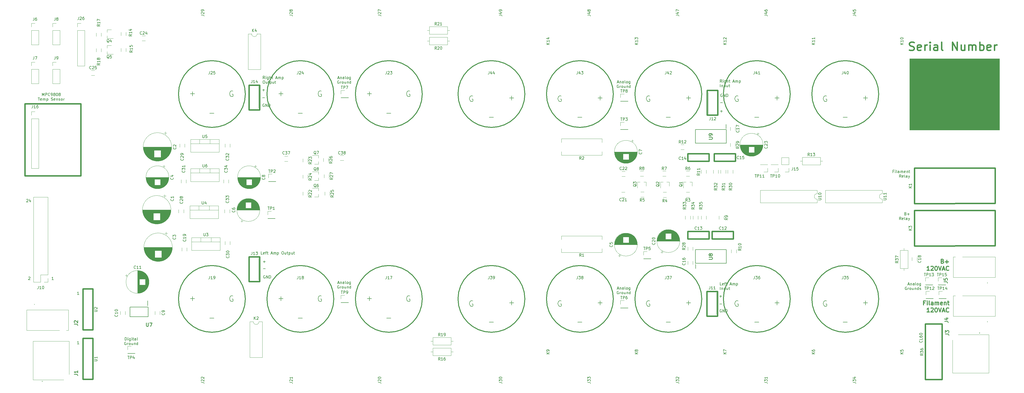
<source format=gto>
%TF.GenerationSoftware,KiCad,Pcbnew,(5.1.6-0-10_14)*%
%TF.CreationDate,2021-04-04T14:44:52-05:00*%
%TF.ProjectId,preamp_controller1,70726561-6d70-45f6-936f-6e74726f6c6c,Rev. 01*%
%TF.SameCoordinates,Original*%
%TF.FileFunction,Legend,Top*%
%TF.FilePolarity,Positive*%
%FSLAX46Y46*%
G04 Gerber Fmt 4.6, Leading zero omitted, Abs format (unit mm)*
G04 Created by KiCad (PCBNEW (5.1.6-0-10_14)) date 2021-04-04 14:44:52*
%MOMM*%
%LPD*%
G01*
G04 APERTURE LIST*
%ADD10C,0.150000*%
%ADD11C,0.500000*%
%ADD12C,0.100000*%
%ADD13C,0.300000*%
%ADD14C,0.120000*%
%ADD15C,0.200000*%
%ADD16C,0.254000*%
G04 APERTURE END LIST*
D10*
X76200095Y-40648000D02*
X76104857Y-40600380D01*
X75962000Y-40600380D01*
X75819142Y-40648000D01*
X75723904Y-40743238D01*
X75676285Y-40838476D01*
X75628666Y-41028952D01*
X75628666Y-41171809D01*
X75676285Y-41362285D01*
X75723904Y-41457523D01*
X75819142Y-41552761D01*
X75962000Y-41600380D01*
X76057238Y-41600380D01*
X76200095Y-41552761D01*
X76247714Y-41505142D01*
X76247714Y-41171809D01*
X76057238Y-41171809D01*
X76676285Y-41600380D02*
X76676285Y-40600380D01*
X77247714Y-41600380D01*
X77247714Y-40600380D01*
X77723904Y-41600380D02*
X77723904Y-40600380D01*
X77962000Y-40600380D01*
X78104857Y-40648000D01*
X78200095Y-40743238D01*
X78247714Y-40838476D01*
X78295333Y-41028952D01*
X78295333Y-41171809D01*
X78247714Y-41362285D01*
X78200095Y-41457523D01*
X78104857Y-41552761D01*
X77962000Y-41600380D01*
X77723904Y-41600380D01*
X75565047Y-38679428D02*
X76326952Y-38679428D01*
X75565047Y-35885428D02*
X76326952Y-35885428D01*
X75946000Y-36266380D02*
X75946000Y-35504476D01*
X76249785Y-31885380D02*
X75773595Y-31885380D01*
X75773595Y-30885380D01*
X76964071Y-31837761D02*
X76868833Y-31885380D01*
X76678357Y-31885380D01*
X76583119Y-31837761D01*
X76535500Y-31742523D01*
X76535500Y-31361571D01*
X76583119Y-31266333D01*
X76678357Y-31218714D01*
X76868833Y-31218714D01*
X76964071Y-31266333D01*
X77011690Y-31361571D01*
X77011690Y-31456809D01*
X76535500Y-31552047D01*
X77297404Y-31218714D02*
X77678357Y-31218714D01*
X77440261Y-31885380D02*
X77440261Y-31028238D01*
X77487880Y-30933000D01*
X77583119Y-30885380D01*
X77678357Y-30885380D01*
X77868833Y-31218714D02*
X78249785Y-31218714D01*
X78011690Y-30885380D02*
X78011690Y-31742523D01*
X78059309Y-31837761D01*
X78154547Y-31885380D01*
X78249785Y-31885380D01*
X79297404Y-31599666D02*
X79773595Y-31599666D01*
X79202166Y-31885380D02*
X79535500Y-30885380D01*
X79868833Y-31885380D01*
X80202166Y-31885380D02*
X80202166Y-31218714D01*
X80202166Y-31313952D02*
X80249785Y-31266333D01*
X80345023Y-31218714D01*
X80487880Y-31218714D01*
X80583119Y-31266333D01*
X80630738Y-31361571D01*
X80630738Y-31885380D01*
X80630738Y-31361571D02*
X80678357Y-31266333D01*
X80773595Y-31218714D01*
X80916452Y-31218714D01*
X81011690Y-31266333D01*
X81059309Y-31361571D01*
X81059309Y-31885380D01*
X81535500Y-31218714D02*
X81535500Y-32218714D01*
X81535500Y-31266333D02*
X81630738Y-31218714D01*
X81821214Y-31218714D01*
X81916452Y-31266333D01*
X81964071Y-31313952D01*
X82011690Y-31409190D01*
X82011690Y-31694904D01*
X81964071Y-31790142D01*
X81916452Y-31837761D01*
X81821214Y-31885380D01*
X81630738Y-31885380D01*
X81535500Y-31837761D01*
X75773595Y-33535380D02*
X75773595Y-32535380D01*
X76249785Y-32868714D02*
X76249785Y-33535380D01*
X76249785Y-32963952D02*
X76297404Y-32916333D01*
X76392642Y-32868714D01*
X76535500Y-32868714D01*
X76630738Y-32916333D01*
X76678357Y-33011571D01*
X76678357Y-33535380D01*
X77154547Y-32868714D02*
X77154547Y-33868714D01*
X77154547Y-32916333D02*
X77249785Y-32868714D01*
X77440261Y-32868714D01*
X77535500Y-32916333D01*
X77583119Y-32963952D01*
X77630738Y-33059190D01*
X77630738Y-33344904D01*
X77583119Y-33440142D01*
X77535500Y-33487761D01*
X77440261Y-33535380D01*
X77249785Y-33535380D01*
X77154547Y-33487761D01*
X78487880Y-32868714D02*
X78487880Y-33535380D01*
X78059309Y-32868714D02*
X78059309Y-33392523D01*
X78106928Y-33487761D01*
X78202166Y-33535380D01*
X78345023Y-33535380D01*
X78440261Y-33487761D01*
X78487880Y-33440142D01*
X78821214Y-32868714D02*
X79202166Y-32868714D01*
X78964071Y-32535380D02*
X78964071Y-33392523D01*
X79011690Y-33487761D01*
X79106928Y-33535380D01*
X79202166Y-33535380D01*
X76454095Y36822000D02*
X76358857Y36869619D01*
X76216000Y36869619D01*
X76073142Y36822000D01*
X75977904Y36726761D01*
X75930285Y36631523D01*
X75882666Y36441047D01*
X75882666Y36298190D01*
X75930285Y36107714D01*
X75977904Y36012476D01*
X76073142Y35917238D01*
X76216000Y35869619D01*
X76311238Y35869619D01*
X76454095Y35917238D01*
X76501714Y35964857D01*
X76501714Y36298190D01*
X76311238Y36298190D01*
X76930285Y35869619D02*
X76930285Y36869619D01*
X77501714Y35869619D01*
X77501714Y36869619D01*
X77977904Y35869619D02*
X77977904Y36869619D01*
X78216000Y36869619D01*
X78358857Y36822000D01*
X78454095Y36726761D01*
X78501714Y36631523D01*
X78549333Y36441047D01*
X78549333Y36298190D01*
X78501714Y36107714D01*
X78454095Y36012476D01*
X78358857Y35917238D01*
X78216000Y35869619D01*
X77977904Y35869619D01*
X75819047Y33710571D02*
X76580952Y33710571D01*
X75819047Y30662571D02*
X76580952Y30662571D01*
X76200000Y30281619D02*
X76200000Y31043523D01*
X76345023Y41012619D02*
X76011690Y41488809D01*
X75773595Y41012619D02*
X75773595Y42012619D01*
X76154547Y42012619D01*
X76249785Y41965000D01*
X76297404Y41917380D01*
X76345023Y41822142D01*
X76345023Y41679285D01*
X76297404Y41584047D01*
X76249785Y41536428D01*
X76154547Y41488809D01*
X75773595Y41488809D01*
X76773595Y41012619D02*
X76773595Y41679285D01*
X76773595Y42012619D02*
X76725976Y41965000D01*
X76773595Y41917380D01*
X76821214Y41965000D01*
X76773595Y42012619D01*
X76773595Y41917380D01*
X77678357Y41679285D02*
X77678357Y40869761D01*
X77630738Y40774523D01*
X77583119Y40726904D01*
X77487880Y40679285D01*
X77345023Y40679285D01*
X77249785Y40726904D01*
X77678357Y41060238D02*
X77583119Y41012619D01*
X77392642Y41012619D01*
X77297404Y41060238D01*
X77249785Y41107857D01*
X77202166Y41203095D01*
X77202166Y41488809D01*
X77249785Y41584047D01*
X77297404Y41631666D01*
X77392642Y41679285D01*
X77583119Y41679285D01*
X77678357Y41631666D01*
X78154547Y41012619D02*
X78154547Y42012619D01*
X78583119Y41012619D02*
X78583119Y41536428D01*
X78535500Y41631666D01*
X78440261Y41679285D01*
X78297404Y41679285D01*
X78202166Y41631666D01*
X78154547Y41584047D01*
X78916452Y41679285D02*
X79297404Y41679285D01*
X79059309Y42012619D02*
X79059309Y41155476D01*
X79106928Y41060238D01*
X79202166Y41012619D01*
X79297404Y41012619D01*
X80345023Y41298333D02*
X80821214Y41298333D01*
X80249785Y41012619D02*
X80583119Y42012619D01*
X80916452Y41012619D01*
X81249785Y41012619D02*
X81249785Y41679285D01*
X81249785Y41584047D02*
X81297404Y41631666D01*
X81392642Y41679285D01*
X81535500Y41679285D01*
X81630738Y41631666D01*
X81678357Y41536428D01*
X81678357Y41012619D01*
X81678357Y41536428D02*
X81725976Y41631666D01*
X81821214Y41679285D01*
X81964071Y41679285D01*
X82059309Y41631666D01*
X82106928Y41536428D01*
X82106928Y41012619D01*
X82583119Y41679285D02*
X82583119Y40679285D01*
X82583119Y41631666D02*
X82678357Y41679285D01*
X82868833Y41679285D01*
X82964071Y41631666D01*
X83011690Y41584047D01*
X83059309Y41488809D01*
X83059309Y41203095D01*
X83011690Y41107857D01*
X82964071Y41060238D01*
X82868833Y41012619D01*
X82678357Y41012619D01*
X82583119Y41060238D01*
X75773595Y39362619D02*
X75773595Y40362619D01*
X76249785Y40029285D02*
X76249785Y39362619D01*
X76249785Y39934047D02*
X76297404Y39981666D01*
X76392642Y40029285D01*
X76535500Y40029285D01*
X76630738Y39981666D01*
X76678357Y39886428D01*
X76678357Y39362619D01*
X77154547Y40029285D02*
X77154547Y39029285D01*
X77154547Y39981666D02*
X77249785Y40029285D01*
X77440261Y40029285D01*
X77535500Y39981666D01*
X77583119Y39934047D01*
X77630738Y39838809D01*
X77630738Y39553095D01*
X77583119Y39457857D01*
X77535500Y39410238D01*
X77440261Y39362619D01*
X77249785Y39362619D01*
X77154547Y39410238D01*
X78487880Y40029285D02*
X78487880Y39362619D01*
X78059309Y40029285D02*
X78059309Y39505476D01*
X78106928Y39410238D01*
X78202166Y39362619D01*
X78345023Y39362619D01*
X78440261Y39410238D01*
X78487880Y39457857D01*
X78821214Y40029285D02*
X79202166Y40029285D01*
X78964071Y40362619D02*
X78964071Y39505476D01*
X79011690Y39410238D01*
X79106928Y39362619D01*
X79202166Y39362619D01*
X-87883904Y33266000D02*
X-87979142Y33313619D01*
X-88122000Y33313619D01*
X-88264857Y33266000D01*
X-88360095Y33170761D01*
X-88407714Y33075523D01*
X-88455333Y32885047D01*
X-88455333Y32742190D01*
X-88407714Y32551714D01*
X-88360095Y32456476D01*
X-88264857Y32361238D01*
X-88122000Y32313619D01*
X-88026761Y32313619D01*
X-87883904Y32361238D01*
X-87836285Y32408857D01*
X-87836285Y32742190D01*
X-88026761Y32742190D01*
X-87407714Y32313619D02*
X-87407714Y33313619D01*
X-86836285Y32313619D01*
X-86836285Y33313619D01*
X-86360095Y32313619D02*
X-86360095Y33313619D01*
X-86122000Y33313619D01*
X-85979142Y33266000D01*
X-85883904Y33170761D01*
X-85836285Y33075523D01*
X-85788666Y32885047D01*
X-85788666Y32742190D01*
X-85836285Y32551714D01*
X-85883904Y32456476D01*
X-85979142Y32361238D01*
X-86122000Y32313619D01*
X-86360095Y32313619D01*
X-88518952Y35488571D02*
X-87757047Y35488571D01*
X-88518952Y38282571D02*
X-87757047Y38282571D01*
X-88138000Y37901619D02*
X-88138000Y38663523D01*
X-87738976Y42282619D02*
X-88072309Y42758809D01*
X-88310404Y42282619D02*
X-88310404Y43282619D01*
X-87929452Y43282619D01*
X-87834214Y43235000D01*
X-87786595Y43187380D01*
X-87738976Y43092142D01*
X-87738976Y42949285D01*
X-87786595Y42854047D01*
X-87834214Y42806428D01*
X-87929452Y42758809D01*
X-88310404Y42758809D01*
X-87310404Y42282619D02*
X-87310404Y42949285D01*
X-87310404Y43282619D02*
X-87358023Y43235000D01*
X-87310404Y43187380D01*
X-87262785Y43235000D01*
X-87310404Y43282619D01*
X-87310404Y43187380D01*
X-86405642Y42949285D02*
X-86405642Y42139761D01*
X-86453261Y42044523D01*
X-86500880Y41996904D01*
X-86596119Y41949285D01*
X-86738976Y41949285D01*
X-86834214Y41996904D01*
X-86405642Y42330238D02*
X-86500880Y42282619D01*
X-86691357Y42282619D01*
X-86786595Y42330238D01*
X-86834214Y42377857D01*
X-86881833Y42473095D01*
X-86881833Y42758809D01*
X-86834214Y42854047D01*
X-86786595Y42901666D01*
X-86691357Y42949285D01*
X-86500880Y42949285D01*
X-86405642Y42901666D01*
X-85929452Y42282619D02*
X-85929452Y43282619D01*
X-85500880Y42282619D02*
X-85500880Y42806428D01*
X-85548500Y42901666D01*
X-85643738Y42949285D01*
X-85786595Y42949285D01*
X-85881833Y42901666D01*
X-85929452Y42854047D01*
X-85167547Y42949285D02*
X-84786595Y42949285D01*
X-85024690Y43282619D02*
X-85024690Y42425476D01*
X-84977071Y42330238D01*
X-84881833Y42282619D01*
X-84786595Y42282619D01*
X-83738976Y42568333D02*
X-83262785Y42568333D01*
X-83834214Y42282619D02*
X-83500880Y43282619D01*
X-83167547Y42282619D01*
X-82834214Y42282619D02*
X-82834214Y42949285D01*
X-82834214Y42854047D02*
X-82786595Y42901666D01*
X-82691357Y42949285D01*
X-82548500Y42949285D01*
X-82453261Y42901666D01*
X-82405642Y42806428D01*
X-82405642Y42282619D01*
X-82405642Y42806428D02*
X-82358023Y42901666D01*
X-82262785Y42949285D01*
X-82119928Y42949285D01*
X-82024690Y42901666D01*
X-81977071Y42806428D01*
X-81977071Y42282619D01*
X-81500880Y42949285D02*
X-81500880Y41949285D01*
X-81500880Y42901666D02*
X-81405642Y42949285D01*
X-81215166Y42949285D01*
X-81119928Y42901666D01*
X-81072309Y42854047D01*
X-81024690Y42758809D01*
X-81024690Y42473095D01*
X-81072309Y42377857D01*
X-81119928Y42330238D01*
X-81215166Y42282619D01*
X-81405642Y42282619D01*
X-81500880Y42330238D01*
X-88119928Y41632619D02*
X-87929452Y41632619D01*
X-87834214Y41585000D01*
X-87738976Y41489761D01*
X-87691357Y41299285D01*
X-87691357Y40965952D01*
X-87738976Y40775476D01*
X-87834214Y40680238D01*
X-87929452Y40632619D01*
X-88119928Y40632619D01*
X-88215166Y40680238D01*
X-88310404Y40775476D01*
X-88358023Y40965952D01*
X-88358023Y41299285D01*
X-88310404Y41489761D01*
X-88215166Y41585000D01*
X-88119928Y41632619D01*
X-86834214Y41299285D02*
X-86834214Y40632619D01*
X-87262785Y41299285D02*
X-87262785Y40775476D01*
X-87215166Y40680238D01*
X-87119928Y40632619D01*
X-86977071Y40632619D01*
X-86881833Y40680238D01*
X-86834214Y40727857D01*
X-86500880Y41299285D02*
X-86119928Y41299285D01*
X-86358023Y41632619D02*
X-86358023Y40775476D01*
X-86310404Y40680238D01*
X-86215166Y40632619D01*
X-86119928Y40632619D01*
X-85786595Y41299285D02*
X-85786595Y40299285D01*
X-85786595Y41251666D02*
X-85691357Y41299285D01*
X-85500880Y41299285D01*
X-85405642Y41251666D01*
X-85358023Y41204047D01*
X-85310404Y41108809D01*
X-85310404Y40823095D01*
X-85358023Y40727857D01*
X-85405642Y40680238D01*
X-85500880Y40632619D01*
X-85691357Y40632619D01*
X-85786595Y40680238D01*
X-84453261Y41299285D02*
X-84453261Y40632619D01*
X-84881833Y41299285D02*
X-84881833Y40775476D01*
X-84834214Y40680238D01*
X-84738976Y40632619D01*
X-84596119Y40632619D01*
X-84500880Y40680238D01*
X-84453261Y40727857D01*
X-84119928Y41299285D02*
X-83738976Y41299285D01*
X-83977071Y41632619D02*
X-83977071Y40775476D01*
X-83929452Y40680238D01*
X-83834214Y40632619D01*
X-83738976Y40632619D01*
X-87629904Y-28456000D02*
X-87725142Y-28408380D01*
X-87868000Y-28408380D01*
X-88010857Y-28456000D01*
X-88106095Y-28551238D01*
X-88153714Y-28646476D01*
X-88201333Y-28836952D01*
X-88201333Y-28979809D01*
X-88153714Y-29170285D01*
X-88106095Y-29265523D01*
X-88010857Y-29360761D01*
X-87868000Y-29408380D01*
X-87772761Y-29408380D01*
X-87629904Y-29360761D01*
X-87582285Y-29313142D01*
X-87582285Y-28979809D01*
X-87772761Y-28979809D01*
X-87153714Y-29408380D02*
X-87153714Y-28408380D01*
X-86582285Y-29408380D01*
X-86582285Y-28408380D01*
X-86106095Y-29408380D02*
X-86106095Y-28408380D01*
X-85868000Y-28408380D01*
X-85725142Y-28456000D01*
X-85629904Y-28551238D01*
X-85582285Y-28646476D01*
X-85534666Y-28836952D01*
X-85534666Y-28979809D01*
X-85582285Y-29170285D01*
X-85629904Y-29265523D01*
X-85725142Y-29360761D01*
X-85868000Y-29408380D01*
X-86106095Y-29408380D01*
X-88264952Y-25979428D02*
X-87503047Y-25979428D01*
X-88264952Y-23439428D02*
X-87503047Y-23439428D01*
X-87884000Y-23820380D02*
X-87884000Y-23058476D01*
X-88510380Y-20772380D02*
X-88986571Y-20772380D01*
X-88986571Y-19772380D01*
X-87796095Y-20724761D02*
X-87891333Y-20772380D01*
X-88081809Y-20772380D01*
X-88177047Y-20724761D01*
X-88224666Y-20629523D01*
X-88224666Y-20248571D01*
X-88177047Y-20153333D01*
X-88081809Y-20105714D01*
X-87891333Y-20105714D01*
X-87796095Y-20153333D01*
X-87748476Y-20248571D01*
X-87748476Y-20343809D01*
X-88224666Y-20439047D01*
X-87462761Y-20105714D02*
X-87081809Y-20105714D01*
X-87319904Y-20772380D02*
X-87319904Y-19915238D01*
X-87272285Y-19820000D01*
X-87177047Y-19772380D01*
X-87081809Y-19772380D01*
X-86891333Y-20105714D02*
X-86510380Y-20105714D01*
X-86748476Y-19772380D02*
X-86748476Y-20629523D01*
X-86700857Y-20724761D01*
X-86605619Y-20772380D01*
X-86510380Y-20772380D01*
X-85462761Y-20486666D02*
X-84986571Y-20486666D01*
X-85558000Y-20772380D02*
X-85224666Y-19772380D01*
X-84891333Y-20772380D01*
X-84558000Y-20772380D02*
X-84558000Y-20105714D01*
X-84558000Y-20200952D02*
X-84510380Y-20153333D01*
X-84415142Y-20105714D01*
X-84272285Y-20105714D01*
X-84177047Y-20153333D01*
X-84129428Y-20248571D01*
X-84129428Y-20772380D01*
X-84129428Y-20248571D02*
X-84081809Y-20153333D01*
X-83986571Y-20105714D01*
X-83843714Y-20105714D01*
X-83748476Y-20153333D01*
X-83700857Y-20248571D01*
X-83700857Y-20772380D01*
X-83224666Y-20105714D02*
X-83224666Y-21105714D01*
X-83224666Y-20153333D02*
X-83129428Y-20105714D01*
X-82938952Y-20105714D01*
X-82843714Y-20153333D01*
X-82796095Y-20200952D01*
X-82748476Y-20296190D01*
X-82748476Y-20581904D01*
X-82796095Y-20677142D01*
X-82843714Y-20724761D01*
X-82938952Y-20772380D01*
X-83129428Y-20772380D01*
X-83224666Y-20724761D01*
X-81367523Y-19772380D02*
X-81177047Y-19772380D01*
X-81081809Y-19820000D01*
X-80986571Y-19915238D01*
X-80938952Y-20105714D01*
X-80938952Y-20439047D01*
X-80986571Y-20629523D01*
X-81081809Y-20724761D01*
X-81177047Y-20772380D01*
X-81367523Y-20772380D01*
X-81462761Y-20724761D01*
X-81558000Y-20629523D01*
X-81605619Y-20439047D01*
X-81605619Y-20105714D01*
X-81558000Y-19915238D01*
X-81462761Y-19820000D01*
X-81367523Y-19772380D01*
X-80081809Y-20105714D02*
X-80081809Y-20772380D01*
X-80510380Y-20105714D02*
X-80510380Y-20629523D01*
X-80462761Y-20724761D01*
X-80367523Y-20772380D01*
X-80224666Y-20772380D01*
X-80129428Y-20724761D01*
X-80081809Y-20677142D01*
X-79748476Y-20105714D02*
X-79367523Y-20105714D01*
X-79605619Y-19772380D02*
X-79605619Y-20629523D01*
X-79558000Y-20724761D01*
X-79462761Y-20772380D01*
X-79367523Y-20772380D01*
X-79034190Y-20105714D02*
X-79034190Y-21105714D01*
X-79034190Y-20153333D02*
X-78938952Y-20105714D01*
X-78748476Y-20105714D01*
X-78653238Y-20153333D01*
X-78605619Y-20200952D01*
X-78558000Y-20296190D01*
X-78558000Y-20581904D01*
X-78605619Y-20677142D01*
X-78653238Y-20724761D01*
X-78748476Y-20772380D01*
X-78938952Y-20772380D01*
X-79034190Y-20724761D01*
X-77700857Y-20105714D02*
X-77700857Y-20772380D01*
X-78129428Y-20105714D02*
X-78129428Y-20629523D01*
X-78081809Y-20724761D01*
X-77986571Y-20772380D01*
X-77843714Y-20772380D01*
X-77748476Y-20724761D01*
X-77700857Y-20677142D01*
X-77367523Y-20105714D02*
X-76986571Y-20105714D01*
X-77224666Y-19772380D02*
X-77224666Y-20629523D01*
X-77177047Y-20724761D01*
X-77081809Y-20772380D01*
X-76986571Y-20772380D01*
X38838476Y-33123666D02*
X39314666Y-33123666D01*
X38743238Y-33409380D02*
X39076571Y-32409380D01*
X39409904Y-33409380D01*
X39743238Y-32742714D02*
X39743238Y-33409380D01*
X39743238Y-32837952D02*
X39790857Y-32790333D01*
X39886095Y-32742714D01*
X40028952Y-32742714D01*
X40124190Y-32790333D01*
X40171809Y-32885571D01*
X40171809Y-33409380D01*
X41076571Y-33409380D02*
X41076571Y-32885571D01*
X41028952Y-32790333D01*
X40933714Y-32742714D01*
X40743238Y-32742714D01*
X40648000Y-32790333D01*
X41076571Y-33361761D02*
X40981333Y-33409380D01*
X40743238Y-33409380D01*
X40648000Y-33361761D01*
X40600380Y-33266523D01*
X40600380Y-33171285D01*
X40648000Y-33076047D01*
X40743238Y-33028428D01*
X40981333Y-33028428D01*
X41076571Y-32980809D01*
X41695619Y-33409380D02*
X41600380Y-33361761D01*
X41552761Y-33266523D01*
X41552761Y-32409380D01*
X42219428Y-33409380D02*
X42124190Y-33361761D01*
X42076571Y-33314142D01*
X42028952Y-33218904D01*
X42028952Y-32933190D01*
X42076571Y-32837952D01*
X42124190Y-32790333D01*
X42219428Y-32742714D01*
X42362285Y-32742714D01*
X42457523Y-32790333D01*
X42505142Y-32837952D01*
X42552761Y-32933190D01*
X42552761Y-33218904D01*
X42505142Y-33314142D01*
X42457523Y-33361761D01*
X42362285Y-33409380D01*
X42219428Y-33409380D01*
X43409904Y-32742714D02*
X43409904Y-33552238D01*
X43362285Y-33647476D01*
X43314666Y-33695095D01*
X43219428Y-33742714D01*
X43076571Y-33742714D01*
X42981333Y-33695095D01*
X43409904Y-33361761D02*
X43314666Y-33409380D01*
X43124190Y-33409380D01*
X43028952Y-33361761D01*
X42981333Y-33314142D01*
X42933714Y-33218904D01*
X42933714Y-32933190D01*
X42981333Y-32837952D01*
X43028952Y-32790333D01*
X43124190Y-32742714D01*
X43314666Y-32742714D01*
X43409904Y-32790333D01*
X39290857Y-34107000D02*
X39195619Y-34059380D01*
X39052761Y-34059380D01*
X38909904Y-34107000D01*
X38814666Y-34202238D01*
X38767047Y-34297476D01*
X38719428Y-34487952D01*
X38719428Y-34630809D01*
X38767047Y-34821285D01*
X38814666Y-34916523D01*
X38909904Y-35011761D01*
X39052761Y-35059380D01*
X39148000Y-35059380D01*
X39290857Y-35011761D01*
X39338476Y-34964142D01*
X39338476Y-34630809D01*
X39148000Y-34630809D01*
X39767047Y-35059380D02*
X39767047Y-34392714D01*
X39767047Y-34583190D02*
X39814666Y-34487952D01*
X39862285Y-34440333D01*
X39957523Y-34392714D01*
X40052761Y-34392714D01*
X40528952Y-35059380D02*
X40433714Y-35011761D01*
X40386095Y-34964142D01*
X40338476Y-34868904D01*
X40338476Y-34583190D01*
X40386095Y-34487952D01*
X40433714Y-34440333D01*
X40528952Y-34392714D01*
X40671809Y-34392714D01*
X40767047Y-34440333D01*
X40814666Y-34487952D01*
X40862285Y-34583190D01*
X40862285Y-34868904D01*
X40814666Y-34964142D01*
X40767047Y-35011761D01*
X40671809Y-35059380D01*
X40528952Y-35059380D01*
X41719428Y-34392714D02*
X41719428Y-35059380D01*
X41290857Y-34392714D02*
X41290857Y-34916523D01*
X41338476Y-35011761D01*
X41433714Y-35059380D01*
X41576571Y-35059380D01*
X41671809Y-35011761D01*
X41719428Y-34964142D01*
X42195619Y-34392714D02*
X42195619Y-35059380D01*
X42195619Y-34487952D02*
X42243238Y-34440333D01*
X42338476Y-34392714D01*
X42481333Y-34392714D01*
X42576571Y-34440333D01*
X42624190Y-34535571D01*
X42624190Y-35059380D01*
X43528952Y-35059380D02*
X43528952Y-34059380D01*
X43528952Y-35011761D02*
X43433714Y-35059380D01*
X43243238Y-35059380D01*
X43148000Y-35011761D01*
X43100380Y-34964142D01*
X43052761Y-34868904D01*
X43052761Y-34583190D01*
X43100380Y-34487952D01*
X43148000Y-34440333D01*
X43243238Y-34392714D01*
X43433714Y-34392714D01*
X43528952Y-34440333D01*
X38838476Y41044333D02*
X39314666Y41044333D01*
X38743238Y40758619D02*
X39076571Y41758619D01*
X39409904Y40758619D01*
X39743238Y41425285D02*
X39743238Y40758619D01*
X39743238Y41330047D02*
X39790857Y41377666D01*
X39886095Y41425285D01*
X40028952Y41425285D01*
X40124190Y41377666D01*
X40171809Y41282428D01*
X40171809Y40758619D01*
X41076571Y40758619D02*
X41076571Y41282428D01*
X41028952Y41377666D01*
X40933714Y41425285D01*
X40743238Y41425285D01*
X40648000Y41377666D01*
X41076571Y40806238D02*
X40981333Y40758619D01*
X40743238Y40758619D01*
X40648000Y40806238D01*
X40600380Y40901476D01*
X40600380Y40996714D01*
X40648000Y41091952D01*
X40743238Y41139571D01*
X40981333Y41139571D01*
X41076571Y41187190D01*
X41695619Y40758619D02*
X41600380Y40806238D01*
X41552761Y40901476D01*
X41552761Y41758619D01*
X42219428Y40758619D02*
X42124190Y40806238D01*
X42076571Y40853857D01*
X42028952Y40949095D01*
X42028952Y41234809D01*
X42076571Y41330047D01*
X42124190Y41377666D01*
X42219428Y41425285D01*
X42362285Y41425285D01*
X42457523Y41377666D01*
X42505142Y41330047D01*
X42552761Y41234809D01*
X42552761Y40949095D01*
X42505142Y40853857D01*
X42457523Y40806238D01*
X42362285Y40758619D01*
X42219428Y40758619D01*
X43409904Y41425285D02*
X43409904Y40615761D01*
X43362285Y40520523D01*
X43314666Y40472904D01*
X43219428Y40425285D01*
X43076571Y40425285D01*
X42981333Y40472904D01*
X43409904Y40806238D02*
X43314666Y40758619D01*
X43124190Y40758619D01*
X43028952Y40806238D01*
X42981333Y40853857D01*
X42933714Y40949095D01*
X42933714Y41234809D01*
X42981333Y41330047D01*
X43028952Y41377666D01*
X43124190Y41425285D01*
X43314666Y41425285D01*
X43409904Y41377666D01*
X39290857Y40061000D02*
X39195619Y40108619D01*
X39052761Y40108619D01*
X38909904Y40061000D01*
X38814666Y39965761D01*
X38767047Y39870523D01*
X38719428Y39680047D01*
X38719428Y39537190D01*
X38767047Y39346714D01*
X38814666Y39251476D01*
X38909904Y39156238D01*
X39052761Y39108619D01*
X39148000Y39108619D01*
X39290857Y39156238D01*
X39338476Y39203857D01*
X39338476Y39537190D01*
X39148000Y39537190D01*
X39767047Y39108619D02*
X39767047Y39775285D01*
X39767047Y39584809D02*
X39814666Y39680047D01*
X39862285Y39727666D01*
X39957523Y39775285D01*
X40052761Y39775285D01*
X40528952Y39108619D02*
X40433714Y39156238D01*
X40386095Y39203857D01*
X40338476Y39299095D01*
X40338476Y39584809D01*
X40386095Y39680047D01*
X40433714Y39727666D01*
X40528952Y39775285D01*
X40671809Y39775285D01*
X40767047Y39727666D01*
X40814666Y39680047D01*
X40862285Y39584809D01*
X40862285Y39299095D01*
X40814666Y39203857D01*
X40767047Y39156238D01*
X40671809Y39108619D01*
X40528952Y39108619D01*
X41719428Y39775285D02*
X41719428Y39108619D01*
X41290857Y39775285D02*
X41290857Y39251476D01*
X41338476Y39156238D01*
X41433714Y39108619D01*
X41576571Y39108619D01*
X41671809Y39156238D01*
X41719428Y39203857D01*
X42195619Y39775285D02*
X42195619Y39108619D01*
X42195619Y39680047D02*
X42243238Y39727666D01*
X42338476Y39775285D01*
X42481333Y39775285D01*
X42576571Y39727666D01*
X42624190Y39632428D01*
X42624190Y39108619D01*
X43528952Y39108619D02*
X43528952Y40108619D01*
X43528952Y39156238D02*
X43433714Y39108619D01*
X43243238Y39108619D01*
X43148000Y39156238D01*
X43100380Y39203857D01*
X43052761Y39299095D01*
X43052761Y39584809D01*
X43100380Y39680047D01*
X43148000Y39727666D01*
X43243238Y39775285D01*
X43433714Y39775285D01*
X43528952Y39727666D01*
X-61491523Y42568333D02*
X-61015333Y42568333D01*
X-61586761Y42282619D02*
X-61253428Y43282619D01*
X-60920095Y42282619D01*
X-60586761Y42949285D02*
X-60586761Y42282619D01*
X-60586761Y42854047D02*
X-60539142Y42901666D01*
X-60443904Y42949285D01*
X-60301047Y42949285D01*
X-60205809Y42901666D01*
X-60158190Y42806428D01*
X-60158190Y42282619D01*
X-59253428Y42282619D02*
X-59253428Y42806428D01*
X-59301047Y42901666D01*
X-59396285Y42949285D01*
X-59586761Y42949285D01*
X-59682000Y42901666D01*
X-59253428Y42330238D02*
X-59348666Y42282619D01*
X-59586761Y42282619D01*
X-59682000Y42330238D01*
X-59729619Y42425476D01*
X-59729619Y42520714D01*
X-59682000Y42615952D01*
X-59586761Y42663571D01*
X-59348666Y42663571D01*
X-59253428Y42711190D01*
X-58634380Y42282619D02*
X-58729619Y42330238D01*
X-58777238Y42425476D01*
X-58777238Y43282619D01*
X-58110571Y42282619D02*
X-58205809Y42330238D01*
X-58253428Y42377857D01*
X-58301047Y42473095D01*
X-58301047Y42758809D01*
X-58253428Y42854047D01*
X-58205809Y42901666D01*
X-58110571Y42949285D01*
X-57967714Y42949285D01*
X-57872476Y42901666D01*
X-57824857Y42854047D01*
X-57777238Y42758809D01*
X-57777238Y42473095D01*
X-57824857Y42377857D01*
X-57872476Y42330238D01*
X-57967714Y42282619D01*
X-58110571Y42282619D01*
X-56920095Y42949285D02*
X-56920095Y42139761D01*
X-56967714Y42044523D01*
X-57015333Y41996904D01*
X-57110571Y41949285D01*
X-57253428Y41949285D01*
X-57348666Y41996904D01*
X-56920095Y42330238D02*
X-57015333Y42282619D01*
X-57205809Y42282619D01*
X-57301047Y42330238D01*
X-57348666Y42377857D01*
X-57396285Y42473095D01*
X-57396285Y42758809D01*
X-57348666Y42854047D01*
X-57301047Y42901666D01*
X-57205809Y42949285D01*
X-57015333Y42949285D01*
X-56920095Y42901666D01*
X-61039142Y41585000D02*
X-61134380Y41632619D01*
X-61277238Y41632619D01*
X-61420095Y41585000D01*
X-61515333Y41489761D01*
X-61562952Y41394523D01*
X-61610571Y41204047D01*
X-61610571Y41061190D01*
X-61562952Y40870714D01*
X-61515333Y40775476D01*
X-61420095Y40680238D01*
X-61277238Y40632619D01*
X-61182000Y40632619D01*
X-61039142Y40680238D01*
X-60991523Y40727857D01*
X-60991523Y41061190D01*
X-61182000Y41061190D01*
X-60562952Y40632619D02*
X-60562952Y41299285D01*
X-60562952Y41108809D02*
X-60515333Y41204047D01*
X-60467714Y41251666D01*
X-60372476Y41299285D01*
X-60277238Y41299285D01*
X-59801047Y40632619D02*
X-59896285Y40680238D01*
X-59943904Y40727857D01*
X-59991523Y40823095D01*
X-59991523Y41108809D01*
X-59943904Y41204047D01*
X-59896285Y41251666D01*
X-59801047Y41299285D01*
X-59658190Y41299285D01*
X-59562952Y41251666D01*
X-59515333Y41204047D01*
X-59467714Y41108809D01*
X-59467714Y40823095D01*
X-59515333Y40727857D01*
X-59562952Y40680238D01*
X-59658190Y40632619D01*
X-59801047Y40632619D01*
X-58610571Y41299285D02*
X-58610571Y40632619D01*
X-59039142Y41299285D02*
X-59039142Y40775476D01*
X-58991523Y40680238D01*
X-58896285Y40632619D01*
X-58753428Y40632619D01*
X-58658190Y40680238D01*
X-58610571Y40727857D01*
X-58134380Y41299285D02*
X-58134380Y40632619D01*
X-58134380Y41204047D02*
X-58086761Y41251666D01*
X-57991523Y41299285D01*
X-57848666Y41299285D01*
X-57753428Y41251666D01*
X-57705809Y41156428D01*
X-57705809Y40632619D01*
X-56801047Y40632619D02*
X-56801047Y41632619D01*
X-56801047Y40680238D02*
X-56896285Y40632619D01*
X-57086761Y40632619D01*
X-57182000Y40680238D01*
X-57229619Y40727857D01*
X-57277238Y40823095D01*
X-57277238Y41108809D01*
X-57229619Y41204047D01*
X-57182000Y41251666D01*
X-57086761Y41299285D01*
X-56896285Y41299285D01*
X-56801047Y41251666D01*
X-61491523Y-31091666D02*
X-61015333Y-31091666D01*
X-61586761Y-31377380D02*
X-61253428Y-30377380D01*
X-60920095Y-31377380D01*
X-60586761Y-30710714D02*
X-60586761Y-31377380D01*
X-60586761Y-30805952D02*
X-60539142Y-30758333D01*
X-60443904Y-30710714D01*
X-60301047Y-30710714D01*
X-60205809Y-30758333D01*
X-60158190Y-30853571D01*
X-60158190Y-31377380D01*
X-59253428Y-31377380D02*
X-59253428Y-30853571D01*
X-59301047Y-30758333D01*
X-59396285Y-30710714D01*
X-59586761Y-30710714D01*
X-59682000Y-30758333D01*
X-59253428Y-31329761D02*
X-59348666Y-31377380D01*
X-59586761Y-31377380D01*
X-59682000Y-31329761D01*
X-59729619Y-31234523D01*
X-59729619Y-31139285D01*
X-59682000Y-31044047D01*
X-59586761Y-30996428D01*
X-59348666Y-30996428D01*
X-59253428Y-30948809D01*
X-58634380Y-31377380D02*
X-58729619Y-31329761D01*
X-58777238Y-31234523D01*
X-58777238Y-30377380D01*
X-58110571Y-31377380D02*
X-58205809Y-31329761D01*
X-58253428Y-31282142D01*
X-58301047Y-31186904D01*
X-58301047Y-30901190D01*
X-58253428Y-30805952D01*
X-58205809Y-30758333D01*
X-58110571Y-30710714D01*
X-57967714Y-30710714D01*
X-57872476Y-30758333D01*
X-57824857Y-30805952D01*
X-57777238Y-30901190D01*
X-57777238Y-31186904D01*
X-57824857Y-31282142D01*
X-57872476Y-31329761D01*
X-57967714Y-31377380D01*
X-58110571Y-31377380D01*
X-56920095Y-30710714D02*
X-56920095Y-31520238D01*
X-56967714Y-31615476D01*
X-57015333Y-31663095D01*
X-57110571Y-31710714D01*
X-57253428Y-31710714D01*
X-57348666Y-31663095D01*
X-56920095Y-31329761D02*
X-57015333Y-31377380D01*
X-57205809Y-31377380D01*
X-57301047Y-31329761D01*
X-57348666Y-31282142D01*
X-57396285Y-31186904D01*
X-57396285Y-30901190D01*
X-57348666Y-30805952D01*
X-57301047Y-30758333D01*
X-57205809Y-30710714D01*
X-57015333Y-30710714D01*
X-56920095Y-30758333D01*
X-61039142Y-32075000D02*
X-61134380Y-32027380D01*
X-61277238Y-32027380D01*
X-61420095Y-32075000D01*
X-61515333Y-32170238D01*
X-61562952Y-32265476D01*
X-61610571Y-32455952D01*
X-61610571Y-32598809D01*
X-61562952Y-32789285D01*
X-61515333Y-32884523D01*
X-61420095Y-32979761D01*
X-61277238Y-33027380D01*
X-61182000Y-33027380D01*
X-61039142Y-32979761D01*
X-60991523Y-32932142D01*
X-60991523Y-32598809D01*
X-61182000Y-32598809D01*
X-60562952Y-33027380D02*
X-60562952Y-32360714D01*
X-60562952Y-32551190D02*
X-60515333Y-32455952D01*
X-60467714Y-32408333D01*
X-60372476Y-32360714D01*
X-60277238Y-32360714D01*
X-59801047Y-33027380D02*
X-59896285Y-32979761D01*
X-59943904Y-32932142D01*
X-59991523Y-32836904D01*
X-59991523Y-32551190D01*
X-59943904Y-32455952D01*
X-59896285Y-32408333D01*
X-59801047Y-32360714D01*
X-59658190Y-32360714D01*
X-59562952Y-32408333D01*
X-59515333Y-32455952D01*
X-59467714Y-32551190D01*
X-59467714Y-32836904D01*
X-59515333Y-32932142D01*
X-59562952Y-32979761D01*
X-59658190Y-33027380D01*
X-59801047Y-33027380D01*
X-58610571Y-32360714D02*
X-58610571Y-33027380D01*
X-59039142Y-32360714D02*
X-59039142Y-32884523D01*
X-58991523Y-32979761D01*
X-58896285Y-33027380D01*
X-58753428Y-33027380D01*
X-58658190Y-32979761D01*
X-58610571Y-32932142D01*
X-58134380Y-32360714D02*
X-58134380Y-33027380D01*
X-58134380Y-32455952D02*
X-58086761Y-32408333D01*
X-57991523Y-32360714D01*
X-57848666Y-32360714D01*
X-57753428Y-32408333D01*
X-57705809Y-32503571D01*
X-57705809Y-33027380D01*
X-56801047Y-33027380D02*
X-56801047Y-32027380D01*
X-56801047Y-32979761D02*
X-56896285Y-33027380D01*
X-57086761Y-33027380D01*
X-57182000Y-32979761D01*
X-57229619Y-32932142D01*
X-57277238Y-32836904D01*
X-57277238Y-32551190D01*
X-57229619Y-32455952D01*
X-57182000Y-32408333D01*
X-57086761Y-32360714D01*
X-56896285Y-32360714D01*
X-56801047Y-32408333D01*
X148185142Y-51847619D02*
X148232761Y-51895238D01*
X148280380Y-52038095D01*
X148280380Y-52133333D01*
X148232761Y-52276190D01*
X148137523Y-52371428D01*
X148042285Y-52419047D01*
X147851809Y-52466666D01*
X147708952Y-52466666D01*
X147518476Y-52419047D01*
X147423238Y-52371428D01*
X147328000Y-52276190D01*
X147280380Y-52133333D01*
X147280380Y-52038095D01*
X147328000Y-51895238D01*
X147375619Y-51847619D01*
X148280380Y-50942857D02*
X148280380Y-51419047D01*
X147280380Y-51419047D01*
X147280380Y-50180952D02*
X147280380Y-50371428D01*
X147328000Y-50466666D01*
X147375619Y-50514285D01*
X147518476Y-50609523D01*
X147708952Y-50657142D01*
X148089904Y-50657142D01*
X148185142Y-50609523D01*
X148232761Y-50561904D01*
X148280380Y-50466666D01*
X148280380Y-50276190D01*
X148232761Y-50180952D01*
X148185142Y-50133333D01*
X148089904Y-50085714D01*
X147851809Y-50085714D01*
X147756571Y-50133333D01*
X147708952Y-50180952D01*
X147661333Y-50276190D01*
X147661333Y-50466666D01*
X147708952Y-50561904D01*
X147756571Y-50609523D01*
X147851809Y-50657142D01*
X147280380Y-49466666D02*
X147280380Y-49371428D01*
X147328000Y-49276190D01*
X147375619Y-49228571D01*
X147470857Y-49180952D01*
X147661333Y-49133333D01*
X147899428Y-49133333D01*
X148089904Y-49180952D01*
X148185142Y-49228571D01*
X148232761Y-49276190D01*
X148280380Y-49371428D01*
X148280380Y-49466666D01*
X148232761Y-49561904D01*
X148185142Y-49609523D01*
X148089904Y-49657142D01*
X147899428Y-49704761D01*
X147661333Y-49704761D01*
X147470857Y-49657142D01*
X147375619Y-49609523D01*
X147328000Y-49561904D01*
X147280380Y-49466666D01*
X142253833Y-6215571D02*
X142396690Y-6263190D01*
X142444309Y-6310809D01*
X142491928Y-6406047D01*
X142491928Y-6548904D01*
X142444309Y-6644142D01*
X142396690Y-6691761D01*
X142301452Y-6739380D01*
X141920500Y-6739380D01*
X141920500Y-5739380D01*
X142253833Y-5739380D01*
X142349071Y-5787000D01*
X142396690Y-5834619D01*
X142444309Y-5929857D01*
X142444309Y-6025095D01*
X142396690Y-6120333D01*
X142349071Y-6167952D01*
X142253833Y-6215571D01*
X141920500Y-6215571D01*
X142920500Y-6358428D02*
X143682404Y-6358428D01*
X143301452Y-6739380D02*
X143301452Y-5977476D01*
X140682404Y-8389380D02*
X140349071Y-7913190D01*
X140110976Y-8389380D02*
X140110976Y-7389380D01*
X140491928Y-7389380D01*
X140587166Y-7437000D01*
X140634785Y-7484619D01*
X140682404Y-7579857D01*
X140682404Y-7722714D01*
X140634785Y-7817952D01*
X140587166Y-7865571D01*
X140491928Y-7913190D01*
X140110976Y-7913190D01*
X141491928Y-8341761D02*
X141396690Y-8389380D01*
X141206214Y-8389380D01*
X141110976Y-8341761D01*
X141063357Y-8246523D01*
X141063357Y-7865571D01*
X141110976Y-7770333D01*
X141206214Y-7722714D01*
X141396690Y-7722714D01*
X141491928Y-7770333D01*
X141539547Y-7865571D01*
X141539547Y-7960809D01*
X141063357Y-8056047D01*
X142110976Y-8389380D02*
X142015738Y-8341761D01*
X141968119Y-8246523D01*
X141968119Y-7389380D01*
X142920500Y-8389380D02*
X142920500Y-7865571D01*
X142872880Y-7770333D01*
X142777642Y-7722714D01*
X142587166Y-7722714D01*
X142491928Y-7770333D01*
X142920500Y-8341761D02*
X142825261Y-8389380D01*
X142587166Y-8389380D01*
X142491928Y-8341761D01*
X142444309Y-8246523D01*
X142444309Y-8151285D01*
X142491928Y-8056047D01*
X142587166Y-8008428D01*
X142825261Y-8008428D01*
X142920500Y-7960809D01*
X143301452Y-7722714D02*
X143539547Y-8389380D01*
X143777642Y-7722714D02*
X143539547Y-8389380D01*
X143444309Y-8627476D01*
X143396690Y-8675095D01*
X143301452Y-8722714D01*
X138063357Y9024428D02*
X137730023Y9024428D01*
X137730023Y8500619D02*
X137730023Y9500619D01*
X138206214Y9500619D01*
X138587166Y8500619D02*
X138587166Y9167285D01*
X138587166Y9500619D02*
X138539547Y9453000D01*
X138587166Y9405380D01*
X138634785Y9453000D01*
X138587166Y9500619D01*
X138587166Y9405380D01*
X139206214Y8500619D02*
X139110976Y8548238D01*
X139063357Y8643476D01*
X139063357Y9500619D01*
X140015738Y8500619D02*
X140015738Y9024428D01*
X139968119Y9119666D01*
X139872880Y9167285D01*
X139682404Y9167285D01*
X139587166Y9119666D01*
X140015738Y8548238D02*
X139920500Y8500619D01*
X139682404Y8500619D01*
X139587166Y8548238D01*
X139539547Y8643476D01*
X139539547Y8738714D01*
X139587166Y8833952D01*
X139682404Y8881571D01*
X139920500Y8881571D01*
X140015738Y8929190D01*
X140491928Y8500619D02*
X140491928Y9167285D01*
X140491928Y9072047D02*
X140539547Y9119666D01*
X140634785Y9167285D01*
X140777642Y9167285D01*
X140872880Y9119666D01*
X140920500Y9024428D01*
X140920500Y8500619D01*
X140920500Y9024428D02*
X140968119Y9119666D01*
X141063357Y9167285D01*
X141206214Y9167285D01*
X141301452Y9119666D01*
X141349071Y9024428D01*
X141349071Y8500619D01*
X142206214Y8548238D02*
X142110976Y8500619D01*
X141920500Y8500619D01*
X141825261Y8548238D01*
X141777642Y8643476D01*
X141777642Y9024428D01*
X141825261Y9119666D01*
X141920500Y9167285D01*
X142110976Y9167285D01*
X142206214Y9119666D01*
X142253833Y9024428D01*
X142253833Y8929190D01*
X141777642Y8833952D01*
X142682404Y9167285D02*
X142682404Y8500619D01*
X142682404Y9072047D02*
X142730023Y9119666D01*
X142825261Y9167285D01*
X142968119Y9167285D01*
X143063357Y9119666D01*
X143110976Y9024428D01*
X143110976Y8500619D01*
X143444309Y9167285D02*
X143825261Y9167285D01*
X143587166Y9500619D02*
X143587166Y8643476D01*
X143634785Y8548238D01*
X143730023Y8500619D01*
X143825261Y8500619D01*
X140682404Y6850619D02*
X140349071Y7326809D01*
X140110976Y6850619D02*
X140110976Y7850619D01*
X140491928Y7850619D01*
X140587166Y7803000D01*
X140634785Y7755380D01*
X140682404Y7660142D01*
X140682404Y7517285D01*
X140634785Y7422047D01*
X140587166Y7374428D01*
X140491928Y7326809D01*
X140110976Y7326809D01*
X141491928Y6898238D02*
X141396690Y6850619D01*
X141206214Y6850619D01*
X141110976Y6898238D01*
X141063357Y6993476D01*
X141063357Y7374428D01*
X141110976Y7469666D01*
X141206214Y7517285D01*
X141396690Y7517285D01*
X141491928Y7469666D01*
X141539547Y7374428D01*
X141539547Y7279190D01*
X141063357Y7183952D01*
X142110976Y6850619D02*
X142015738Y6898238D01*
X141968119Y6993476D01*
X141968119Y7850619D01*
X142920500Y6850619D02*
X142920500Y7374428D01*
X142872880Y7469666D01*
X142777642Y7517285D01*
X142587166Y7517285D01*
X142491928Y7469666D01*
X142920500Y6898238D02*
X142825261Y6850619D01*
X142587166Y6850619D01*
X142491928Y6898238D01*
X142444309Y6993476D01*
X142444309Y7088714D01*
X142491928Y7183952D01*
X142587166Y7231571D01*
X142825261Y7231571D01*
X142920500Y7279190D01*
X143301452Y7517285D02*
X143539547Y6850619D01*
X143777642Y7517285D02*
X143539547Y6850619D01*
X143444309Y6612523D01*
X143396690Y6564904D01*
X143301452Y6517285D01*
X143174976Y-31599666D02*
X143651166Y-31599666D01*
X143079738Y-31885380D02*
X143413071Y-30885380D01*
X143746404Y-31885380D01*
X144079738Y-31218714D02*
X144079738Y-31885380D01*
X144079738Y-31313952D02*
X144127357Y-31266333D01*
X144222595Y-31218714D01*
X144365452Y-31218714D01*
X144460690Y-31266333D01*
X144508309Y-31361571D01*
X144508309Y-31885380D01*
X145413071Y-31885380D02*
X145413071Y-31361571D01*
X145365452Y-31266333D01*
X145270214Y-31218714D01*
X145079738Y-31218714D01*
X144984500Y-31266333D01*
X145413071Y-31837761D02*
X145317833Y-31885380D01*
X145079738Y-31885380D01*
X144984500Y-31837761D01*
X144936880Y-31742523D01*
X144936880Y-31647285D01*
X144984500Y-31552047D01*
X145079738Y-31504428D01*
X145317833Y-31504428D01*
X145413071Y-31456809D01*
X146032119Y-31885380D02*
X145936880Y-31837761D01*
X145889261Y-31742523D01*
X145889261Y-30885380D01*
X146555928Y-31885380D02*
X146460690Y-31837761D01*
X146413071Y-31790142D01*
X146365452Y-31694904D01*
X146365452Y-31409190D01*
X146413071Y-31313952D01*
X146460690Y-31266333D01*
X146555928Y-31218714D01*
X146698785Y-31218714D01*
X146794023Y-31266333D01*
X146841642Y-31313952D01*
X146889261Y-31409190D01*
X146889261Y-31694904D01*
X146841642Y-31790142D01*
X146794023Y-31837761D01*
X146698785Y-31885380D01*
X146555928Y-31885380D01*
X147746404Y-31218714D02*
X147746404Y-32028238D01*
X147698785Y-32123476D01*
X147651166Y-32171095D01*
X147555928Y-32218714D01*
X147413071Y-32218714D01*
X147317833Y-32171095D01*
X147746404Y-31837761D02*
X147651166Y-31885380D01*
X147460690Y-31885380D01*
X147365452Y-31837761D01*
X147317833Y-31790142D01*
X147270214Y-31694904D01*
X147270214Y-31409190D01*
X147317833Y-31313952D01*
X147365452Y-31266333D01*
X147460690Y-31218714D01*
X147651166Y-31218714D01*
X147746404Y-31266333D01*
X142698785Y-32583000D02*
X142603547Y-32535380D01*
X142460690Y-32535380D01*
X142317833Y-32583000D01*
X142222595Y-32678238D01*
X142174976Y-32773476D01*
X142127357Y-32963952D01*
X142127357Y-33106809D01*
X142174976Y-33297285D01*
X142222595Y-33392523D01*
X142317833Y-33487761D01*
X142460690Y-33535380D01*
X142555928Y-33535380D01*
X142698785Y-33487761D01*
X142746404Y-33440142D01*
X142746404Y-33106809D01*
X142555928Y-33106809D01*
X143174976Y-33535380D02*
X143174976Y-32868714D01*
X143174976Y-33059190D02*
X143222595Y-32963952D01*
X143270214Y-32916333D01*
X143365452Y-32868714D01*
X143460690Y-32868714D01*
X143936880Y-33535380D02*
X143841642Y-33487761D01*
X143794023Y-33440142D01*
X143746404Y-33344904D01*
X143746404Y-33059190D01*
X143794023Y-32963952D01*
X143841642Y-32916333D01*
X143936880Y-32868714D01*
X144079738Y-32868714D01*
X144174976Y-32916333D01*
X144222595Y-32963952D01*
X144270214Y-33059190D01*
X144270214Y-33344904D01*
X144222595Y-33440142D01*
X144174976Y-33487761D01*
X144079738Y-33535380D01*
X143936880Y-33535380D01*
X145127357Y-32868714D02*
X145127357Y-33535380D01*
X144698785Y-32868714D02*
X144698785Y-33392523D01*
X144746404Y-33487761D01*
X144841642Y-33535380D01*
X144984500Y-33535380D01*
X145079738Y-33487761D01*
X145127357Y-33440142D01*
X145603547Y-32868714D02*
X145603547Y-33535380D01*
X145603547Y-32963952D02*
X145651166Y-32916333D01*
X145746404Y-32868714D01*
X145889261Y-32868714D01*
X145984500Y-32916333D01*
X146032119Y-33011571D01*
X146032119Y-33535380D01*
X146936880Y-33535380D02*
X146936880Y-32535380D01*
X146936880Y-33487761D02*
X146841642Y-33535380D01*
X146651166Y-33535380D01*
X146555928Y-33487761D01*
X146508309Y-33440142D01*
X146460690Y-33344904D01*
X146460690Y-33059190D01*
X146508309Y-32963952D01*
X146555928Y-32916333D01*
X146651166Y-32868714D01*
X146841642Y-32868714D01*
X146936880Y-32916333D01*
X147365452Y-33487761D02*
X147460690Y-33535380D01*
X147651166Y-33535380D01*
X147746404Y-33487761D01*
X147794023Y-33392523D01*
X147794023Y-33344904D01*
X147746404Y-33249666D01*
X147651166Y-33202047D01*
X147508309Y-33202047D01*
X147413071Y-33154428D01*
X147365452Y-33059190D01*
X147365452Y-33011571D01*
X147413071Y-32916333D01*
X147508309Y-32868714D01*
X147651166Y-32868714D01*
X147746404Y-32916333D01*
X-137826476Y-51697380D02*
X-137826476Y-50697380D01*
X-137588380Y-50697380D01*
X-137445523Y-50745000D01*
X-137350285Y-50840238D01*
X-137302666Y-50935476D01*
X-137255047Y-51125952D01*
X-137255047Y-51268809D01*
X-137302666Y-51459285D01*
X-137350285Y-51554523D01*
X-137445523Y-51649761D01*
X-137588380Y-51697380D01*
X-137826476Y-51697380D01*
X-136826476Y-51697380D02*
X-136826476Y-51030714D01*
X-136826476Y-50697380D02*
X-136874095Y-50745000D01*
X-136826476Y-50792619D01*
X-136778857Y-50745000D01*
X-136826476Y-50697380D01*
X-136826476Y-50792619D01*
X-135921714Y-51030714D02*
X-135921714Y-51840238D01*
X-135969333Y-51935476D01*
X-136016952Y-51983095D01*
X-136112190Y-52030714D01*
X-136255047Y-52030714D01*
X-136350285Y-51983095D01*
X-135921714Y-51649761D02*
X-136016952Y-51697380D01*
X-136207428Y-51697380D01*
X-136302666Y-51649761D01*
X-136350285Y-51602142D01*
X-136397904Y-51506904D01*
X-136397904Y-51221190D01*
X-136350285Y-51125952D01*
X-136302666Y-51078333D01*
X-136207428Y-51030714D01*
X-136016952Y-51030714D01*
X-135921714Y-51078333D01*
X-135445523Y-51697380D02*
X-135445523Y-51030714D01*
X-135445523Y-50697380D02*
X-135493142Y-50745000D01*
X-135445523Y-50792619D01*
X-135397904Y-50745000D01*
X-135445523Y-50697380D01*
X-135445523Y-50792619D01*
X-135112190Y-51030714D02*
X-134731238Y-51030714D01*
X-134969333Y-50697380D02*
X-134969333Y-51554523D01*
X-134921714Y-51649761D01*
X-134826476Y-51697380D01*
X-134731238Y-51697380D01*
X-133969333Y-51697380D02*
X-133969333Y-51173571D01*
X-134016952Y-51078333D01*
X-134112190Y-51030714D01*
X-134302666Y-51030714D01*
X-134397904Y-51078333D01*
X-133969333Y-51649761D02*
X-134064571Y-51697380D01*
X-134302666Y-51697380D01*
X-134397904Y-51649761D01*
X-134445523Y-51554523D01*
X-134445523Y-51459285D01*
X-134397904Y-51364047D01*
X-134302666Y-51316428D01*
X-134064571Y-51316428D01*
X-133969333Y-51268809D01*
X-133350285Y-51697380D02*
X-133445523Y-51649761D01*
X-133493142Y-51554523D01*
X-133493142Y-50697380D01*
X-137493142Y-52395000D02*
X-137588380Y-52347380D01*
X-137731238Y-52347380D01*
X-137874095Y-52395000D01*
X-137969333Y-52490238D01*
X-138016952Y-52585476D01*
X-138064571Y-52775952D01*
X-138064571Y-52918809D01*
X-138016952Y-53109285D01*
X-137969333Y-53204523D01*
X-137874095Y-53299761D01*
X-137731238Y-53347380D01*
X-137636000Y-53347380D01*
X-137493142Y-53299761D01*
X-137445523Y-53252142D01*
X-137445523Y-52918809D01*
X-137636000Y-52918809D01*
X-137016952Y-53347380D02*
X-137016952Y-52680714D01*
X-137016952Y-52871190D02*
X-136969333Y-52775952D01*
X-136921714Y-52728333D01*
X-136826476Y-52680714D01*
X-136731238Y-52680714D01*
X-136255047Y-53347380D02*
X-136350285Y-53299761D01*
X-136397904Y-53252142D01*
X-136445523Y-53156904D01*
X-136445523Y-52871190D01*
X-136397904Y-52775952D01*
X-136350285Y-52728333D01*
X-136255047Y-52680714D01*
X-136112190Y-52680714D01*
X-136016952Y-52728333D01*
X-135969333Y-52775952D01*
X-135921714Y-52871190D01*
X-135921714Y-53156904D01*
X-135969333Y-53252142D01*
X-136016952Y-53299761D01*
X-136112190Y-53347380D01*
X-136255047Y-53347380D01*
X-135064571Y-52680714D02*
X-135064571Y-53347380D01*
X-135493142Y-52680714D02*
X-135493142Y-53204523D01*
X-135445523Y-53299761D01*
X-135350285Y-53347380D01*
X-135207428Y-53347380D01*
X-135112190Y-53299761D01*
X-135064571Y-53252142D01*
X-134588380Y-52680714D02*
X-134588380Y-53347380D01*
X-134588380Y-52775952D02*
X-134540761Y-52728333D01*
X-134445523Y-52680714D01*
X-134302666Y-52680714D01*
X-134207428Y-52728333D01*
X-134159809Y-52823571D01*
X-134159809Y-53347380D01*
X-133255047Y-53347380D02*
X-133255047Y-52347380D01*
X-133255047Y-53299761D02*
X-133350285Y-53347380D01*
X-133540761Y-53347380D01*
X-133636000Y-53299761D01*
X-133683619Y-53252142D01*
X-133731238Y-53156904D01*
X-133731238Y-52871190D01*
X-133683619Y-52775952D01*
X-133636000Y-52728333D01*
X-133540761Y-52680714D01*
X-133350285Y-52680714D01*
X-133255047Y-52728333D01*
X-154400285Y-53030380D02*
X-154971714Y-53030380D01*
X-154686000Y-53030380D02*
X-154686000Y-52030380D01*
X-154781238Y-52173238D01*
X-154876476Y-52268476D01*
X-154971714Y-52316095D01*
X-154400285Y-35250380D02*
X-154971714Y-35250380D01*
X-154686000Y-35250380D02*
X-154686000Y-34250380D01*
X-154781238Y-34393238D01*
X-154876476Y-34488476D01*
X-154971714Y-34536095D01*
X-173227904Y-1071619D02*
X-173180285Y-1024000D01*
X-173085047Y-976380D01*
X-172846952Y-976380D01*
X-172751714Y-1024000D01*
X-172704095Y-1071619D01*
X-172656476Y-1166857D01*
X-172656476Y-1262095D01*
X-172704095Y-1404952D01*
X-173275523Y-1976380D01*
X-172656476Y-1976380D01*
X-171799333Y-1309714D02*
X-171799333Y-1976380D01*
X-172037428Y-928761D02*
X-172275523Y-1643047D01*
X-171656476Y-1643047D01*
X-172497714Y-29011619D02*
X-172450095Y-28964000D01*
X-172354857Y-28916380D01*
X-172116761Y-28916380D01*
X-172021523Y-28964000D01*
X-171973904Y-29011619D01*
X-171926285Y-29106857D01*
X-171926285Y-29202095D01*
X-171973904Y-29344952D01*
X-172545333Y-29916380D01*
X-171926285Y-29916380D01*
X-163544285Y-29916380D02*
X-164115714Y-29916380D01*
X-163830000Y-29916380D02*
X-163830000Y-28916380D01*
X-163925238Y-29059238D01*
X-164020476Y-29154476D01*
X-164115714Y-29202095D01*
X-167576095Y36186619D02*
X-167576095Y37186619D01*
X-167242761Y36472333D01*
X-166909428Y37186619D01*
X-166909428Y36186619D01*
X-166433238Y36186619D02*
X-166433238Y37186619D01*
X-166052285Y37186619D01*
X-165957047Y37139000D01*
X-165909428Y37091380D01*
X-165861809Y36996142D01*
X-165861809Y36853285D01*
X-165909428Y36758047D01*
X-165957047Y36710428D01*
X-166052285Y36662809D01*
X-166433238Y36662809D01*
X-164861809Y36281857D02*
X-164909428Y36234238D01*
X-165052285Y36186619D01*
X-165147523Y36186619D01*
X-165290380Y36234238D01*
X-165385619Y36329476D01*
X-165433238Y36424714D01*
X-165480857Y36615190D01*
X-165480857Y36758047D01*
X-165433238Y36948523D01*
X-165385619Y37043761D01*
X-165290380Y37139000D01*
X-165147523Y37186619D01*
X-165052285Y37186619D01*
X-164909428Y37139000D01*
X-164861809Y37091380D01*
X-164385619Y36186619D02*
X-164195142Y36186619D01*
X-164099904Y36234238D01*
X-164052285Y36281857D01*
X-163957047Y36424714D01*
X-163909428Y36615190D01*
X-163909428Y36996142D01*
X-163957047Y37091380D01*
X-164004666Y37139000D01*
X-164099904Y37186619D01*
X-164290380Y37186619D01*
X-164385619Y37139000D01*
X-164433238Y37091380D01*
X-164480857Y36996142D01*
X-164480857Y36758047D01*
X-164433238Y36662809D01*
X-164385619Y36615190D01*
X-164290380Y36567571D01*
X-164099904Y36567571D01*
X-164004666Y36615190D01*
X-163957047Y36662809D01*
X-163909428Y36758047D01*
X-163338000Y36758047D02*
X-163433238Y36805666D01*
X-163480857Y36853285D01*
X-163528476Y36948523D01*
X-163528476Y36996142D01*
X-163480857Y37091380D01*
X-163433238Y37139000D01*
X-163338000Y37186619D01*
X-163147523Y37186619D01*
X-163052285Y37139000D01*
X-163004666Y37091380D01*
X-162957047Y36996142D01*
X-162957047Y36948523D01*
X-163004666Y36853285D01*
X-163052285Y36805666D01*
X-163147523Y36758047D01*
X-163338000Y36758047D01*
X-163433238Y36710428D01*
X-163480857Y36662809D01*
X-163528476Y36567571D01*
X-163528476Y36377095D01*
X-163480857Y36281857D01*
X-163433238Y36234238D01*
X-163338000Y36186619D01*
X-163147523Y36186619D01*
X-163052285Y36234238D01*
X-163004666Y36281857D01*
X-162957047Y36377095D01*
X-162957047Y36567571D01*
X-163004666Y36662809D01*
X-163052285Y36710428D01*
X-163147523Y36758047D01*
X-162338000Y37186619D02*
X-162242761Y37186619D01*
X-162147523Y37139000D01*
X-162099904Y37091380D01*
X-162052285Y36996142D01*
X-162004666Y36805666D01*
X-162004666Y36567571D01*
X-162052285Y36377095D01*
X-162099904Y36281857D01*
X-162147523Y36234238D01*
X-162242761Y36186619D01*
X-162338000Y36186619D01*
X-162433238Y36234238D01*
X-162480857Y36281857D01*
X-162528476Y36377095D01*
X-162576095Y36567571D01*
X-162576095Y36805666D01*
X-162528476Y36996142D01*
X-162480857Y37091380D01*
X-162433238Y37139000D01*
X-162338000Y37186619D01*
X-161433238Y36758047D02*
X-161528476Y36805666D01*
X-161576095Y36853285D01*
X-161623714Y36948523D01*
X-161623714Y36996142D01*
X-161576095Y37091380D01*
X-161528476Y37139000D01*
X-161433238Y37186619D01*
X-161242761Y37186619D01*
X-161147523Y37139000D01*
X-161099904Y37091380D01*
X-161052285Y36996142D01*
X-161052285Y36948523D01*
X-161099904Y36853285D01*
X-161147523Y36805666D01*
X-161242761Y36758047D01*
X-161433238Y36758047D01*
X-161528476Y36710428D01*
X-161576095Y36662809D01*
X-161623714Y36567571D01*
X-161623714Y36377095D01*
X-161576095Y36281857D01*
X-161528476Y36234238D01*
X-161433238Y36186619D01*
X-161242761Y36186619D01*
X-161147523Y36234238D01*
X-161099904Y36281857D01*
X-161052285Y36377095D01*
X-161052285Y36567571D01*
X-161099904Y36662809D01*
X-161147523Y36710428D01*
X-161242761Y36758047D01*
X-169076095Y35536619D02*
X-168504666Y35536619D01*
X-168790380Y34536619D02*
X-168790380Y35536619D01*
X-167790380Y34584238D02*
X-167885619Y34536619D01*
X-168076095Y34536619D01*
X-168171333Y34584238D01*
X-168218952Y34679476D01*
X-168218952Y35060428D01*
X-168171333Y35155666D01*
X-168076095Y35203285D01*
X-167885619Y35203285D01*
X-167790380Y35155666D01*
X-167742761Y35060428D01*
X-167742761Y34965190D01*
X-168218952Y34869952D01*
X-167314190Y34536619D02*
X-167314190Y35203285D01*
X-167314190Y35108047D02*
X-167266571Y35155666D01*
X-167171333Y35203285D01*
X-167028476Y35203285D01*
X-166933238Y35155666D01*
X-166885619Y35060428D01*
X-166885619Y34536619D01*
X-166885619Y35060428D02*
X-166838000Y35155666D01*
X-166742761Y35203285D01*
X-166599904Y35203285D01*
X-166504666Y35155666D01*
X-166457047Y35060428D01*
X-166457047Y34536619D01*
X-165980857Y35203285D02*
X-165980857Y34203285D01*
X-165980857Y35155666D02*
X-165885619Y35203285D01*
X-165695142Y35203285D01*
X-165599904Y35155666D01*
X-165552285Y35108047D01*
X-165504666Y35012809D01*
X-165504666Y34727095D01*
X-165552285Y34631857D01*
X-165599904Y34584238D01*
X-165695142Y34536619D01*
X-165885619Y34536619D01*
X-165980857Y34584238D01*
X-164361809Y34584238D02*
X-164218952Y34536619D01*
X-163980857Y34536619D01*
X-163885619Y34584238D01*
X-163838000Y34631857D01*
X-163790380Y34727095D01*
X-163790380Y34822333D01*
X-163838000Y34917571D01*
X-163885619Y34965190D01*
X-163980857Y35012809D01*
X-164171333Y35060428D01*
X-164266571Y35108047D01*
X-164314190Y35155666D01*
X-164361809Y35250904D01*
X-164361809Y35346142D01*
X-164314190Y35441380D01*
X-164266571Y35489000D01*
X-164171333Y35536619D01*
X-163933238Y35536619D01*
X-163790380Y35489000D01*
X-162980857Y34584238D02*
X-163076095Y34536619D01*
X-163266571Y34536619D01*
X-163361809Y34584238D01*
X-163409428Y34679476D01*
X-163409428Y35060428D01*
X-163361809Y35155666D01*
X-163266571Y35203285D01*
X-163076095Y35203285D01*
X-162980857Y35155666D01*
X-162933238Y35060428D01*
X-162933238Y34965190D01*
X-163409428Y34869952D01*
X-162504666Y35203285D02*
X-162504666Y34536619D01*
X-162504666Y35108047D02*
X-162457047Y35155666D01*
X-162361809Y35203285D01*
X-162218952Y35203285D01*
X-162123714Y35155666D01*
X-162076095Y35060428D01*
X-162076095Y34536619D01*
X-161647523Y34584238D02*
X-161552285Y34536619D01*
X-161361809Y34536619D01*
X-161266571Y34584238D01*
X-161218952Y34679476D01*
X-161218952Y34727095D01*
X-161266571Y34822333D01*
X-161361809Y34869952D01*
X-161504666Y34869952D01*
X-161599904Y34917571D01*
X-161647523Y35012809D01*
X-161647523Y35060428D01*
X-161599904Y35155666D01*
X-161504666Y35203285D01*
X-161361809Y35203285D01*
X-161266571Y35155666D01*
X-160647523Y34536619D02*
X-160742761Y34584238D01*
X-160790380Y34631857D01*
X-160838000Y34727095D01*
X-160838000Y35012809D01*
X-160790380Y35108047D01*
X-160742761Y35155666D01*
X-160647523Y35203285D01*
X-160504666Y35203285D01*
X-160409428Y35155666D01*
X-160361809Y35108047D01*
X-160314190Y35012809D01*
X-160314190Y34727095D01*
X-160361809Y34631857D01*
X-160409428Y34584238D01*
X-160504666Y34536619D01*
X-160647523Y34536619D01*
X-159885619Y34536619D02*
X-159885619Y35203285D01*
X-159885619Y35012809D02*
X-159838000Y35108047D01*
X-159790380Y35155666D01*
X-159695142Y35203285D01*
X-159599904Y35203285D01*
D11*
X-153670000Y33274000D02*
X-173736000Y33274000D01*
X-153670000Y7366000D02*
X-153670000Y33274000D01*
X-173736000Y7366000D02*
X-153670000Y7366000D01*
X-173736000Y33274000D02*
X-173736000Y7366000D01*
D12*
G36*
X176022000Y23876000D02*
G01*
X143764000Y23876000D01*
X143764000Y49530000D01*
X176022000Y49530000D01*
X176022000Y23876000D01*
G37*
X176022000Y23876000D02*
X143764000Y23876000D01*
X143764000Y49530000D01*
X176022000Y49530000D01*
X176022000Y23876000D01*
D11*
X143686571Y52633714D02*
X144115142Y52490857D01*
X144829428Y52490857D01*
X145115142Y52633714D01*
X145258000Y52776571D01*
X145400857Y53062285D01*
X145400857Y53348000D01*
X145258000Y53633714D01*
X145115142Y53776571D01*
X144829428Y53919428D01*
X144258000Y54062285D01*
X143972285Y54205142D01*
X143829428Y54348000D01*
X143686571Y54633714D01*
X143686571Y54919428D01*
X143829428Y55205142D01*
X143972285Y55348000D01*
X144258000Y55490857D01*
X144972285Y55490857D01*
X145400857Y55348000D01*
X147829428Y52633714D02*
X147543714Y52490857D01*
X146972285Y52490857D01*
X146686571Y52633714D01*
X146543714Y52919428D01*
X146543714Y54062285D01*
X146686571Y54348000D01*
X146972285Y54490857D01*
X147543714Y54490857D01*
X147829428Y54348000D01*
X147972285Y54062285D01*
X147972285Y53776571D01*
X146543714Y53490857D01*
X149258000Y52490857D02*
X149258000Y54490857D01*
X149258000Y53919428D02*
X149400857Y54205142D01*
X149543714Y54348000D01*
X149829428Y54490857D01*
X150115142Y54490857D01*
X151115142Y52490857D02*
X151115142Y54490857D01*
X151115142Y55490857D02*
X150972285Y55348000D01*
X151115142Y55205142D01*
X151258000Y55348000D01*
X151115142Y55490857D01*
X151115142Y55205142D01*
X153829428Y52490857D02*
X153829428Y54062285D01*
X153686571Y54348000D01*
X153400857Y54490857D01*
X152829428Y54490857D01*
X152543714Y54348000D01*
X153829428Y52633714D02*
X153543714Y52490857D01*
X152829428Y52490857D01*
X152543714Y52633714D01*
X152400857Y52919428D01*
X152400857Y53205142D01*
X152543714Y53490857D01*
X152829428Y53633714D01*
X153543714Y53633714D01*
X153829428Y53776571D01*
X155686571Y52490857D02*
X155400857Y52633714D01*
X155258000Y52919428D01*
X155258000Y55490857D01*
X159115142Y52490857D02*
X159115142Y55490857D01*
X160829428Y52490857D01*
X160829428Y55490857D01*
X163543714Y54490857D02*
X163543714Y52490857D01*
X162258000Y54490857D02*
X162258000Y52919428D01*
X162400857Y52633714D01*
X162686571Y52490857D01*
X163115142Y52490857D01*
X163400857Y52633714D01*
X163543714Y52776571D01*
X164972285Y52490857D02*
X164972285Y54490857D01*
X164972285Y54205142D02*
X165115142Y54348000D01*
X165400857Y54490857D01*
X165829428Y54490857D01*
X166115142Y54348000D01*
X166258000Y54062285D01*
X166258000Y52490857D01*
X166258000Y54062285D02*
X166400857Y54348000D01*
X166686571Y54490857D01*
X167115142Y54490857D01*
X167400857Y54348000D01*
X167543714Y54062285D01*
X167543714Y52490857D01*
X168972285Y52490857D02*
X168972285Y55490857D01*
X168972285Y54348000D02*
X169258000Y54490857D01*
X169829428Y54490857D01*
X170115142Y54348000D01*
X170258000Y54205142D01*
X170400857Y53919428D01*
X170400857Y53062285D01*
X170258000Y52776571D01*
X170115142Y52633714D01*
X169829428Y52490857D01*
X169258000Y52490857D01*
X168972285Y52633714D01*
X172829428Y52633714D02*
X172543714Y52490857D01*
X171972285Y52490857D01*
X171686571Y52633714D01*
X171543714Y52919428D01*
X171543714Y54062285D01*
X171686571Y54348000D01*
X171972285Y54490857D01*
X172543714Y54490857D01*
X172829428Y54348000D01*
X172972285Y54062285D01*
X172972285Y53776571D01*
X171543714Y53490857D01*
X174258000Y52490857D02*
X174258000Y54490857D01*
X174258000Y53919428D02*
X174400857Y54205142D01*
X174543714Y54348000D01*
X174829428Y54490857D01*
X175115142Y54490857D01*
D13*
X155547000Y-23255857D02*
X155761285Y-23327285D01*
X155832714Y-23398714D01*
X155904142Y-23541571D01*
X155904142Y-23755857D01*
X155832714Y-23898714D01*
X155761285Y-23970142D01*
X155618428Y-24041571D01*
X155047000Y-24041571D01*
X155047000Y-22541571D01*
X155547000Y-22541571D01*
X155689857Y-22613000D01*
X155761285Y-22684428D01*
X155832714Y-22827285D01*
X155832714Y-22970142D01*
X155761285Y-23113000D01*
X155689857Y-23184428D01*
X155547000Y-23255857D01*
X155047000Y-23255857D01*
X156547000Y-23470142D02*
X157689857Y-23470142D01*
X157118428Y-24041571D02*
X157118428Y-22898714D01*
X150832714Y-26591571D02*
X149975571Y-26591571D01*
X150404142Y-26591571D02*
X150404142Y-25091571D01*
X150261285Y-25305857D01*
X150118428Y-25448714D01*
X149975571Y-25520142D01*
X151404142Y-25234428D02*
X151475571Y-25163000D01*
X151618428Y-25091571D01*
X151975571Y-25091571D01*
X152118428Y-25163000D01*
X152189857Y-25234428D01*
X152261285Y-25377285D01*
X152261285Y-25520142D01*
X152189857Y-25734428D01*
X151332714Y-26591571D01*
X152261285Y-26591571D01*
X153189857Y-25091571D02*
X153332714Y-25091571D01*
X153475571Y-25163000D01*
X153547000Y-25234428D01*
X153618428Y-25377285D01*
X153689857Y-25663000D01*
X153689857Y-26020142D01*
X153618428Y-26305857D01*
X153547000Y-26448714D01*
X153475571Y-26520142D01*
X153332714Y-26591571D01*
X153189857Y-26591571D01*
X153047000Y-26520142D01*
X152975571Y-26448714D01*
X152904142Y-26305857D01*
X152832714Y-26020142D01*
X152832714Y-25663000D01*
X152904142Y-25377285D01*
X152975571Y-25234428D01*
X153047000Y-25163000D01*
X153189857Y-25091571D01*
X154118428Y-25091571D02*
X154618428Y-26591571D01*
X155118428Y-25091571D01*
X155547000Y-26163000D02*
X156261285Y-26163000D01*
X155404142Y-26591571D02*
X155904142Y-25091571D01*
X156404142Y-26591571D01*
X157761285Y-26448714D02*
X157689857Y-26520142D01*
X157475571Y-26591571D01*
X157332714Y-26591571D01*
X157118428Y-26520142D01*
X156975571Y-26377285D01*
X156904142Y-26234428D01*
X156832714Y-25948714D01*
X156832714Y-25734428D01*
X156904142Y-25448714D01*
X156975571Y-25305857D01*
X157118428Y-25163000D01*
X157332714Y-25091571D01*
X157475571Y-25091571D01*
X157689857Y-25163000D01*
X157761285Y-25234428D01*
X149261285Y-38241857D02*
X148761285Y-38241857D01*
X148761285Y-39027571D02*
X148761285Y-37527571D01*
X149475571Y-37527571D01*
X150047000Y-39027571D02*
X150047000Y-38027571D01*
X150047000Y-37527571D02*
X149975571Y-37599000D01*
X150047000Y-37670428D01*
X150118428Y-37599000D01*
X150047000Y-37527571D01*
X150047000Y-37670428D01*
X150975571Y-39027571D02*
X150832714Y-38956142D01*
X150761285Y-38813285D01*
X150761285Y-37527571D01*
X152189857Y-39027571D02*
X152189857Y-38241857D01*
X152118428Y-38099000D01*
X151975571Y-38027571D01*
X151689857Y-38027571D01*
X151547000Y-38099000D01*
X152189857Y-38956142D02*
X152047000Y-39027571D01*
X151689857Y-39027571D01*
X151547000Y-38956142D01*
X151475571Y-38813285D01*
X151475571Y-38670428D01*
X151547000Y-38527571D01*
X151689857Y-38456142D01*
X152047000Y-38456142D01*
X152189857Y-38384714D01*
X152904142Y-39027571D02*
X152904142Y-38027571D01*
X152904142Y-38170428D02*
X152975571Y-38099000D01*
X153118428Y-38027571D01*
X153332714Y-38027571D01*
X153475571Y-38099000D01*
X153547000Y-38241857D01*
X153547000Y-39027571D01*
X153547000Y-38241857D02*
X153618428Y-38099000D01*
X153761285Y-38027571D01*
X153975571Y-38027571D01*
X154118428Y-38099000D01*
X154189857Y-38241857D01*
X154189857Y-39027571D01*
X155475571Y-38956142D02*
X155332714Y-39027571D01*
X155047000Y-39027571D01*
X154904142Y-38956142D01*
X154832714Y-38813285D01*
X154832714Y-38241857D01*
X154904142Y-38099000D01*
X155047000Y-38027571D01*
X155332714Y-38027571D01*
X155475571Y-38099000D01*
X155547000Y-38241857D01*
X155547000Y-38384714D01*
X154832714Y-38527571D01*
X156189857Y-38027571D02*
X156189857Y-39027571D01*
X156189857Y-38170428D02*
X156261285Y-38099000D01*
X156404142Y-38027571D01*
X156618428Y-38027571D01*
X156761285Y-38099000D01*
X156832714Y-38241857D01*
X156832714Y-39027571D01*
X157332714Y-38027571D02*
X157904142Y-38027571D01*
X157547000Y-37527571D02*
X157547000Y-38813285D01*
X157618428Y-38956142D01*
X157761285Y-39027571D01*
X157904142Y-39027571D01*
X150832714Y-41577571D02*
X149975571Y-41577571D01*
X150404142Y-41577571D02*
X150404142Y-40077571D01*
X150261285Y-40291857D01*
X150118428Y-40434714D01*
X149975571Y-40506142D01*
X151404142Y-40220428D02*
X151475571Y-40149000D01*
X151618428Y-40077571D01*
X151975571Y-40077571D01*
X152118428Y-40149000D01*
X152189857Y-40220428D01*
X152261285Y-40363285D01*
X152261285Y-40506142D01*
X152189857Y-40720428D01*
X151332714Y-41577571D01*
X152261285Y-41577571D01*
X153189857Y-40077571D02*
X153332714Y-40077571D01*
X153475571Y-40149000D01*
X153547000Y-40220428D01*
X153618428Y-40363285D01*
X153689857Y-40649000D01*
X153689857Y-41006142D01*
X153618428Y-41291857D01*
X153547000Y-41434714D01*
X153475571Y-41506142D01*
X153332714Y-41577571D01*
X153189857Y-41577571D01*
X153047000Y-41506142D01*
X152975571Y-41434714D01*
X152904142Y-41291857D01*
X152832714Y-41006142D01*
X152832714Y-40649000D01*
X152904142Y-40363285D01*
X152975571Y-40220428D01*
X153047000Y-40149000D01*
X153189857Y-40077571D01*
X154118428Y-40077571D02*
X154618428Y-41577571D01*
X155118428Y-40077571D01*
X155547000Y-41149000D02*
X156261285Y-41149000D01*
X155404142Y-41577571D02*
X155904142Y-40077571D01*
X156404142Y-41577571D01*
X157761285Y-41434714D02*
X157689857Y-41506142D01*
X157475571Y-41577571D01*
X157332714Y-41577571D01*
X157118428Y-41506142D01*
X156975571Y-41363285D01*
X156904142Y-41220428D01*
X156832714Y-40934714D01*
X156832714Y-40720428D01*
X156904142Y-40434714D01*
X156975571Y-40291857D01*
X157118428Y-40149000D01*
X157332714Y-40077571D01*
X157475571Y-40077571D01*
X157689857Y-40149000D01*
X157761285Y-40220428D01*
%TO.C,J19*%
X-94680000Y-36830000D02*
G75*
G03*
X-94680000Y-36830000I-12000000J0D01*
G01*
D14*
%TO.C,TP15*%
X154020000Y-31810000D02*
X156680000Y-31810000D01*
X154020000Y-31750000D02*
X154020000Y-31810000D01*
X156680000Y-31750000D02*
X156680000Y-31810000D01*
X154020000Y-31750000D02*
X156680000Y-31750000D01*
X154020000Y-30480000D02*
X154020000Y-29150000D01*
X154020000Y-29150000D02*
X155350000Y-29150000D01*
%TO.C,TP14*%
X154196000Y-36714000D02*
X156856000Y-36714000D01*
X154196000Y-36654000D02*
X154196000Y-36714000D01*
X156856000Y-36654000D02*
X156856000Y-36714000D01*
X154196000Y-36654000D02*
X156856000Y-36654000D01*
X154196000Y-35384000D02*
X154196000Y-34054000D01*
X154196000Y-34054000D02*
X155526000Y-34054000D01*
%TO.C,TP13*%
X149370000Y-31810000D02*
X152030000Y-31810000D01*
X149370000Y-31750000D02*
X149370000Y-31810000D01*
X152030000Y-31750000D02*
X152030000Y-31810000D01*
X149370000Y-31750000D02*
X152030000Y-31750000D01*
X149370000Y-30480000D02*
X149370000Y-29150000D01*
X149370000Y-29150000D02*
X150700000Y-29150000D01*
%TO.C,TP12*%
X149546000Y-36714000D02*
X152206000Y-36714000D01*
X149546000Y-36654000D02*
X149546000Y-36714000D01*
X152206000Y-36654000D02*
X152206000Y-36714000D01*
X149546000Y-36654000D02*
X152206000Y-36654000D01*
X149546000Y-35384000D02*
X149546000Y-34054000D01*
X149546000Y-34054000D02*
X150876000Y-34054000D01*
%TO.C,TP4*%
X-136966000Y-56448000D02*
X-134306000Y-56448000D01*
X-136966000Y-56388000D02*
X-136966000Y-56448000D01*
X-134306000Y-56388000D02*
X-134306000Y-56448000D01*
X-136966000Y-56388000D02*
X-134306000Y-56388000D01*
X-136966000Y-55118000D02*
X-136966000Y-53788000D01*
X-136966000Y-53788000D02*
X-135636000Y-53788000D01*
%TO.C,J10*%
X-165548000Y-194000D02*
X-170748000Y-194000D01*
X-165548000Y-28194000D02*
X-165548000Y-194000D01*
X-170748000Y-30794000D02*
X-170748000Y-194000D01*
X-165548000Y-28194000D02*
X-168148000Y-28194000D01*
X-168148000Y-28194000D02*
X-168148000Y-30794000D01*
X-168148000Y-30794000D02*
X-170748000Y-30794000D01*
X-165548000Y-29464000D02*
X-165548000Y-30794000D01*
X-165548000Y-30794000D02*
X-166878000Y-30794000D01*
D12*
%TO.C,J1*%
X-157890000Y-52060000D02*
X-157890000Y-63980000D01*
X-170890000Y-52060000D02*
X-157890000Y-52060000D01*
X-170890000Y-65900000D02*
X-170890000Y-52060000D01*
X-159890000Y-65900000D02*
X-170890000Y-65900000D01*
D15*
X-167690000Y-66480000D02*
X-167690000Y-66480000D01*
X-167490000Y-66480000D02*
X-167490000Y-66480000D01*
X-167690000Y-66480000D02*
G75*
G02*
X-167490000Y-66480000I100000J0D01*
G01*
X-167490000Y-66480000D02*
G75*
G02*
X-167690000Y-66480000I-100000J0D01*
G01*
D13*
%TO.C,J44*%
X5650000Y36830000D02*
G75*
G03*
X5650000Y36830000I-12000000J0D01*
G01*
%TO.C,J17*%
X-31180000Y-36830000D02*
G75*
G03*
X-31180000Y-36830000I-12000000J0D01*
G01*
%TO.C,J18*%
X-62930000Y-36830000D02*
G75*
G03*
X-62930000Y-36830000I-12000000J0D01*
G01*
%TO.C,J23*%
X-31180000Y36830000D02*
G75*
G03*
X-31180000Y36830000I-12000000J0D01*
G01*
%TO.C,J24*%
X-62930000Y36830000D02*
G75*
G03*
X-62930000Y36830000I-12000000J0D01*
G01*
%TO.C,J25*%
X-94680000Y36830000D02*
G75*
G03*
X-94680000Y36830000I-12000000J0D01*
G01*
%TO.C,J35*%
X132650000Y-36830000D02*
G75*
G03*
X132650000Y-36830000I-12000000J0D01*
G01*
%TO.C,J36*%
X100900000Y-36830000D02*
G75*
G03*
X100900000Y-36830000I-12000000J0D01*
G01*
%TO.C,J37*%
X69150000Y-36830000D02*
G75*
G03*
X69150000Y-36830000I-12000000J0D01*
G01*
%TO.C,J38*%
X37400000Y-36830000D02*
G75*
G03*
X37400000Y-36830000I-12000000J0D01*
G01*
%TO.C,J39*%
X5650000Y-36830000D02*
G75*
G03*
X5650000Y-36830000I-12000000J0D01*
G01*
%TO.C,J40*%
X132650000Y36830000D02*
G75*
G03*
X132650000Y36830000I-12000000J0D01*
G01*
%TO.C,J41*%
X100900000Y36830000D02*
G75*
G03*
X100900000Y36830000I-12000000J0D01*
G01*
%TO.C,J42*%
X69150000Y36830000D02*
G75*
G03*
X69150000Y36830000I-12000000J0D01*
G01*
%TO.C,J43*%
X37400000Y36830000D02*
G75*
G03*
X37400000Y36830000I-12000000J0D01*
G01*
D14*
%TO.C,C34*%
X-102510000Y6063064D02*
X-102510000Y4858936D01*
X-100690000Y6063064D02*
X-100690000Y4858936D01*
%TO.C,C33*%
X-100309000Y-5936064D02*
X-100309000Y-4731936D01*
X-102129000Y-5936064D02*
X-102129000Y-4731936D01*
%TO.C,C32*%
X-100182000Y17685936D02*
X-100182000Y18890064D01*
X-102002000Y17685936D02*
X-102002000Y18890064D01*
%TO.C,C31*%
X-117750000Y6063064D02*
X-117750000Y4858936D01*
X-115930000Y6063064D02*
X-115930000Y4858936D01*
%TO.C,C30*%
X-102002000Y-16161936D02*
X-102002000Y-17366064D01*
X-100182000Y-16161936D02*
X-100182000Y-17366064D01*
%TO.C,C29*%
X-116438000Y17685936D02*
X-116438000Y18890064D01*
X-118258000Y17685936D02*
X-118258000Y18890064D01*
%TO.C,C28*%
X-116819000Y-5936064D02*
X-116819000Y-4731936D01*
X-118639000Y-5936064D02*
X-118639000Y-4731936D01*
%TO.C,C19*%
X-117496000Y-18447936D02*
X-117496000Y-19652064D01*
X-115676000Y-18447936D02*
X-115676000Y-19652064D01*
%TO.C,C1*%
X-121372000Y-4786000D02*
G75*
G03*
X-121372000Y-4786000I-5120000J0D01*
G01*
X-121412000Y-4786000D02*
X-131572000Y-4786000D01*
X-121412000Y-4826000D02*
X-131572000Y-4826000D01*
X-121412000Y-4866000D02*
X-131572000Y-4866000D01*
X-121413000Y-4906000D02*
X-131571000Y-4906000D01*
X-121414000Y-4946000D02*
X-131570000Y-4946000D01*
X-121415000Y-4986000D02*
X-131569000Y-4986000D01*
X-121417000Y-5026000D02*
X-131567000Y-5026000D01*
X-121419000Y-5066000D02*
X-131565000Y-5066000D01*
X-121422000Y-5106000D02*
X-131562000Y-5106000D01*
X-121424000Y-5146000D02*
X-131560000Y-5146000D01*
X-121427000Y-5186000D02*
X-131557000Y-5186000D01*
X-121430000Y-5226000D02*
X-131554000Y-5226000D01*
X-121434000Y-5266000D02*
X-131550000Y-5266000D01*
X-121438000Y-5306000D02*
X-131546000Y-5306000D01*
X-121442000Y-5346000D02*
X-131542000Y-5346000D01*
X-121447000Y-5386000D02*
X-131537000Y-5386000D01*
X-121452000Y-5426000D02*
X-131532000Y-5426000D01*
X-121457000Y-5466000D02*
X-131527000Y-5466000D01*
X-121462000Y-5507000D02*
X-131522000Y-5507000D01*
X-121468000Y-5547000D02*
X-131516000Y-5547000D01*
X-121474000Y-5587000D02*
X-131510000Y-5587000D01*
X-121481000Y-5627000D02*
X-131503000Y-5627000D01*
X-121488000Y-5667000D02*
X-131496000Y-5667000D01*
X-121495000Y-5707000D02*
X-131489000Y-5707000D01*
X-121502000Y-5747000D02*
X-131482000Y-5747000D01*
X-121510000Y-5787000D02*
X-131474000Y-5787000D01*
X-121518000Y-5827000D02*
X-131466000Y-5827000D01*
X-121527000Y-5867000D02*
X-131457000Y-5867000D01*
X-121536000Y-5907000D02*
X-131448000Y-5907000D01*
X-121545000Y-5947000D02*
X-131439000Y-5947000D01*
X-121554000Y-5987000D02*
X-131430000Y-5987000D01*
X-121564000Y-6027000D02*
X-131420000Y-6027000D01*
X-121574000Y-6067000D02*
X-125251000Y-6067000D01*
X-127733000Y-6067000D02*
X-131410000Y-6067000D01*
X-121585000Y-6107000D02*
X-125251000Y-6107000D01*
X-127733000Y-6107000D02*
X-131399000Y-6107000D01*
X-121595000Y-6147000D02*
X-125251000Y-6147000D01*
X-127733000Y-6147000D02*
X-131389000Y-6147000D01*
X-121607000Y-6187000D02*
X-125251000Y-6187000D01*
X-127733000Y-6187000D02*
X-131377000Y-6187000D01*
X-121618000Y-6227000D02*
X-125251000Y-6227000D01*
X-127733000Y-6227000D02*
X-131366000Y-6227000D01*
X-121630000Y-6267000D02*
X-125251000Y-6267000D01*
X-127733000Y-6267000D02*
X-131354000Y-6267000D01*
X-121642000Y-6307000D02*
X-125251000Y-6307000D01*
X-127733000Y-6307000D02*
X-131342000Y-6307000D01*
X-121655000Y-6347000D02*
X-125251000Y-6347000D01*
X-127733000Y-6347000D02*
X-131329000Y-6347000D01*
X-121668000Y-6387000D02*
X-125251000Y-6387000D01*
X-127733000Y-6387000D02*
X-131316000Y-6387000D01*
X-121681000Y-6427000D02*
X-125251000Y-6427000D01*
X-127733000Y-6427000D02*
X-131303000Y-6427000D01*
X-121695000Y-6467000D02*
X-125251000Y-6467000D01*
X-127733000Y-6467000D02*
X-131289000Y-6467000D01*
X-121709000Y-6507000D02*
X-125251000Y-6507000D01*
X-127733000Y-6507000D02*
X-131275000Y-6507000D01*
X-121724000Y-6547000D02*
X-125251000Y-6547000D01*
X-127733000Y-6547000D02*
X-131260000Y-6547000D01*
X-121738000Y-6587000D02*
X-125251000Y-6587000D01*
X-127733000Y-6587000D02*
X-131246000Y-6587000D01*
X-121754000Y-6627000D02*
X-125251000Y-6627000D01*
X-127733000Y-6627000D02*
X-131230000Y-6627000D01*
X-121769000Y-6667000D02*
X-125251000Y-6667000D01*
X-127733000Y-6667000D02*
X-131215000Y-6667000D01*
X-121785000Y-6707000D02*
X-125251000Y-6707000D01*
X-127733000Y-6707000D02*
X-131199000Y-6707000D01*
X-121802000Y-6747000D02*
X-125251000Y-6747000D01*
X-127733000Y-6747000D02*
X-131182000Y-6747000D01*
X-121818000Y-6787000D02*
X-125251000Y-6787000D01*
X-127733000Y-6787000D02*
X-131166000Y-6787000D01*
X-121835000Y-6827000D02*
X-125251000Y-6827000D01*
X-127733000Y-6827000D02*
X-131149000Y-6827000D01*
X-121853000Y-6867000D02*
X-125251000Y-6867000D01*
X-127733000Y-6867000D02*
X-131131000Y-6867000D01*
X-121871000Y-6907000D02*
X-125251000Y-6907000D01*
X-127733000Y-6907000D02*
X-131113000Y-6907000D01*
X-121889000Y-6947000D02*
X-125251000Y-6947000D01*
X-127733000Y-6947000D02*
X-131095000Y-6947000D01*
X-121908000Y-6987000D02*
X-125251000Y-6987000D01*
X-127733000Y-6987000D02*
X-131076000Y-6987000D01*
X-121928000Y-7027000D02*
X-125251000Y-7027000D01*
X-127733000Y-7027000D02*
X-131056000Y-7027000D01*
X-121947000Y-7067000D02*
X-125251000Y-7067000D01*
X-127733000Y-7067000D02*
X-131037000Y-7067000D01*
X-121967000Y-7107000D02*
X-125251000Y-7107000D01*
X-127733000Y-7107000D02*
X-131017000Y-7107000D01*
X-121988000Y-7147000D02*
X-125251000Y-7147000D01*
X-127733000Y-7147000D02*
X-130996000Y-7147000D01*
X-122009000Y-7187000D02*
X-125251000Y-7187000D01*
X-127733000Y-7187000D02*
X-130975000Y-7187000D01*
X-122030000Y-7227000D02*
X-125251000Y-7227000D01*
X-127733000Y-7227000D02*
X-130954000Y-7227000D01*
X-122052000Y-7267000D02*
X-125251000Y-7267000D01*
X-127733000Y-7267000D02*
X-130932000Y-7267000D01*
X-122075000Y-7307000D02*
X-125251000Y-7307000D01*
X-127733000Y-7307000D02*
X-130909000Y-7307000D01*
X-122097000Y-7347000D02*
X-125251000Y-7347000D01*
X-127733000Y-7347000D02*
X-130887000Y-7347000D01*
X-122121000Y-7387000D02*
X-125251000Y-7387000D01*
X-127733000Y-7387000D02*
X-130863000Y-7387000D01*
X-122145000Y-7427000D02*
X-125251000Y-7427000D01*
X-127733000Y-7427000D02*
X-130839000Y-7427000D01*
X-122169000Y-7467000D02*
X-125251000Y-7467000D01*
X-127733000Y-7467000D02*
X-130815000Y-7467000D01*
X-122194000Y-7507000D02*
X-125251000Y-7507000D01*
X-127733000Y-7507000D02*
X-130790000Y-7507000D01*
X-122219000Y-7547000D02*
X-125251000Y-7547000D01*
X-127733000Y-7547000D02*
X-130765000Y-7547000D01*
X-122245000Y-7587000D02*
X-125251000Y-7587000D01*
X-127733000Y-7587000D02*
X-130739000Y-7587000D01*
X-122271000Y-7627000D02*
X-125251000Y-7627000D01*
X-127733000Y-7627000D02*
X-130713000Y-7627000D01*
X-122298000Y-7667000D02*
X-125251000Y-7667000D01*
X-127733000Y-7667000D02*
X-130686000Y-7667000D01*
X-122326000Y-7707000D02*
X-125251000Y-7707000D01*
X-127733000Y-7707000D02*
X-130658000Y-7707000D01*
X-122354000Y-7747000D02*
X-125251000Y-7747000D01*
X-127733000Y-7747000D02*
X-130630000Y-7747000D01*
X-122382000Y-7787000D02*
X-125251000Y-7787000D01*
X-127733000Y-7787000D02*
X-130602000Y-7787000D01*
X-122412000Y-7827000D02*
X-125251000Y-7827000D01*
X-127733000Y-7827000D02*
X-130572000Y-7827000D01*
X-122442000Y-7867000D02*
X-125251000Y-7867000D01*
X-127733000Y-7867000D02*
X-130542000Y-7867000D01*
X-122472000Y-7907000D02*
X-125251000Y-7907000D01*
X-127733000Y-7907000D02*
X-130512000Y-7907000D01*
X-122503000Y-7947000D02*
X-125251000Y-7947000D01*
X-127733000Y-7947000D02*
X-130481000Y-7947000D01*
X-122535000Y-7987000D02*
X-125251000Y-7987000D01*
X-127733000Y-7987000D02*
X-130449000Y-7987000D01*
X-122567000Y-8027000D02*
X-125251000Y-8027000D01*
X-127733000Y-8027000D02*
X-130417000Y-8027000D01*
X-122600000Y-8067000D02*
X-125251000Y-8067000D01*
X-127733000Y-8067000D02*
X-130384000Y-8067000D01*
X-122634000Y-8107000D02*
X-125251000Y-8107000D01*
X-127733000Y-8107000D02*
X-130350000Y-8107000D01*
X-122668000Y-8147000D02*
X-125251000Y-8147000D01*
X-127733000Y-8147000D02*
X-130316000Y-8147000D01*
X-122703000Y-8187000D02*
X-125251000Y-8187000D01*
X-127733000Y-8187000D02*
X-130281000Y-8187000D01*
X-122739000Y-8227000D02*
X-125251000Y-8227000D01*
X-127733000Y-8227000D02*
X-130245000Y-8227000D01*
X-122776000Y-8267000D02*
X-125251000Y-8267000D01*
X-127733000Y-8267000D02*
X-130208000Y-8267000D01*
X-122813000Y-8307000D02*
X-125251000Y-8307000D01*
X-127733000Y-8307000D02*
X-130171000Y-8307000D01*
X-122852000Y-8347000D02*
X-125251000Y-8347000D01*
X-127733000Y-8347000D02*
X-130132000Y-8347000D01*
X-122891000Y-8387000D02*
X-125251000Y-8387000D01*
X-127733000Y-8387000D02*
X-130093000Y-8387000D01*
X-122931000Y-8427000D02*
X-125251000Y-8427000D01*
X-127733000Y-8427000D02*
X-130053000Y-8427000D01*
X-122972000Y-8467000D02*
X-125251000Y-8467000D01*
X-127733000Y-8467000D02*
X-130012000Y-8467000D01*
X-123014000Y-8507000D02*
X-125251000Y-8507000D01*
X-127733000Y-8507000D02*
X-129970000Y-8507000D01*
X-123056000Y-8547000D02*
X-129928000Y-8547000D01*
X-123100000Y-8587000D02*
X-129884000Y-8587000D01*
X-123145000Y-8627000D02*
X-129839000Y-8627000D01*
X-123191000Y-8667000D02*
X-129793000Y-8667000D01*
X-123238000Y-8707000D02*
X-129746000Y-8707000D01*
X-123286000Y-8747000D02*
X-129698000Y-8747000D01*
X-123336000Y-8787000D02*
X-129648000Y-8787000D01*
X-123386000Y-8827000D02*
X-129598000Y-8827000D01*
X-123438000Y-8867000D02*
X-129546000Y-8867000D01*
X-123492000Y-8907000D02*
X-129492000Y-8907000D01*
X-123547000Y-8947000D02*
X-129437000Y-8947000D01*
X-123603000Y-8987000D02*
X-129381000Y-8987000D01*
X-123662000Y-9027000D02*
X-129322000Y-9027000D01*
X-123722000Y-9067000D02*
X-129262000Y-9067000D01*
X-123783000Y-9107000D02*
X-129201000Y-9107000D01*
X-123847000Y-9147000D02*
X-129137000Y-9147000D01*
X-123913000Y-9187000D02*
X-129071000Y-9187000D01*
X-123982000Y-9227000D02*
X-129002000Y-9227000D01*
X-124053000Y-9267000D02*
X-128931000Y-9267000D01*
X-124127000Y-9307000D02*
X-128857000Y-9307000D01*
X-124203000Y-9347000D02*
X-128781000Y-9347000D01*
X-124283000Y-9387000D02*
X-128701000Y-9387000D01*
X-124367000Y-9427000D02*
X-128617000Y-9427000D01*
X-124455000Y-9467000D02*
X-128529000Y-9467000D01*
X-124548000Y-9507000D02*
X-128436000Y-9507000D01*
X-124646000Y-9547000D02*
X-128338000Y-9547000D01*
X-124750000Y-9587000D02*
X-128234000Y-9587000D01*
X-124862000Y-9627000D02*
X-128122000Y-9627000D01*
X-124982000Y-9667000D02*
X-128002000Y-9667000D01*
X-125114000Y-9707000D02*
X-127870000Y-9707000D01*
X-125262000Y-9747000D02*
X-127722000Y-9747000D01*
X-125430000Y-9787000D02*
X-127554000Y-9787000D01*
X-125630000Y-9827000D02*
X-127354000Y-9827000D01*
X-125893000Y-9867000D02*
X-127091000Y-9867000D01*
X-123617000Y693646D02*
X-123617000Y-306354D01*
X-123117000Y193646D02*
X-124117000Y193646D01*
%TO.C,C2*%
X-122863000Y22799646D02*
X-123863000Y22799646D01*
X-123363000Y23299646D02*
X-123363000Y22299646D01*
X-125639000Y12739000D02*
X-126837000Y12739000D01*
X-125376000Y12779000D02*
X-127100000Y12779000D01*
X-125176000Y12819000D02*
X-127300000Y12819000D01*
X-125008000Y12859000D02*
X-127468000Y12859000D01*
X-124860000Y12899000D02*
X-127616000Y12899000D01*
X-124728000Y12939000D02*
X-127748000Y12939000D01*
X-124608000Y12979000D02*
X-127868000Y12979000D01*
X-124496000Y13019000D02*
X-127980000Y13019000D01*
X-124392000Y13059000D02*
X-128084000Y13059000D01*
X-124294000Y13099000D02*
X-128182000Y13099000D01*
X-124201000Y13139000D02*
X-128275000Y13139000D01*
X-124113000Y13179000D02*
X-128363000Y13179000D01*
X-124029000Y13219000D02*
X-128447000Y13219000D01*
X-123949000Y13259000D02*
X-128527000Y13259000D01*
X-123873000Y13299000D02*
X-128603000Y13299000D01*
X-123799000Y13339000D02*
X-128677000Y13339000D01*
X-123728000Y13379000D02*
X-128748000Y13379000D01*
X-123659000Y13419000D02*
X-128817000Y13419000D01*
X-123593000Y13459000D02*
X-128883000Y13459000D01*
X-123529000Y13499000D02*
X-128947000Y13499000D01*
X-123468000Y13539000D02*
X-129008000Y13539000D01*
X-123408000Y13579000D02*
X-129068000Y13579000D01*
X-123349000Y13619000D02*
X-129127000Y13619000D01*
X-123293000Y13659000D02*
X-129183000Y13659000D01*
X-123238000Y13699000D02*
X-129238000Y13699000D01*
X-123184000Y13739000D02*
X-129292000Y13739000D01*
X-123132000Y13779000D02*
X-129344000Y13779000D01*
X-123082000Y13819000D02*
X-129394000Y13819000D01*
X-123032000Y13859000D02*
X-129444000Y13859000D01*
X-122984000Y13899000D02*
X-129492000Y13899000D01*
X-122937000Y13939000D02*
X-129539000Y13939000D01*
X-122891000Y13979000D02*
X-129585000Y13979000D01*
X-122846000Y14019000D02*
X-129630000Y14019000D01*
X-122802000Y14059000D02*
X-129674000Y14059000D01*
X-127479000Y14099000D02*
X-129716000Y14099000D01*
X-122760000Y14099000D02*
X-124997000Y14099000D01*
X-127479000Y14139000D02*
X-129758000Y14139000D01*
X-122718000Y14139000D02*
X-124997000Y14139000D01*
X-127479000Y14179000D02*
X-129799000Y14179000D01*
X-122677000Y14179000D02*
X-124997000Y14179000D01*
X-127479000Y14219000D02*
X-129839000Y14219000D01*
X-122637000Y14219000D02*
X-124997000Y14219000D01*
X-127479000Y14259000D02*
X-129878000Y14259000D01*
X-122598000Y14259000D02*
X-124997000Y14259000D01*
X-127479000Y14299000D02*
X-129917000Y14299000D01*
X-122559000Y14299000D02*
X-124997000Y14299000D01*
X-127479000Y14339000D02*
X-129954000Y14339000D01*
X-122522000Y14339000D02*
X-124997000Y14339000D01*
X-127479000Y14379000D02*
X-129991000Y14379000D01*
X-122485000Y14379000D02*
X-124997000Y14379000D01*
X-127479000Y14419000D02*
X-130027000Y14419000D01*
X-122449000Y14419000D02*
X-124997000Y14419000D01*
X-127479000Y14459000D02*
X-130062000Y14459000D01*
X-122414000Y14459000D02*
X-124997000Y14459000D01*
X-127479000Y14499000D02*
X-130096000Y14499000D01*
X-122380000Y14499000D02*
X-124997000Y14499000D01*
X-127479000Y14539000D02*
X-130130000Y14539000D01*
X-122346000Y14539000D02*
X-124997000Y14539000D01*
X-127479000Y14579000D02*
X-130163000Y14579000D01*
X-122313000Y14579000D02*
X-124997000Y14579000D01*
X-127479000Y14619000D02*
X-130195000Y14619000D01*
X-122281000Y14619000D02*
X-124997000Y14619000D01*
X-127479000Y14659000D02*
X-130227000Y14659000D01*
X-122249000Y14659000D02*
X-124997000Y14659000D01*
X-127479000Y14699000D02*
X-130258000Y14699000D01*
X-122218000Y14699000D02*
X-124997000Y14699000D01*
X-127479000Y14739000D02*
X-130288000Y14739000D01*
X-122188000Y14739000D02*
X-124997000Y14739000D01*
X-127479000Y14779000D02*
X-130318000Y14779000D01*
X-122158000Y14779000D02*
X-124997000Y14779000D01*
X-127479000Y14819000D02*
X-130348000Y14819000D01*
X-122128000Y14819000D02*
X-124997000Y14819000D01*
X-127479000Y14859000D02*
X-130376000Y14859000D01*
X-122100000Y14859000D02*
X-124997000Y14859000D01*
X-127479000Y14899000D02*
X-130404000Y14899000D01*
X-122072000Y14899000D02*
X-124997000Y14899000D01*
X-127479000Y14939000D02*
X-130432000Y14939000D01*
X-122044000Y14939000D02*
X-124997000Y14939000D01*
X-127479000Y14979000D02*
X-130459000Y14979000D01*
X-122017000Y14979000D02*
X-124997000Y14979000D01*
X-127479000Y15019000D02*
X-130485000Y15019000D01*
X-121991000Y15019000D02*
X-124997000Y15019000D01*
X-127479000Y15059000D02*
X-130511000Y15059000D01*
X-121965000Y15059000D02*
X-124997000Y15059000D01*
X-127479000Y15099000D02*
X-130536000Y15099000D01*
X-121940000Y15099000D02*
X-124997000Y15099000D01*
X-127479000Y15139000D02*
X-130561000Y15139000D01*
X-121915000Y15139000D02*
X-124997000Y15139000D01*
X-127479000Y15179000D02*
X-130585000Y15179000D01*
X-121891000Y15179000D02*
X-124997000Y15179000D01*
X-127479000Y15219000D02*
X-130609000Y15219000D01*
X-121867000Y15219000D02*
X-124997000Y15219000D01*
X-127479000Y15259000D02*
X-130633000Y15259000D01*
X-121843000Y15259000D02*
X-124997000Y15259000D01*
X-127479000Y15299000D02*
X-130655000Y15299000D01*
X-121821000Y15299000D02*
X-124997000Y15299000D01*
X-127479000Y15339000D02*
X-130678000Y15339000D01*
X-121798000Y15339000D02*
X-124997000Y15339000D01*
X-127479000Y15379000D02*
X-130700000Y15379000D01*
X-121776000Y15379000D02*
X-124997000Y15379000D01*
X-127479000Y15419000D02*
X-130721000Y15419000D01*
X-121755000Y15419000D02*
X-124997000Y15419000D01*
X-127479000Y15459000D02*
X-130742000Y15459000D01*
X-121734000Y15459000D02*
X-124997000Y15459000D01*
X-127479000Y15499000D02*
X-130763000Y15499000D01*
X-121713000Y15499000D02*
X-124997000Y15499000D01*
X-127479000Y15539000D02*
X-130783000Y15539000D01*
X-121693000Y15539000D02*
X-124997000Y15539000D01*
X-127479000Y15579000D02*
X-130802000Y15579000D01*
X-121674000Y15579000D02*
X-124997000Y15579000D01*
X-127479000Y15619000D02*
X-130822000Y15619000D01*
X-121654000Y15619000D02*
X-124997000Y15619000D01*
X-127479000Y15659000D02*
X-130841000Y15659000D01*
X-121635000Y15659000D02*
X-124997000Y15659000D01*
X-127479000Y15699000D02*
X-130859000Y15699000D01*
X-121617000Y15699000D02*
X-124997000Y15699000D01*
X-127479000Y15739000D02*
X-130877000Y15739000D01*
X-121599000Y15739000D02*
X-124997000Y15739000D01*
X-127479000Y15779000D02*
X-130895000Y15779000D01*
X-121581000Y15779000D02*
X-124997000Y15779000D01*
X-127479000Y15819000D02*
X-130912000Y15819000D01*
X-121564000Y15819000D02*
X-124997000Y15819000D01*
X-127479000Y15859000D02*
X-130928000Y15859000D01*
X-121548000Y15859000D02*
X-124997000Y15859000D01*
X-127479000Y15899000D02*
X-130945000Y15899000D01*
X-121531000Y15899000D02*
X-124997000Y15899000D01*
X-127479000Y15939000D02*
X-130961000Y15939000D01*
X-121515000Y15939000D02*
X-124997000Y15939000D01*
X-127479000Y15979000D02*
X-130976000Y15979000D01*
X-121500000Y15979000D02*
X-124997000Y15979000D01*
X-127479000Y16019000D02*
X-130992000Y16019000D01*
X-121484000Y16019000D02*
X-124997000Y16019000D01*
X-127479000Y16059000D02*
X-131006000Y16059000D01*
X-121470000Y16059000D02*
X-124997000Y16059000D01*
X-127479000Y16099000D02*
X-131021000Y16099000D01*
X-121455000Y16099000D02*
X-124997000Y16099000D01*
X-127479000Y16139000D02*
X-131035000Y16139000D01*
X-121441000Y16139000D02*
X-124997000Y16139000D01*
X-127479000Y16179000D02*
X-131049000Y16179000D01*
X-121427000Y16179000D02*
X-124997000Y16179000D01*
X-127479000Y16219000D02*
X-131062000Y16219000D01*
X-121414000Y16219000D02*
X-124997000Y16219000D01*
X-127479000Y16259000D02*
X-131075000Y16259000D01*
X-121401000Y16259000D02*
X-124997000Y16259000D01*
X-127479000Y16299000D02*
X-131088000Y16299000D01*
X-121388000Y16299000D02*
X-124997000Y16299000D01*
X-127479000Y16339000D02*
X-131100000Y16339000D01*
X-121376000Y16339000D02*
X-124997000Y16339000D01*
X-127479000Y16379000D02*
X-131112000Y16379000D01*
X-121364000Y16379000D02*
X-124997000Y16379000D01*
X-127479000Y16419000D02*
X-131123000Y16419000D01*
X-121353000Y16419000D02*
X-124997000Y16419000D01*
X-127479000Y16459000D02*
X-131135000Y16459000D01*
X-121341000Y16459000D02*
X-124997000Y16459000D01*
X-127479000Y16499000D02*
X-131145000Y16499000D01*
X-121331000Y16499000D02*
X-124997000Y16499000D01*
X-127479000Y16539000D02*
X-131156000Y16539000D01*
X-121320000Y16539000D02*
X-124997000Y16539000D01*
X-121310000Y16579000D02*
X-131166000Y16579000D01*
X-121300000Y16619000D02*
X-131176000Y16619000D01*
X-121291000Y16659000D02*
X-131185000Y16659000D01*
X-121282000Y16699000D02*
X-131194000Y16699000D01*
X-121273000Y16739000D02*
X-131203000Y16739000D01*
X-121264000Y16779000D02*
X-131212000Y16779000D01*
X-121256000Y16819000D02*
X-131220000Y16819000D01*
X-121248000Y16859000D02*
X-131228000Y16859000D01*
X-121241000Y16899000D02*
X-131235000Y16899000D01*
X-121234000Y16939000D02*
X-131242000Y16939000D01*
X-121227000Y16979000D02*
X-131249000Y16979000D01*
X-121220000Y17019000D02*
X-131256000Y17019000D01*
X-121214000Y17059000D02*
X-131262000Y17059000D01*
X-121208000Y17099000D02*
X-131268000Y17099000D01*
X-121203000Y17140000D02*
X-131273000Y17140000D01*
X-121198000Y17180000D02*
X-131278000Y17180000D01*
X-121193000Y17220000D02*
X-131283000Y17220000D01*
X-121188000Y17260000D02*
X-131288000Y17260000D01*
X-121184000Y17300000D02*
X-131292000Y17300000D01*
X-121180000Y17340000D02*
X-131296000Y17340000D01*
X-121176000Y17380000D02*
X-131300000Y17380000D01*
X-121173000Y17420000D02*
X-131303000Y17420000D01*
X-121170000Y17460000D02*
X-131306000Y17460000D01*
X-121168000Y17500000D02*
X-131308000Y17500000D01*
X-121165000Y17540000D02*
X-131311000Y17540000D01*
X-121163000Y17580000D02*
X-131313000Y17580000D01*
X-121161000Y17620000D02*
X-131315000Y17620000D01*
X-121160000Y17660000D02*
X-131316000Y17660000D01*
X-121159000Y17700000D02*
X-131317000Y17700000D01*
X-121158000Y17740000D02*
X-131318000Y17740000D01*
X-121158000Y17780000D02*
X-131318000Y17780000D01*
X-121158000Y17820000D02*
X-131318000Y17820000D01*
X-121118000Y17820000D02*
G75*
G03*
X-121118000Y17820000I-5120000J0D01*
G01*
%TO.C,C3*%
X-120864000Y-18248000D02*
G75*
G03*
X-120864000Y-18248000I-5120000J0D01*
G01*
X-120904000Y-18248000D02*
X-131064000Y-18248000D01*
X-120904000Y-18288000D02*
X-131064000Y-18288000D01*
X-120904000Y-18328000D02*
X-131064000Y-18328000D01*
X-120905000Y-18368000D02*
X-131063000Y-18368000D01*
X-120906000Y-18408000D02*
X-131062000Y-18408000D01*
X-120907000Y-18448000D02*
X-131061000Y-18448000D01*
X-120909000Y-18488000D02*
X-131059000Y-18488000D01*
X-120911000Y-18528000D02*
X-131057000Y-18528000D01*
X-120914000Y-18568000D02*
X-131054000Y-18568000D01*
X-120916000Y-18608000D02*
X-131052000Y-18608000D01*
X-120919000Y-18648000D02*
X-131049000Y-18648000D01*
X-120922000Y-18688000D02*
X-131046000Y-18688000D01*
X-120926000Y-18728000D02*
X-131042000Y-18728000D01*
X-120930000Y-18768000D02*
X-131038000Y-18768000D01*
X-120934000Y-18808000D02*
X-131034000Y-18808000D01*
X-120939000Y-18848000D02*
X-131029000Y-18848000D01*
X-120944000Y-18888000D02*
X-131024000Y-18888000D01*
X-120949000Y-18928000D02*
X-131019000Y-18928000D01*
X-120954000Y-18969000D02*
X-131014000Y-18969000D01*
X-120960000Y-19009000D02*
X-131008000Y-19009000D01*
X-120966000Y-19049000D02*
X-131002000Y-19049000D01*
X-120973000Y-19089000D02*
X-130995000Y-19089000D01*
X-120980000Y-19129000D02*
X-130988000Y-19129000D01*
X-120987000Y-19169000D02*
X-130981000Y-19169000D01*
X-120994000Y-19209000D02*
X-130974000Y-19209000D01*
X-121002000Y-19249000D02*
X-130966000Y-19249000D01*
X-121010000Y-19289000D02*
X-130958000Y-19289000D01*
X-121019000Y-19329000D02*
X-130949000Y-19329000D01*
X-121028000Y-19369000D02*
X-130940000Y-19369000D01*
X-121037000Y-19409000D02*
X-130931000Y-19409000D01*
X-121046000Y-19449000D02*
X-130922000Y-19449000D01*
X-121056000Y-19489000D02*
X-130912000Y-19489000D01*
X-121066000Y-19529000D02*
X-124743000Y-19529000D01*
X-127225000Y-19529000D02*
X-130902000Y-19529000D01*
X-121077000Y-19569000D02*
X-124743000Y-19569000D01*
X-127225000Y-19569000D02*
X-130891000Y-19569000D01*
X-121087000Y-19609000D02*
X-124743000Y-19609000D01*
X-127225000Y-19609000D02*
X-130881000Y-19609000D01*
X-121099000Y-19649000D02*
X-124743000Y-19649000D01*
X-127225000Y-19649000D02*
X-130869000Y-19649000D01*
X-121110000Y-19689000D02*
X-124743000Y-19689000D01*
X-127225000Y-19689000D02*
X-130858000Y-19689000D01*
X-121122000Y-19729000D02*
X-124743000Y-19729000D01*
X-127225000Y-19729000D02*
X-130846000Y-19729000D01*
X-121134000Y-19769000D02*
X-124743000Y-19769000D01*
X-127225000Y-19769000D02*
X-130834000Y-19769000D01*
X-121147000Y-19809000D02*
X-124743000Y-19809000D01*
X-127225000Y-19809000D02*
X-130821000Y-19809000D01*
X-121160000Y-19849000D02*
X-124743000Y-19849000D01*
X-127225000Y-19849000D02*
X-130808000Y-19849000D01*
X-121173000Y-19889000D02*
X-124743000Y-19889000D01*
X-127225000Y-19889000D02*
X-130795000Y-19889000D01*
X-121187000Y-19929000D02*
X-124743000Y-19929000D01*
X-127225000Y-19929000D02*
X-130781000Y-19929000D01*
X-121201000Y-19969000D02*
X-124743000Y-19969000D01*
X-127225000Y-19969000D02*
X-130767000Y-19969000D01*
X-121216000Y-20009000D02*
X-124743000Y-20009000D01*
X-127225000Y-20009000D02*
X-130752000Y-20009000D01*
X-121230000Y-20049000D02*
X-124743000Y-20049000D01*
X-127225000Y-20049000D02*
X-130738000Y-20049000D01*
X-121246000Y-20089000D02*
X-124743000Y-20089000D01*
X-127225000Y-20089000D02*
X-130722000Y-20089000D01*
X-121261000Y-20129000D02*
X-124743000Y-20129000D01*
X-127225000Y-20129000D02*
X-130707000Y-20129000D01*
X-121277000Y-20169000D02*
X-124743000Y-20169000D01*
X-127225000Y-20169000D02*
X-130691000Y-20169000D01*
X-121294000Y-20209000D02*
X-124743000Y-20209000D01*
X-127225000Y-20209000D02*
X-130674000Y-20209000D01*
X-121310000Y-20249000D02*
X-124743000Y-20249000D01*
X-127225000Y-20249000D02*
X-130658000Y-20249000D01*
X-121327000Y-20289000D02*
X-124743000Y-20289000D01*
X-127225000Y-20289000D02*
X-130641000Y-20289000D01*
X-121345000Y-20329000D02*
X-124743000Y-20329000D01*
X-127225000Y-20329000D02*
X-130623000Y-20329000D01*
X-121363000Y-20369000D02*
X-124743000Y-20369000D01*
X-127225000Y-20369000D02*
X-130605000Y-20369000D01*
X-121381000Y-20409000D02*
X-124743000Y-20409000D01*
X-127225000Y-20409000D02*
X-130587000Y-20409000D01*
X-121400000Y-20449000D02*
X-124743000Y-20449000D01*
X-127225000Y-20449000D02*
X-130568000Y-20449000D01*
X-121420000Y-20489000D02*
X-124743000Y-20489000D01*
X-127225000Y-20489000D02*
X-130548000Y-20489000D01*
X-121439000Y-20529000D02*
X-124743000Y-20529000D01*
X-127225000Y-20529000D02*
X-130529000Y-20529000D01*
X-121459000Y-20569000D02*
X-124743000Y-20569000D01*
X-127225000Y-20569000D02*
X-130509000Y-20569000D01*
X-121480000Y-20609000D02*
X-124743000Y-20609000D01*
X-127225000Y-20609000D02*
X-130488000Y-20609000D01*
X-121501000Y-20649000D02*
X-124743000Y-20649000D01*
X-127225000Y-20649000D02*
X-130467000Y-20649000D01*
X-121522000Y-20689000D02*
X-124743000Y-20689000D01*
X-127225000Y-20689000D02*
X-130446000Y-20689000D01*
X-121544000Y-20729000D02*
X-124743000Y-20729000D01*
X-127225000Y-20729000D02*
X-130424000Y-20729000D01*
X-121567000Y-20769000D02*
X-124743000Y-20769000D01*
X-127225000Y-20769000D02*
X-130401000Y-20769000D01*
X-121589000Y-20809000D02*
X-124743000Y-20809000D01*
X-127225000Y-20809000D02*
X-130379000Y-20809000D01*
X-121613000Y-20849000D02*
X-124743000Y-20849000D01*
X-127225000Y-20849000D02*
X-130355000Y-20849000D01*
X-121637000Y-20889000D02*
X-124743000Y-20889000D01*
X-127225000Y-20889000D02*
X-130331000Y-20889000D01*
X-121661000Y-20929000D02*
X-124743000Y-20929000D01*
X-127225000Y-20929000D02*
X-130307000Y-20929000D01*
X-121686000Y-20969000D02*
X-124743000Y-20969000D01*
X-127225000Y-20969000D02*
X-130282000Y-20969000D01*
X-121711000Y-21009000D02*
X-124743000Y-21009000D01*
X-127225000Y-21009000D02*
X-130257000Y-21009000D01*
X-121737000Y-21049000D02*
X-124743000Y-21049000D01*
X-127225000Y-21049000D02*
X-130231000Y-21049000D01*
X-121763000Y-21089000D02*
X-124743000Y-21089000D01*
X-127225000Y-21089000D02*
X-130205000Y-21089000D01*
X-121790000Y-21129000D02*
X-124743000Y-21129000D01*
X-127225000Y-21129000D02*
X-130178000Y-21129000D01*
X-121818000Y-21169000D02*
X-124743000Y-21169000D01*
X-127225000Y-21169000D02*
X-130150000Y-21169000D01*
X-121846000Y-21209000D02*
X-124743000Y-21209000D01*
X-127225000Y-21209000D02*
X-130122000Y-21209000D01*
X-121874000Y-21249000D02*
X-124743000Y-21249000D01*
X-127225000Y-21249000D02*
X-130094000Y-21249000D01*
X-121904000Y-21289000D02*
X-124743000Y-21289000D01*
X-127225000Y-21289000D02*
X-130064000Y-21289000D01*
X-121934000Y-21329000D02*
X-124743000Y-21329000D01*
X-127225000Y-21329000D02*
X-130034000Y-21329000D01*
X-121964000Y-21369000D02*
X-124743000Y-21369000D01*
X-127225000Y-21369000D02*
X-130004000Y-21369000D01*
X-121995000Y-21409000D02*
X-124743000Y-21409000D01*
X-127225000Y-21409000D02*
X-129973000Y-21409000D01*
X-122027000Y-21449000D02*
X-124743000Y-21449000D01*
X-127225000Y-21449000D02*
X-129941000Y-21449000D01*
X-122059000Y-21489000D02*
X-124743000Y-21489000D01*
X-127225000Y-21489000D02*
X-129909000Y-21489000D01*
X-122092000Y-21529000D02*
X-124743000Y-21529000D01*
X-127225000Y-21529000D02*
X-129876000Y-21529000D01*
X-122126000Y-21569000D02*
X-124743000Y-21569000D01*
X-127225000Y-21569000D02*
X-129842000Y-21569000D01*
X-122160000Y-21609000D02*
X-124743000Y-21609000D01*
X-127225000Y-21609000D02*
X-129808000Y-21609000D01*
X-122195000Y-21649000D02*
X-124743000Y-21649000D01*
X-127225000Y-21649000D02*
X-129773000Y-21649000D01*
X-122231000Y-21689000D02*
X-124743000Y-21689000D01*
X-127225000Y-21689000D02*
X-129737000Y-21689000D01*
X-122268000Y-21729000D02*
X-124743000Y-21729000D01*
X-127225000Y-21729000D02*
X-129700000Y-21729000D01*
X-122305000Y-21769000D02*
X-124743000Y-21769000D01*
X-127225000Y-21769000D02*
X-129663000Y-21769000D01*
X-122344000Y-21809000D02*
X-124743000Y-21809000D01*
X-127225000Y-21809000D02*
X-129624000Y-21809000D01*
X-122383000Y-21849000D02*
X-124743000Y-21849000D01*
X-127225000Y-21849000D02*
X-129585000Y-21849000D01*
X-122423000Y-21889000D02*
X-124743000Y-21889000D01*
X-127225000Y-21889000D02*
X-129545000Y-21889000D01*
X-122464000Y-21929000D02*
X-124743000Y-21929000D01*
X-127225000Y-21929000D02*
X-129504000Y-21929000D01*
X-122506000Y-21969000D02*
X-124743000Y-21969000D01*
X-127225000Y-21969000D02*
X-129462000Y-21969000D01*
X-122548000Y-22009000D02*
X-129420000Y-22009000D01*
X-122592000Y-22049000D02*
X-129376000Y-22049000D01*
X-122637000Y-22089000D02*
X-129331000Y-22089000D01*
X-122683000Y-22129000D02*
X-129285000Y-22129000D01*
X-122730000Y-22169000D02*
X-129238000Y-22169000D01*
X-122778000Y-22209000D02*
X-129190000Y-22209000D01*
X-122828000Y-22249000D02*
X-129140000Y-22249000D01*
X-122878000Y-22289000D02*
X-129090000Y-22289000D01*
X-122930000Y-22329000D02*
X-129038000Y-22329000D01*
X-122984000Y-22369000D02*
X-128984000Y-22369000D01*
X-123039000Y-22409000D02*
X-128929000Y-22409000D01*
X-123095000Y-22449000D02*
X-128873000Y-22449000D01*
X-123154000Y-22489000D02*
X-128814000Y-22489000D01*
X-123214000Y-22529000D02*
X-128754000Y-22529000D01*
X-123275000Y-22569000D02*
X-128693000Y-22569000D01*
X-123339000Y-22609000D02*
X-128629000Y-22609000D01*
X-123405000Y-22649000D02*
X-128563000Y-22649000D01*
X-123474000Y-22689000D02*
X-128494000Y-22689000D01*
X-123545000Y-22729000D02*
X-128423000Y-22729000D01*
X-123619000Y-22769000D02*
X-128349000Y-22769000D01*
X-123695000Y-22809000D02*
X-128273000Y-22809000D01*
X-123775000Y-22849000D02*
X-128193000Y-22849000D01*
X-123859000Y-22889000D02*
X-128109000Y-22889000D01*
X-123947000Y-22929000D02*
X-128021000Y-22929000D01*
X-124040000Y-22969000D02*
X-127928000Y-22969000D01*
X-124138000Y-23009000D02*
X-127830000Y-23009000D01*
X-124242000Y-23049000D02*
X-127726000Y-23049000D01*
X-124354000Y-23089000D02*
X-127614000Y-23089000D01*
X-124474000Y-23129000D02*
X-127494000Y-23129000D01*
X-124606000Y-23169000D02*
X-127362000Y-23169000D01*
X-124754000Y-23209000D02*
X-127214000Y-23209000D01*
X-124922000Y-23249000D02*
X-127046000Y-23249000D01*
X-125122000Y-23289000D02*
X-126846000Y-23289000D01*
X-125385000Y-23329000D02*
X-126583000Y-23329000D01*
X-123109000Y-12768354D02*
X-123109000Y-13768354D01*
X-122609000Y-13268354D02*
X-123609000Y-13268354D01*
%TO.C,C4*%
X-122118000Y6886000D02*
G75*
G03*
X-122118000Y6886000I-4120000J0D01*
G01*
X-122158000Y6886000D02*
X-130318000Y6886000D01*
X-122158000Y6846000D02*
X-130318000Y6846000D01*
X-122158000Y6806000D02*
X-130318000Y6806000D01*
X-122159000Y6766000D02*
X-130317000Y6766000D01*
X-122161000Y6726000D02*
X-130315000Y6726000D01*
X-122162000Y6686000D02*
X-130314000Y6686000D01*
X-122164000Y6646000D02*
X-130312000Y6646000D01*
X-122167000Y6606000D02*
X-130309000Y6606000D01*
X-122170000Y6566000D02*
X-130306000Y6566000D01*
X-122173000Y6526000D02*
X-130303000Y6526000D01*
X-122177000Y6486000D02*
X-130299000Y6486000D01*
X-122181000Y6446000D02*
X-130295000Y6446000D01*
X-122186000Y6406000D02*
X-130290000Y6406000D01*
X-122190000Y6366000D02*
X-130286000Y6366000D01*
X-122196000Y6326000D02*
X-130280000Y6326000D01*
X-122201000Y6286000D02*
X-130275000Y6286000D01*
X-122208000Y6246000D02*
X-130268000Y6246000D01*
X-122214000Y6206000D02*
X-130262000Y6206000D01*
X-122221000Y6165000D02*
X-125198000Y6165000D01*
X-127278000Y6165000D02*
X-130255000Y6165000D01*
X-122228000Y6125000D02*
X-125198000Y6125000D01*
X-127278000Y6125000D02*
X-130248000Y6125000D01*
X-122236000Y6085000D02*
X-125198000Y6085000D01*
X-127278000Y6085000D02*
X-130240000Y6085000D01*
X-122244000Y6045000D02*
X-125198000Y6045000D01*
X-127278000Y6045000D02*
X-130232000Y6045000D01*
X-122253000Y6005000D02*
X-125198000Y6005000D01*
X-127278000Y6005000D02*
X-130223000Y6005000D01*
X-122262000Y5965000D02*
X-125198000Y5965000D01*
X-127278000Y5965000D02*
X-130214000Y5965000D01*
X-122271000Y5925000D02*
X-125198000Y5925000D01*
X-127278000Y5925000D02*
X-130205000Y5925000D01*
X-122281000Y5885000D02*
X-125198000Y5885000D01*
X-127278000Y5885000D02*
X-130195000Y5885000D01*
X-122291000Y5845000D02*
X-125198000Y5845000D01*
X-127278000Y5845000D02*
X-130185000Y5845000D01*
X-122302000Y5805000D02*
X-125198000Y5805000D01*
X-127278000Y5805000D02*
X-130174000Y5805000D01*
X-122313000Y5765000D02*
X-125198000Y5765000D01*
X-127278000Y5765000D02*
X-130163000Y5765000D01*
X-122324000Y5725000D02*
X-125198000Y5725000D01*
X-127278000Y5725000D02*
X-130152000Y5725000D01*
X-122336000Y5685000D02*
X-125198000Y5685000D01*
X-127278000Y5685000D02*
X-130140000Y5685000D01*
X-122349000Y5645000D02*
X-125198000Y5645000D01*
X-127278000Y5645000D02*
X-130127000Y5645000D01*
X-122361000Y5605000D02*
X-125198000Y5605000D01*
X-127278000Y5605000D02*
X-130115000Y5605000D01*
X-122375000Y5565000D02*
X-125198000Y5565000D01*
X-127278000Y5565000D02*
X-130101000Y5565000D01*
X-122388000Y5525000D02*
X-125198000Y5525000D01*
X-127278000Y5525000D02*
X-130088000Y5525000D01*
X-122403000Y5485000D02*
X-125198000Y5485000D01*
X-127278000Y5485000D02*
X-130073000Y5485000D01*
X-122417000Y5445000D02*
X-125198000Y5445000D01*
X-127278000Y5445000D02*
X-130059000Y5445000D01*
X-122433000Y5405000D02*
X-125198000Y5405000D01*
X-127278000Y5405000D02*
X-130043000Y5405000D01*
X-122448000Y5365000D02*
X-125198000Y5365000D01*
X-127278000Y5365000D02*
X-130028000Y5365000D01*
X-122464000Y5325000D02*
X-125198000Y5325000D01*
X-127278000Y5325000D02*
X-130012000Y5325000D01*
X-122481000Y5285000D02*
X-125198000Y5285000D01*
X-127278000Y5285000D02*
X-129995000Y5285000D01*
X-122498000Y5245000D02*
X-125198000Y5245000D01*
X-127278000Y5245000D02*
X-129978000Y5245000D01*
X-122516000Y5205000D02*
X-125198000Y5205000D01*
X-127278000Y5205000D02*
X-129960000Y5205000D01*
X-122534000Y5165000D02*
X-125198000Y5165000D01*
X-127278000Y5165000D02*
X-129942000Y5165000D01*
X-122552000Y5125000D02*
X-125198000Y5125000D01*
X-127278000Y5125000D02*
X-129924000Y5125000D01*
X-122572000Y5085000D02*
X-125198000Y5085000D01*
X-127278000Y5085000D02*
X-129904000Y5085000D01*
X-122591000Y5045000D02*
X-125198000Y5045000D01*
X-127278000Y5045000D02*
X-129885000Y5045000D01*
X-122611000Y5005000D02*
X-125198000Y5005000D01*
X-127278000Y5005000D02*
X-129865000Y5005000D01*
X-122632000Y4965000D02*
X-125198000Y4965000D01*
X-127278000Y4965000D02*
X-129844000Y4965000D01*
X-122654000Y4925000D02*
X-125198000Y4925000D01*
X-127278000Y4925000D02*
X-129822000Y4925000D01*
X-122676000Y4885000D02*
X-125198000Y4885000D01*
X-127278000Y4885000D02*
X-129800000Y4885000D01*
X-122698000Y4845000D02*
X-125198000Y4845000D01*
X-127278000Y4845000D02*
X-129778000Y4845000D01*
X-122721000Y4805000D02*
X-125198000Y4805000D01*
X-127278000Y4805000D02*
X-129755000Y4805000D01*
X-122745000Y4765000D02*
X-125198000Y4765000D01*
X-127278000Y4765000D02*
X-129731000Y4765000D01*
X-122769000Y4725000D02*
X-125198000Y4725000D01*
X-127278000Y4725000D02*
X-129707000Y4725000D01*
X-122794000Y4685000D02*
X-125198000Y4685000D01*
X-127278000Y4685000D02*
X-129682000Y4685000D01*
X-122820000Y4645000D02*
X-125198000Y4645000D01*
X-127278000Y4645000D02*
X-129656000Y4645000D01*
X-122846000Y4605000D02*
X-125198000Y4605000D01*
X-127278000Y4605000D02*
X-129630000Y4605000D01*
X-122873000Y4565000D02*
X-125198000Y4565000D01*
X-127278000Y4565000D02*
X-129603000Y4565000D01*
X-122900000Y4525000D02*
X-125198000Y4525000D01*
X-127278000Y4525000D02*
X-129576000Y4525000D01*
X-122929000Y4485000D02*
X-125198000Y4485000D01*
X-127278000Y4485000D02*
X-129547000Y4485000D01*
X-122958000Y4445000D02*
X-125198000Y4445000D01*
X-127278000Y4445000D02*
X-129518000Y4445000D01*
X-122988000Y4405000D02*
X-125198000Y4405000D01*
X-127278000Y4405000D02*
X-129488000Y4405000D01*
X-123018000Y4365000D02*
X-125198000Y4365000D01*
X-127278000Y4365000D02*
X-129458000Y4365000D01*
X-123049000Y4325000D02*
X-125198000Y4325000D01*
X-127278000Y4325000D02*
X-129427000Y4325000D01*
X-123082000Y4285000D02*
X-125198000Y4285000D01*
X-127278000Y4285000D02*
X-129394000Y4285000D01*
X-123114000Y4245000D02*
X-125198000Y4245000D01*
X-127278000Y4245000D02*
X-129362000Y4245000D01*
X-123148000Y4205000D02*
X-125198000Y4205000D01*
X-127278000Y4205000D02*
X-129328000Y4205000D01*
X-123183000Y4165000D02*
X-125198000Y4165000D01*
X-127278000Y4165000D02*
X-129293000Y4165000D01*
X-123219000Y4125000D02*
X-125198000Y4125000D01*
X-127278000Y4125000D02*
X-129257000Y4125000D01*
X-123255000Y4085000D02*
X-129221000Y4085000D01*
X-123293000Y4045000D02*
X-129183000Y4045000D01*
X-123331000Y4005000D02*
X-129145000Y4005000D01*
X-123371000Y3965000D02*
X-129105000Y3965000D01*
X-123412000Y3925000D02*
X-129064000Y3925000D01*
X-123454000Y3885000D02*
X-129022000Y3885000D01*
X-123497000Y3845000D02*
X-128979000Y3845000D01*
X-123541000Y3805000D02*
X-128935000Y3805000D01*
X-123587000Y3765000D02*
X-128889000Y3765000D01*
X-123634000Y3725000D02*
X-128842000Y3725000D01*
X-123682000Y3685000D02*
X-128794000Y3685000D01*
X-123733000Y3645000D02*
X-128743000Y3645000D01*
X-123784000Y3605000D02*
X-128692000Y3605000D01*
X-123838000Y3565000D02*
X-128638000Y3565000D01*
X-123893000Y3525000D02*
X-128583000Y3525000D01*
X-123951000Y3485000D02*
X-128525000Y3485000D01*
X-124010000Y3445000D02*
X-128466000Y3445000D01*
X-124072000Y3405000D02*
X-128404000Y3405000D01*
X-124136000Y3365000D02*
X-128340000Y3365000D01*
X-124204000Y3325000D02*
X-128272000Y3325000D01*
X-124274000Y3285000D02*
X-128202000Y3285000D01*
X-124348000Y3245000D02*
X-128128000Y3245000D01*
X-124425000Y3205000D02*
X-128051000Y3205000D01*
X-124507000Y3165000D02*
X-127969000Y3165000D01*
X-124593000Y3125000D02*
X-127883000Y3125000D01*
X-124686000Y3085000D02*
X-127790000Y3085000D01*
X-124785000Y3045000D02*
X-127691000Y3045000D01*
X-124892000Y3005000D02*
X-127584000Y3005000D01*
X-125009000Y2965000D02*
X-127467000Y2965000D01*
X-125140000Y2925000D02*
X-127336000Y2925000D01*
X-125290000Y2885000D02*
X-127186000Y2885000D01*
X-125470000Y2845000D02*
X-127006000Y2845000D01*
X-125705000Y2805000D02*
X-126771000Y2805000D01*
X-123923000Y11295698D02*
X-123923000Y10495698D01*
X-123523000Y10895698D02*
X-124323000Y10895698D01*
%TO.C,C5*%
X46030000Y-17300000D02*
G75*
G03*
X46030000Y-17300000I-4120000J0D01*
G01*
X37830000Y-17300000D02*
X45990000Y-17300000D01*
X37830000Y-17260000D02*
X45990000Y-17260000D01*
X37830000Y-17220000D02*
X45990000Y-17220000D01*
X37831000Y-17180000D02*
X45989000Y-17180000D01*
X37833000Y-17140000D02*
X45987000Y-17140000D01*
X37834000Y-17100000D02*
X45986000Y-17100000D01*
X37836000Y-17060000D02*
X45984000Y-17060000D01*
X37839000Y-17020000D02*
X45981000Y-17020000D01*
X37842000Y-16980000D02*
X45978000Y-16980000D01*
X37845000Y-16940000D02*
X45975000Y-16940000D01*
X37849000Y-16900000D02*
X45971000Y-16900000D01*
X37853000Y-16860000D02*
X45967000Y-16860000D01*
X37858000Y-16820000D02*
X45962000Y-16820000D01*
X37862000Y-16780000D02*
X45958000Y-16780000D01*
X37868000Y-16740000D02*
X45952000Y-16740000D01*
X37873000Y-16700000D02*
X45947000Y-16700000D01*
X37880000Y-16660000D02*
X45940000Y-16660000D01*
X37886000Y-16620000D02*
X45934000Y-16620000D01*
X37893000Y-16579000D02*
X40870000Y-16579000D01*
X42950000Y-16579000D02*
X45927000Y-16579000D01*
X37900000Y-16539000D02*
X40870000Y-16539000D01*
X42950000Y-16539000D02*
X45920000Y-16539000D01*
X37908000Y-16499000D02*
X40870000Y-16499000D01*
X42950000Y-16499000D02*
X45912000Y-16499000D01*
X37916000Y-16459000D02*
X40870000Y-16459000D01*
X42950000Y-16459000D02*
X45904000Y-16459000D01*
X37925000Y-16419000D02*
X40870000Y-16419000D01*
X42950000Y-16419000D02*
X45895000Y-16419000D01*
X37934000Y-16379000D02*
X40870000Y-16379000D01*
X42950000Y-16379000D02*
X45886000Y-16379000D01*
X37943000Y-16339000D02*
X40870000Y-16339000D01*
X42950000Y-16339000D02*
X45877000Y-16339000D01*
X37953000Y-16299000D02*
X40870000Y-16299000D01*
X42950000Y-16299000D02*
X45867000Y-16299000D01*
X37963000Y-16259000D02*
X40870000Y-16259000D01*
X42950000Y-16259000D02*
X45857000Y-16259000D01*
X37974000Y-16219000D02*
X40870000Y-16219000D01*
X42950000Y-16219000D02*
X45846000Y-16219000D01*
X37985000Y-16179000D02*
X40870000Y-16179000D01*
X42950000Y-16179000D02*
X45835000Y-16179000D01*
X37996000Y-16139000D02*
X40870000Y-16139000D01*
X42950000Y-16139000D02*
X45824000Y-16139000D01*
X38008000Y-16099000D02*
X40870000Y-16099000D01*
X42950000Y-16099000D02*
X45812000Y-16099000D01*
X38021000Y-16059000D02*
X40870000Y-16059000D01*
X42950000Y-16059000D02*
X45799000Y-16059000D01*
X38033000Y-16019000D02*
X40870000Y-16019000D01*
X42950000Y-16019000D02*
X45787000Y-16019000D01*
X38047000Y-15979000D02*
X40870000Y-15979000D01*
X42950000Y-15979000D02*
X45773000Y-15979000D01*
X38060000Y-15939000D02*
X40870000Y-15939000D01*
X42950000Y-15939000D02*
X45760000Y-15939000D01*
X38075000Y-15899000D02*
X40870000Y-15899000D01*
X42950000Y-15899000D02*
X45745000Y-15899000D01*
X38089000Y-15859000D02*
X40870000Y-15859000D01*
X42950000Y-15859000D02*
X45731000Y-15859000D01*
X38105000Y-15819000D02*
X40870000Y-15819000D01*
X42950000Y-15819000D02*
X45715000Y-15819000D01*
X38120000Y-15779000D02*
X40870000Y-15779000D01*
X42950000Y-15779000D02*
X45700000Y-15779000D01*
X38136000Y-15739000D02*
X40870000Y-15739000D01*
X42950000Y-15739000D02*
X45684000Y-15739000D01*
X38153000Y-15699000D02*
X40870000Y-15699000D01*
X42950000Y-15699000D02*
X45667000Y-15699000D01*
X38170000Y-15659000D02*
X40870000Y-15659000D01*
X42950000Y-15659000D02*
X45650000Y-15659000D01*
X38188000Y-15619000D02*
X40870000Y-15619000D01*
X42950000Y-15619000D02*
X45632000Y-15619000D01*
X38206000Y-15579000D02*
X40870000Y-15579000D01*
X42950000Y-15579000D02*
X45614000Y-15579000D01*
X38224000Y-15539000D02*
X40870000Y-15539000D01*
X42950000Y-15539000D02*
X45596000Y-15539000D01*
X38244000Y-15499000D02*
X40870000Y-15499000D01*
X42950000Y-15499000D02*
X45576000Y-15499000D01*
X38263000Y-15459000D02*
X40870000Y-15459000D01*
X42950000Y-15459000D02*
X45557000Y-15459000D01*
X38283000Y-15419000D02*
X40870000Y-15419000D01*
X42950000Y-15419000D02*
X45537000Y-15419000D01*
X38304000Y-15379000D02*
X40870000Y-15379000D01*
X42950000Y-15379000D02*
X45516000Y-15379000D01*
X38326000Y-15339000D02*
X40870000Y-15339000D01*
X42950000Y-15339000D02*
X45494000Y-15339000D01*
X38348000Y-15299000D02*
X40870000Y-15299000D01*
X42950000Y-15299000D02*
X45472000Y-15299000D01*
X38370000Y-15259000D02*
X40870000Y-15259000D01*
X42950000Y-15259000D02*
X45450000Y-15259000D01*
X38393000Y-15219000D02*
X40870000Y-15219000D01*
X42950000Y-15219000D02*
X45427000Y-15219000D01*
X38417000Y-15179000D02*
X40870000Y-15179000D01*
X42950000Y-15179000D02*
X45403000Y-15179000D01*
X38441000Y-15139000D02*
X40870000Y-15139000D01*
X42950000Y-15139000D02*
X45379000Y-15139000D01*
X38466000Y-15099000D02*
X40870000Y-15099000D01*
X42950000Y-15099000D02*
X45354000Y-15099000D01*
X38492000Y-15059000D02*
X40870000Y-15059000D01*
X42950000Y-15059000D02*
X45328000Y-15059000D01*
X38518000Y-15019000D02*
X40870000Y-15019000D01*
X42950000Y-15019000D02*
X45302000Y-15019000D01*
X38545000Y-14979000D02*
X40870000Y-14979000D01*
X42950000Y-14979000D02*
X45275000Y-14979000D01*
X38572000Y-14939000D02*
X40870000Y-14939000D01*
X42950000Y-14939000D02*
X45248000Y-14939000D01*
X38601000Y-14899000D02*
X40870000Y-14899000D01*
X42950000Y-14899000D02*
X45219000Y-14899000D01*
X38630000Y-14859000D02*
X40870000Y-14859000D01*
X42950000Y-14859000D02*
X45190000Y-14859000D01*
X38660000Y-14819000D02*
X40870000Y-14819000D01*
X42950000Y-14819000D02*
X45160000Y-14819000D01*
X38690000Y-14779000D02*
X40870000Y-14779000D01*
X42950000Y-14779000D02*
X45130000Y-14779000D01*
X38721000Y-14739000D02*
X40870000Y-14739000D01*
X42950000Y-14739000D02*
X45099000Y-14739000D01*
X38754000Y-14699000D02*
X40870000Y-14699000D01*
X42950000Y-14699000D02*
X45066000Y-14699000D01*
X38786000Y-14659000D02*
X40870000Y-14659000D01*
X42950000Y-14659000D02*
X45034000Y-14659000D01*
X38820000Y-14619000D02*
X40870000Y-14619000D01*
X42950000Y-14619000D02*
X45000000Y-14619000D01*
X38855000Y-14579000D02*
X40870000Y-14579000D01*
X42950000Y-14579000D02*
X44965000Y-14579000D01*
X38891000Y-14539000D02*
X40870000Y-14539000D01*
X42950000Y-14539000D02*
X44929000Y-14539000D01*
X38927000Y-14499000D02*
X44893000Y-14499000D01*
X38965000Y-14459000D02*
X44855000Y-14459000D01*
X39003000Y-14419000D02*
X44817000Y-14419000D01*
X39043000Y-14379000D02*
X44777000Y-14379000D01*
X39084000Y-14339000D02*
X44736000Y-14339000D01*
X39126000Y-14299000D02*
X44694000Y-14299000D01*
X39169000Y-14259000D02*
X44651000Y-14259000D01*
X39213000Y-14219000D02*
X44607000Y-14219000D01*
X39259000Y-14179000D02*
X44561000Y-14179000D01*
X39306000Y-14139000D02*
X44514000Y-14139000D01*
X39354000Y-14099000D02*
X44466000Y-14099000D01*
X39405000Y-14059000D02*
X44415000Y-14059000D01*
X39456000Y-14019000D02*
X44364000Y-14019000D01*
X39510000Y-13979000D02*
X44310000Y-13979000D01*
X39565000Y-13939000D02*
X44255000Y-13939000D01*
X39623000Y-13899000D02*
X44197000Y-13899000D01*
X39682000Y-13859000D02*
X44138000Y-13859000D01*
X39744000Y-13819000D02*
X44076000Y-13819000D01*
X39808000Y-13779000D02*
X44012000Y-13779000D01*
X39876000Y-13739000D02*
X43944000Y-13739000D01*
X39946000Y-13699000D02*
X43874000Y-13699000D01*
X40020000Y-13659000D02*
X43800000Y-13659000D01*
X40097000Y-13619000D02*
X43723000Y-13619000D01*
X40179000Y-13579000D02*
X43641000Y-13579000D01*
X40265000Y-13539000D02*
X43555000Y-13539000D01*
X40358000Y-13499000D02*
X43462000Y-13499000D01*
X40457000Y-13459000D02*
X43363000Y-13459000D01*
X40564000Y-13419000D02*
X43256000Y-13419000D01*
X40681000Y-13379000D02*
X43139000Y-13379000D01*
X40812000Y-13339000D02*
X43008000Y-13339000D01*
X40962000Y-13299000D02*
X42858000Y-13299000D01*
X41142000Y-13259000D02*
X42678000Y-13259000D01*
X41377000Y-13219000D02*
X42443000Y-13219000D01*
X39595000Y-21709698D02*
X39595000Y-20909698D01*
X39195000Y-21309698D02*
X39995000Y-21309698D01*
%TO.C,C6*%
X-96314000Y-8863698D02*
X-95514000Y-8863698D01*
X-95914000Y-9263698D02*
X-95914000Y-8463698D01*
X-94132000Y-773000D02*
X-93066000Y-773000D01*
X-94367000Y-813000D02*
X-92831000Y-813000D01*
X-94547000Y-853000D02*
X-92651000Y-853000D01*
X-94697000Y-893000D02*
X-92501000Y-893000D01*
X-94828000Y-933000D02*
X-92370000Y-933000D01*
X-94945000Y-973000D02*
X-92253000Y-973000D01*
X-95052000Y-1013000D02*
X-92146000Y-1013000D01*
X-95151000Y-1053000D02*
X-92047000Y-1053000D01*
X-95244000Y-1093000D02*
X-91954000Y-1093000D01*
X-95330000Y-1133000D02*
X-91868000Y-1133000D01*
X-95412000Y-1173000D02*
X-91786000Y-1173000D01*
X-95489000Y-1213000D02*
X-91709000Y-1213000D01*
X-95563000Y-1253000D02*
X-91635000Y-1253000D01*
X-95633000Y-1293000D02*
X-91565000Y-1293000D01*
X-95701000Y-1333000D02*
X-91497000Y-1333000D01*
X-95765000Y-1373000D02*
X-91433000Y-1373000D01*
X-95827000Y-1413000D02*
X-91371000Y-1413000D01*
X-95886000Y-1453000D02*
X-91312000Y-1453000D01*
X-95944000Y-1493000D02*
X-91254000Y-1493000D01*
X-95999000Y-1533000D02*
X-91199000Y-1533000D01*
X-96053000Y-1573000D02*
X-91145000Y-1573000D01*
X-96104000Y-1613000D02*
X-91094000Y-1613000D01*
X-96155000Y-1653000D02*
X-91043000Y-1653000D01*
X-96203000Y-1693000D02*
X-90995000Y-1693000D01*
X-96250000Y-1733000D02*
X-90948000Y-1733000D01*
X-96296000Y-1773000D02*
X-90902000Y-1773000D01*
X-96340000Y-1813000D02*
X-90858000Y-1813000D01*
X-96383000Y-1853000D02*
X-90815000Y-1853000D01*
X-96425000Y-1893000D02*
X-90773000Y-1893000D01*
X-96466000Y-1933000D02*
X-90732000Y-1933000D01*
X-96506000Y-1973000D02*
X-90692000Y-1973000D01*
X-96544000Y-2013000D02*
X-90654000Y-2013000D01*
X-96582000Y-2053000D02*
X-90616000Y-2053000D01*
X-92559000Y-2093000D02*
X-90580000Y-2093000D01*
X-96618000Y-2093000D02*
X-94639000Y-2093000D01*
X-92559000Y-2133000D02*
X-90544000Y-2133000D01*
X-96654000Y-2133000D02*
X-94639000Y-2133000D01*
X-92559000Y-2173000D02*
X-90509000Y-2173000D01*
X-96689000Y-2173000D02*
X-94639000Y-2173000D01*
X-92559000Y-2213000D02*
X-90475000Y-2213000D01*
X-96723000Y-2213000D02*
X-94639000Y-2213000D01*
X-92559000Y-2253000D02*
X-90443000Y-2253000D01*
X-96755000Y-2253000D02*
X-94639000Y-2253000D01*
X-92559000Y-2293000D02*
X-90410000Y-2293000D01*
X-96788000Y-2293000D02*
X-94639000Y-2293000D01*
X-92559000Y-2333000D02*
X-90379000Y-2333000D01*
X-96819000Y-2333000D02*
X-94639000Y-2333000D01*
X-92559000Y-2373000D02*
X-90349000Y-2373000D01*
X-96849000Y-2373000D02*
X-94639000Y-2373000D01*
X-92559000Y-2413000D02*
X-90319000Y-2413000D01*
X-96879000Y-2413000D02*
X-94639000Y-2413000D01*
X-92559000Y-2453000D02*
X-90290000Y-2453000D01*
X-96908000Y-2453000D02*
X-94639000Y-2453000D01*
X-92559000Y-2493000D02*
X-90261000Y-2493000D01*
X-96937000Y-2493000D02*
X-94639000Y-2493000D01*
X-92559000Y-2533000D02*
X-90234000Y-2533000D01*
X-96964000Y-2533000D02*
X-94639000Y-2533000D01*
X-92559000Y-2573000D02*
X-90207000Y-2573000D01*
X-96991000Y-2573000D02*
X-94639000Y-2573000D01*
X-92559000Y-2613000D02*
X-90181000Y-2613000D01*
X-97017000Y-2613000D02*
X-94639000Y-2613000D01*
X-92559000Y-2653000D02*
X-90155000Y-2653000D01*
X-97043000Y-2653000D02*
X-94639000Y-2653000D01*
X-92559000Y-2693000D02*
X-90130000Y-2693000D01*
X-97068000Y-2693000D02*
X-94639000Y-2693000D01*
X-92559000Y-2733000D02*
X-90106000Y-2733000D01*
X-97092000Y-2733000D02*
X-94639000Y-2733000D01*
X-92559000Y-2773000D02*
X-90082000Y-2773000D01*
X-97116000Y-2773000D02*
X-94639000Y-2773000D01*
X-92559000Y-2813000D02*
X-90059000Y-2813000D01*
X-97139000Y-2813000D02*
X-94639000Y-2813000D01*
X-92559000Y-2853000D02*
X-90037000Y-2853000D01*
X-97161000Y-2853000D02*
X-94639000Y-2853000D01*
X-92559000Y-2893000D02*
X-90015000Y-2893000D01*
X-97183000Y-2893000D02*
X-94639000Y-2893000D01*
X-92559000Y-2933000D02*
X-89993000Y-2933000D01*
X-97205000Y-2933000D02*
X-94639000Y-2933000D01*
X-92559000Y-2973000D02*
X-89972000Y-2973000D01*
X-97226000Y-2973000D02*
X-94639000Y-2973000D01*
X-92559000Y-3013000D02*
X-89952000Y-3013000D01*
X-97246000Y-3013000D02*
X-94639000Y-3013000D01*
X-92559000Y-3053000D02*
X-89933000Y-3053000D01*
X-97265000Y-3053000D02*
X-94639000Y-3053000D01*
X-92559000Y-3093000D02*
X-89913000Y-3093000D01*
X-97285000Y-3093000D02*
X-94639000Y-3093000D01*
X-92559000Y-3133000D02*
X-89895000Y-3133000D01*
X-97303000Y-3133000D02*
X-94639000Y-3133000D01*
X-92559000Y-3173000D02*
X-89877000Y-3173000D01*
X-97321000Y-3173000D02*
X-94639000Y-3173000D01*
X-92559000Y-3213000D02*
X-89859000Y-3213000D01*
X-97339000Y-3213000D02*
X-94639000Y-3213000D01*
X-92559000Y-3253000D02*
X-89842000Y-3253000D01*
X-97356000Y-3253000D02*
X-94639000Y-3253000D01*
X-92559000Y-3293000D02*
X-89825000Y-3293000D01*
X-97373000Y-3293000D02*
X-94639000Y-3293000D01*
X-92559000Y-3333000D02*
X-89809000Y-3333000D01*
X-97389000Y-3333000D02*
X-94639000Y-3333000D01*
X-92559000Y-3373000D02*
X-89794000Y-3373000D01*
X-97404000Y-3373000D02*
X-94639000Y-3373000D01*
X-92559000Y-3413000D02*
X-89778000Y-3413000D01*
X-97420000Y-3413000D02*
X-94639000Y-3413000D01*
X-92559000Y-3453000D02*
X-89764000Y-3453000D01*
X-97434000Y-3453000D02*
X-94639000Y-3453000D01*
X-92559000Y-3493000D02*
X-89749000Y-3493000D01*
X-97449000Y-3493000D02*
X-94639000Y-3493000D01*
X-92559000Y-3533000D02*
X-89736000Y-3533000D01*
X-97462000Y-3533000D02*
X-94639000Y-3533000D01*
X-92559000Y-3573000D02*
X-89722000Y-3573000D01*
X-97476000Y-3573000D02*
X-94639000Y-3573000D01*
X-92559000Y-3613000D02*
X-89710000Y-3613000D01*
X-97488000Y-3613000D02*
X-94639000Y-3613000D01*
X-92559000Y-3653000D02*
X-89697000Y-3653000D01*
X-97501000Y-3653000D02*
X-94639000Y-3653000D01*
X-92559000Y-3693000D02*
X-89685000Y-3693000D01*
X-97513000Y-3693000D02*
X-94639000Y-3693000D01*
X-92559000Y-3733000D02*
X-89674000Y-3733000D01*
X-97524000Y-3733000D02*
X-94639000Y-3733000D01*
X-92559000Y-3773000D02*
X-89663000Y-3773000D01*
X-97535000Y-3773000D02*
X-94639000Y-3773000D01*
X-92559000Y-3813000D02*
X-89652000Y-3813000D01*
X-97546000Y-3813000D02*
X-94639000Y-3813000D01*
X-92559000Y-3853000D02*
X-89642000Y-3853000D01*
X-97556000Y-3853000D02*
X-94639000Y-3853000D01*
X-92559000Y-3893000D02*
X-89632000Y-3893000D01*
X-97566000Y-3893000D02*
X-94639000Y-3893000D01*
X-92559000Y-3933000D02*
X-89623000Y-3933000D01*
X-97575000Y-3933000D02*
X-94639000Y-3933000D01*
X-92559000Y-3973000D02*
X-89614000Y-3973000D01*
X-97584000Y-3973000D02*
X-94639000Y-3973000D01*
X-92559000Y-4013000D02*
X-89605000Y-4013000D01*
X-97593000Y-4013000D02*
X-94639000Y-4013000D01*
X-92559000Y-4053000D02*
X-89597000Y-4053000D01*
X-97601000Y-4053000D02*
X-94639000Y-4053000D01*
X-92559000Y-4093000D02*
X-89589000Y-4093000D01*
X-97609000Y-4093000D02*
X-94639000Y-4093000D01*
X-92559000Y-4133000D02*
X-89582000Y-4133000D01*
X-97616000Y-4133000D02*
X-94639000Y-4133000D01*
X-97623000Y-4174000D02*
X-89575000Y-4174000D01*
X-97629000Y-4214000D02*
X-89569000Y-4214000D01*
X-97636000Y-4254000D02*
X-89562000Y-4254000D01*
X-97641000Y-4294000D02*
X-89557000Y-4294000D01*
X-97647000Y-4334000D02*
X-89551000Y-4334000D01*
X-97651000Y-4374000D02*
X-89547000Y-4374000D01*
X-97656000Y-4414000D02*
X-89542000Y-4414000D01*
X-97660000Y-4454000D02*
X-89538000Y-4454000D01*
X-97664000Y-4494000D02*
X-89534000Y-4494000D01*
X-97667000Y-4534000D02*
X-89531000Y-4534000D01*
X-97670000Y-4574000D02*
X-89528000Y-4574000D01*
X-97673000Y-4614000D02*
X-89525000Y-4614000D01*
X-97675000Y-4654000D02*
X-89523000Y-4654000D01*
X-97676000Y-4694000D02*
X-89522000Y-4694000D01*
X-97678000Y-4734000D02*
X-89520000Y-4734000D01*
X-97679000Y-4774000D02*
X-89519000Y-4774000D01*
X-97679000Y-4814000D02*
X-89519000Y-4814000D01*
X-97679000Y-4854000D02*
X-89519000Y-4854000D01*
X-89479000Y-4854000D02*
G75*
G03*
X-89479000Y-4854000I-4120000J0D01*
G01*
%TO.C,C7*%
X46030000Y16030000D02*
G75*
G03*
X46030000Y16030000I-4120000J0D01*
G01*
X45990000Y16030000D02*
X37830000Y16030000D01*
X45990000Y15990000D02*
X37830000Y15990000D01*
X45990000Y15950000D02*
X37830000Y15950000D01*
X45989000Y15910000D02*
X37831000Y15910000D01*
X45987000Y15870000D02*
X37833000Y15870000D01*
X45986000Y15830000D02*
X37834000Y15830000D01*
X45984000Y15790000D02*
X37836000Y15790000D01*
X45981000Y15750000D02*
X37839000Y15750000D01*
X45978000Y15710000D02*
X37842000Y15710000D01*
X45975000Y15670000D02*
X37845000Y15670000D01*
X45971000Y15630000D02*
X37849000Y15630000D01*
X45967000Y15590000D02*
X37853000Y15590000D01*
X45962000Y15550000D02*
X37858000Y15550000D01*
X45958000Y15510000D02*
X37862000Y15510000D01*
X45952000Y15470000D02*
X37868000Y15470000D01*
X45947000Y15430000D02*
X37873000Y15430000D01*
X45940000Y15390000D02*
X37880000Y15390000D01*
X45934000Y15350000D02*
X37886000Y15350000D01*
X45927000Y15309000D02*
X42950000Y15309000D01*
X40870000Y15309000D02*
X37893000Y15309000D01*
X45920000Y15269000D02*
X42950000Y15269000D01*
X40870000Y15269000D02*
X37900000Y15269000D01*
X45912000Y15229000D02*
X42950000Y15229000D01*
X40870000Y15229000D02*
X37908000Y15229000D01*
X45904000Y15189000D02*
X42950000Y15189000D01*
X40870000Y15189000D02*
X37916000Y15189000D01*
X45895000Y15149000D02*
X42950000Y15149000D01*
X40870000Y15149000D02*
X37925000Y15149000D01*
X45886000Y15109000D02*
X42950000Y15109000D01*
X40870000Y15109000D02*
X37934000Y15109000D01*
X45877000Y15069000D02*
X42950000Y15069000D01*
X40870000Y15069000D02*
X37943000Y15069000D01*
X45867000Y15029000D02*
X42950000Y15029000D01*
X40870000Y15029000D02*
X37953000Y15029000D01*
X45857000Y14989000D02*
X42950000Y14989000D01*
X40870000Y14989000D02*
X37963000Y14989000D01*
X45846000Y14949000D02*
X42950000Y14949000D01*
X40870000Y14949000D02*
X37974000Y14949000D01*
X45835000Y14909000D02*
X42950000Y14909000D01*
X40870000Y14909000D02*
X37985000Y14909000D01*
X45824000Y14869000D02*
X42950000Y14869000D01*
X40870000Y14869000D02*
X37996000Y14869000D01*
X45812000Y14829000D02*
X42950000Y14829000D01*
X40870000Y14829000D02*
X38008000Y14829000D01*
X45799000Y14789000D02*
X42950000Y14789000D01*
X40870000Y14789000D02*
X38021000Y14789000D01*
X45787000Y14749000D02*
X42950000Y14749000D01*
X40870000Y14749000D02*
X38033000Y14749000D01*
X45773000Y14709000D02*
X42950000Y14709000D01*
X40870000Y14709000D02*
X38047000Y14709000D01*
X45760000Y14669000D02*
X42950000Y14669000D01*
X40870000Y14669000D02*
X38060000Y14669000D01*
X45745000Y14629000D02*
X42950000Y14629000D01*
X40870000Y14629000D02*
X38075000Y14629000D01*
X45731000Y14589000D02*
X42950000Y14589000D01*
X40870000Y14589000D02*
X38089000Y14589000D01*
X45715000Y14549000D02*
X42950000Y14549000D01*
X40870000Y14549000D02*
X38105000Y14549000D01*
X45700000Y14509000D02*
X42950000Y14509000D01*
X40870000Y14509000D02*
X38120000Y14509000D01*
X45684000Y14469000D02*
X42950000Y14469000D01*
X40870000Y14469000D02*
X38136000Y14469000D01*
X45667000Y14429000D02*
X42950000Y14429000D01*
X40870000Y14429000D02*
X38153000Y14429000D01*
X45650000Y14389000D02*
X42950000Y14389000D01*
X40870000Y14389000D02*
X38170000Y14389000D01*
X45632000Y14349000D02*
X42950000Y14349000D01*
X40870000Y14349000D02*
X38188000Y14349000D01*
X45614000Y14309000D02*
X42950000Y14309000D01*
X40870000Y14309000D02*
X38206000Y14309000D01*
X45596000Y14269000D02*
X42950000Y14269000D01*
X40870000Y14269000D02*
X38224000Y14269000D01*
X45576000Y14229000D02*
X42950000Y14229000D01*
X40870000Y14229000D02*
X38244000Y14229000D01*
X45557000Y14189000D02*
X42950000Y14189000D01*
X40870000Y14189000D02*
X38263000Y14189000D01*
X45537000Y14149000D02*
X42950000Y14149000D01*
X40870000Y14149000D02*
X38283000Y14149000D01*
X45516000Y14109000D02*
X42950000Y14109000D01*
X40870000Y14109000D02*
X38304000Y14109000D01*
X45494000Y14069000D02*
X42950000Y14069000D01*
X40870000Y14069000D02*
X38326000Y14069000D01*
X45472000Y14029000D02*
X42950000Y14029000D01*
X40870000Y14029000D02*
X38348000Y14029000D01*
X45450000Y13989000D02*
X42950000Y13989000D01*
X40870000Y13989000D02*
X38370000Y13989000D01*
X45427000Y13949000D02*
X42950000Y13949000D01*
X40870000Y13949000D02*
X38393000Y13949000D01*
X45403000Y13909000D02*
X42950000Y13909000D01*
X40870000Y13909000D02*
X38417000Y13909000D01*
X45379000Y13869000D02*
X42950000Y13869000D01*
X40870000Y13869000D02*
X38441000Y13869000D01*
X45354000Y13829000D02*
X42950000Y13829000D01*
X40870000Y13829000D02*
X38466000Y13829000D01*
X45328000Y13789000D02*
X42950000Y13789000D01*
X40870000Y13789000D02*
X38492000Y13789000D01*
X45302000Y13749000D02*
X42950000Y13749000D01*
X40870000Y13749000D02*
X38518000Y13749000D01*
X45275000Y13709000D02*
X42950000Y13709000D01*
X40870000Y13709000D02*
X38545000Y13709000D01*
X45248000Y13669000D02*
X42950000Y13669000D01*
X40870000Y13669000D02*
X38572000Y13669000D01*
X45219000Y13629000D02*
X42950000Y13629000D01*
X40870000Y13629000D02*
X38601000Y13629000D01*
X45190000Y13589000D02*
X42950000Y13589000D01*
X40870000Y13589000D02*
X38630000Y13589000D01*
X45160000Y13549000D02*
X42950000Y13549000D01*
X40870000Y13549000D02*
X38660000Y13549000D01*
X45130000Y13509000D02*
X42950000Y13509000D01*
X40870000Y13509000D02*
X38690000Y13509000D01*
X45099000Y13469000D02*
X42950000Y13469000D01*
X40870000Y13469000D02*
X38721000Y13469000D01*
X45066000Y13429000D02*
X42950000Y13429000D01*
X40870000Y13429000D02*
X38754000Y13429000D01*
X45034000Y13389000D02*
X42950000Y13389000D01*
X40870000Y13389000D02*
X38786000Y13389000D01*
X45000000Y13349000D02*
X42950000Y13349000D01*
X40870000Y13349000D02*
X38820000Y13349000D01*
X44965000Y13309000D02*
X42950000Y13309000D01*
X40870000Y13309000D02*
X38855000Y13309000D01*
X44929000Y13269000D02*
X42950000Y13269000D01*
X40870000Y13269000D02*
X38891000Y13269000D01*
X44893000Y13229000D02*
X38927000Y13229000D01*
X44855000Y13189000D02*
X38965000Y13189000D01*
X44817000Y13149000D02*
X39003000Y13149000D01*
X44777000Y13109000D02*
X39043000Y13109000D01*
X44736000Y13069000D02*
X39084000Y13069000D01*
X44694000Y13029000D02*
X39126000Y13029000D01*
X44651000Y12989000D02*
X39169000Y12989000D01*
X44607000Y12949000D02*
X39213000Y12949000D01*
X44561000Y12909000D02*
X39259000Y12909000D01*
X44514000Y12869000D02*
X39306000Y12869000D01*
X44466000Y12829000D02*
X39354000Y12829000D01*
X44415000Y12789000D02*
X39405000Y12789000D01*
X44364000Y12749000D02*
X39456000Y12749000D01*
X44310000Y12709000D02*
X39510000Y12709000D01*
X44255000Y12669000D02*
X39565000Y12669000D01*
X44197000Y12629000D02*
X39623000Y12629000D01*
X44138000Y12589000D02*
X39682000Y12589000D01*
X44076000Y12549000D02*
X39744000Y12549000D01*
X44012000Y12509000D02*
X39808000Y12509000D01*
X43944000Y12469000D02*
X39876000Y12469000D01*
X43874000Y12429000D02*
X39946000Y12429000D01*
X43800000Y12389000D02*
X40020000Y12389000D01*
X43723000Y12349000D02*
X40097000Y12349000D01*
X43641000Y12309000D02*
X40179000Y12309000D01*
X43555000Y12269000D02*
X40265000Y12269000D01*
X43462000Y12229000D02*
X40358000Y12229000D01*
X43363000Y12189000D02*
X40457000Y12189000D01*
X43256000Y12149000D02*
X40564000Y12149000D01*
X43139000Y12109000D02*
X40681000Y12109000D01*
X43008000Y12069000D02*
X40812000Y12069000D01*
X42858000Y12029000D02*
X40962000Y12029000D01*
X42678000Y11989000D02*
X41142000Y11989000D01*
X42443000Y11949000D02*
X41377000Y11949000D01*
X44225000Y20439698D02*
X44225000Y19639698D01*
X44625000Y20039698D02*
X43825000Y20039698D01*
%TO.C,C8*%
X-90630000Y10895698D02*
X-91430000Y10895698D01*
X-91030000Y11295698D02*
X-91030000Y10495698D01*
X-92812000Y2805000D02*
X-93878000Y2805000D01*
X-92577000Y2845000D02*
X-94113000Y2845000D01*
X-92397000Y2885000D02*
X-94293000Y2885000D01*
X-92247000Y2925000D02*
X-94443000Y2925000D01*
X-92116000Y2965000D02*
X-94574000Y2965000D01*
X-91999000Y3005000D02*
X-94691000Y3005000D01*
X-91892000Y3045000D02*
X-94798000Y3045000D01*
X-91793000Y3085000D02*
X-94897000Y3085000D01*
X-91700000Y3125000D02*
X-94990000Y3125000D01*
X-91614000Y3165000D02*
X-95076000Y3165000D01*
X-91532000Y3205000D02*
X-95158000Y3205000D01*
X-91455000Y3245000D02*
X-95235000Y3245000D01*
X-91381000Y3285000D02*
X-95309000Y3285000D01*
X-91311000Y3325000D02*
X-95379000Y3325000D01*
X-91243000Y3365000D02*
X-95447000Y3365000D01*
X-91179000Y3405000D02*
X-95511000Y3405000D01*
X-91117000Y3445000D02*
X-95573000Y3445000D01*
X-91058000Y3485000D02*
X-95632000Y3485000D01*
X-91000000Y3525000D02*
X-95690000Y3525000D01*
X-90945000Y3565000D02*
X-95745000Y3565000D01*
X-90891000Y3605000D02*
X-95799000Y3605000D01*
X-90840000Y3645000D02*
X-95850000Y3645000D01*
X-90789000Y3685000D02*
X-95901000Y3685000D01*
X-90741000Y3725000D02*
X-95949000Y3725000D01*
X-90694000Y3765000D02*
X-95996000Y3765000D01*
X-90648000Y3805000D02*
X-96042000Y3805000D01*
X-90604000Y3845000D02*
X-96086000Y3845000D01*
X-90561000Y3885000D02*
X-96129000Y3885000D01*
X-90519000Y3925000D02*
X-96171000Y3925000D01*
X-90478000Y3965000D02*
X-96212000Y3965000D01*
X-90438000Y4005000D02*
X-96252000Y4005000D01*
X-90400000Y4045000D02*
X-96290000Y4045000D01*
X-90362000Y4085000D02*
X-96328000Y4085000D01*
X-94385000Y4125000D02*
X-96364000Y4125000D01*
X-90326000Y4125000D02*
X-92305000Y4125000D01*
X-94385000Y4165000D02*
X-96400000Y4165000D01*
X-90290000Y4165000D02*
X-92305000Y4165000D01*
X-94385000Y4205000D02*
X-96435000Y4205000D01*
X-90255000Y4205000D02*
X-92305000Y4205000D01*
X-94385000Y4245000D02*
X-96469000Y4245000D01*
X-90221000Y4245000D02*
X-92305000Y4245000D01*
X-94385000Y4285000D02*
X-96501000Y4285000D01*
X-90189000Y4285000D02*
X-92305000Y4285000D01*
X-94385000Y4325000D02*
X-96534000Y4325000D01*
X-90156000Y4325000D02*
X-92305000Y4325000D01*
X-94385000Y4365000D02*
X-96565000Y4365000D01*
X-90125000Y4365000D02*
X-92305000Y4365000D01*
X-94385000Y4405000D02*
X-96595000Y4405000D01*
X-90095000Y4405000D02*
X-92305000Y4405000D01*
X-94385000Y4445000D02*
X-96625000Y4445000D01*
X-90065000Y4445000D02*
X-92305000Y4445000D01*
X-94385000Y4485000D02*
X-96654000Y4485000D01*
X-90036000Y4485000D02*
X-92305000Y4485000D01*
X-94385000Y4525000D02*
X-96683000Y4525000D01*
X-90007000Y4525000D02*
X-92305000Y4525000D01*
X-94385000Y4565000D02*
X-96710000Y4565000D01*
X-89980000Y4565000D02*
X-92305000Y4565000D01*
X-94385000Y4605000D02*
X-96737000Y4605000D01*
X-89953000Y4605000D02*
X-92305000Y4605000D01*
X-94385000Y4645000D02*
X-96763000Y4645000D01*
X-89927000Y4645000D02*
X-92305000Y4645000D01*
X-94385000Y4685000D02*
X-96789000Y4685000D01*
X-89901000Y4685000D02*
X-92305000Y4685000D01*
X-94385000Y4725000D02*
X-96814000Y4725000D01*
X-89876000Y4725000D02*
X-92305000Y4725000D01*
X-94385000Y4765000D02*
X-96838000Y4765000D01*
X-89852000Y4765000D02*
X-92305000Y4765000D01*
X-94385000Y4805000D02*
X-96862000Y4805000D01*
X-89828000Y4805000D02*
X-92305000Y4805000D01*
X-94385000Y4845000D02*
X-96885000Y4845000D01*
X-89805000Y4845000D02*
X-92305000Y4845000D01*
X-94385000Y4885000D02*
X-96907000Y4885000D01*
X-89783000Y4885000D02*
X-92305000Y4885000D01*
X-94385000Y4925000D02*
X-96929000Y4925000D01*
X-89761000Y4925000D02*
X-92305000Y4925000D01*
X-94385000Y4965000D02*
X-96951000Y4965000D01*
X-89739000Y4965000D02*
X-92305000Y4965000D01*
X-94385000Y5005000D02*
X-96972000Y5005000D01*
X-89718000Y5005000D02*
X-92305000Y5005000D01*
X-94385000Y5045000D02*
X-96992000Y5045000D01*
X-89698000Y5045000D02*
X-92305000Y5045000D01*
X-94385000Y5085000D02*
X-97011000Y5085000D01*
X-89679000Y5085000D02*
X-92305000Y5085000D01*
X-94385000Y5125000D02*
X-97031000Y5125000D01*
X-89659000Y5125000D02*
X-92305000Y5125000D01*
X-94385000Y5165000D02*
X-97049000Y5165000D01*
X-89641000Y5165000D02*
X-92305000Y5165000D01*
X-94385000Y5205000D02*
X-97067000Y5205000D01*
X-89623000Y5205000D02*
X-92305000Y5205000D01*
X-94385000Y5245000D02*
X-97085000Y5245000D01*
X-89605000Y5245000D02*
X-92305000Y5245000D01*
X-94385000Y5285000D02*
X-97102000Y5285000D01*
X-89588000Y5285000D02*
X-92305000Y5285000D01*
X-94385000Y5325000D02*
X-97119000Y5325000D01*
X-89571000Y5325000D02*
X-92305000Y5325000D01*
X-94385000Y5365000D02*
X-97135000Y5365000D01*
X-89555000Y5365000D02*
X-92305000Y5365000D01*
X-94385000Y5405000D02*
X-97150000Y5405000D01*
X-89540000Y5405000D02*
X-92305000Y5405000D01*
X-94385000Y5445000D02*
X-97166000Y5445000D01*
X-89524000Y5445000D02*
X-92305000Y5445000D01*
X-94385000Y5485000D02*
X-97180000Y5485000D01*
X-89510000Y5485000D02*
X-92305000Y5485000D01*
X-94385000Y5525000D02*
X-97195000Y5525000D01*
X-89495000Y5525000D02*
X-92305000Y5525000D01*
X-94385000Y5565000D02*
X-97208000Y5565000D01*
X-89482000Y5565000D02*
X-92305000Y5565000D01*
X-94385000Y5605000D02*
X-97222000Y5605000D01*
X-89468000Y5605000D02*
X-92305000Y5605000D01*
X-94385000Y5645000D02*
X-97234000Y5645000D01*
X-89456000Y5645000D02*
X-92305000Y5645000D01*
X-94385000Y5685000D02*
X-97247000Y5685000D01*
X-89443000Y5685000D02*
X-92305000Y5685000D01*
X-94385000Y5725000D02*
X-97259000Y5725000D01*
X-89431000Y5725000D02*
X-92305000Y5725000D01*
X-94385000Y5765000D02*
X-97270000Y5765000D01*
X-89420000Y5765000D02*
X-92305000Y5765000D01*
X-94385000Y5805000D02*
X-97281000Y5805000D01*
X-89409000Y5805000D02*
X-92305000Y5805000D01*
X-94385000Y5845000D02*
X-97292000Y5845000D01*
X-89398000Y5845000D02*
X-92305000Y5845000D01*
X-94385000Y5885000D02*
X-97302000Y5885000D01*
X-89388000Y5885000D02*
X-92305000Y5885000D01*
X-94385000Y5925000D02*
X-97312000Y5925000D01*
X-89378000Y5925000D02*
X-92305000Y5925000D01*
X-94385000Y5965000D02*
X-97321000Y5965000D01*
X-89369000Y5965000D02*
X-92305000Y5965000D01*
X-94385000Y6005000D02*
X-97330000Y6005000D01*
X-89360000Y6005000D02*
X-92305000Y6005000D01*
X-94385000Y6045000D02*
X-97339000Y6045000D01*
X-89351000Y6045000D02*
X-92305000Y6045000D01*
X-94385000Y6085000D02*
X-97347000Y6085000D01*
X-89343000Y6085000D02*
X-92305000Y6085000D01*
X-94385000Y6125000D02*
X-97355000Y6125000D01*
X-89335000Y6125000D02*
X-92305000Y6125000D01*
X-94385000Y6165000D02*
X-97362000Y6165000D01*
X-89328000Y6165000D02*
X-92305000Y6165000D01*
X-89321000Y6206000D02*
X-97369000Y6206000D01*
X-89315000Y6246000D02*
X-97375000Y6246000D01*
X-89308000Y6286000D02*
X-97382000Y6286000D01*
X-89303000Y6326000D02*
X-97387000Y6326000D01*
X-89297000Y6366000D02*
X-97393000Y6366000D01*
X-89293000Y6406000D02*
X-97397000Y6406000D01*
X-89288000Y6446000D02*
X-97402000Y6446000D01*
X-89284000Y6486000D02*
X-97406000Y6486000D01*
X-89280000Y6526000D02*
X-97410000Y6526000D01*
X-89277000Y6566000D02*
X-97413000Y6566000D01*
X-89274000Y6606000D02*
X-97416000Y6606000D01*
X-89271000Y6646000D02*
X-97419000Y6646000D01*
X-89269000Y6686000D02*
X-97421000Y6686000D01*
X-89268000Y6726000D02*
X-97422000Y6726000D01*
X-89266000Y6766000D02*
X-97424000Y6766000D01*
X-89265000Y6806000D02*
X-97425000Y6806000D01*
X-89265000Y6846000D02*
X-97425000Y6846000D01*
X-89265000Y6886000D02*
X-97425000Y6886000D01*
X-89225000Y6886000D02*
G75*
G03*
X-89225000Y6886000I-4120000J0D01*
G01*
%TO.C,C9*%
X-127148000Y-41307936D02*
X-127148000Y-42512064D01*
X-125328000Y-41307936D02*
X-125328000Y-42512064D01*
%TO.C,C10*%
X-137774000Y-41307936D02*
X-137774000Y-42512064D01*
X-139594000Y-41307936D02*
X-139594000Y-42512064D01*
%TO.C,C11*%
X-137387698Y-28019000D02*
X-137387698Y-28819000D01*
X-137787698Y-28419000D02*
X-136987698Y-28419000D01*
X-129297000Y-30201000D02*
X-129297000Y-31267000D01*
X-129337000Y-29966000D02*
X-129337000Y-31502000D01*
X-129377000Y-29786000D02*
X-129377000Y-31682000D01*
X-129417000Y-29636000D02*
X-129417000Y-31832000D01*
X-129457000Y-29505000D02*
X-129457000Y-31963000D01*
X-129497000Y-29388000D02*
X-129497000Y-32080000D01*
X-129537000Y-29281000D02*
X-129537000Y-32187000D01*
X-129577000Y-29182000D02*
X-129577000Y-32286000D01*
X-129617000Y-29089000D02*
X-129617000Y-32379000D01*
X-129657000Y-29003000D02*
X-129657000Y-32465000D01*
X-129697000Y-28921000D02*
X-129697000Y-32547000D01*
X-129737000Y-28844000D02*
X-129737000Y-32624000D01*
X-129777000Y-28770000D02*
X-129777000Y-32698000D01*
X-129817000Y-28700000D02*
X-129817000Y-32768000D01*
X-129857000Y-28632000D02*
X-129857000Y-32836000D01*
X-129897000Y-28568000D02*
X-129897000Y-32900000D01*
X-129937000Y-28506000D02*
X-129937000Y-32962000D01*
X-129977000Y-28447000D02*
X-129977000Y-33021000D01*
X-130017000Y-28389000D02*
X-130017000Y-33079000D01*
X-130057000Y-28334000D02*
X-130057000Y-33134000D01*
X-130097000Y-28280000D02*
X-130097000Y-33188000D01*
X-130137000Y-28229000D02*
X-130137000Y-33239000D01*
X-130177000Y-28178000D02*
X-130177000Y-33290000D01*
X-130217000Y-28130000D02*
X-130217000Y-33338000D01*
X-130257000Y-28083000D02*
X-130257000Y-33385000D01*
X-130297000Y-28037000D02*
X-130297000Y-33431000D01*
X-130337000Y-27993000D02*
X-130337000Y-33475000D01*
X-130377000Y-27950000D02*
X-130377000Y-33518000D01*
X-130417000Y-27908000D02*
X-130417000Y-33560000D01*
X-130457000Y-27867000D02*
X-130457000Y-33601000D01*
X-130497000Y-27827000D02*
X-130497000Y-33641000D01*
X-130537000Y-27789000D02*
X-130537000Y-33679000D01*
X-130577000Y-27751000D02*
X-130577000Y-33717000D01*
X-130617000Y-31774000D02*
X-130617000Y-33753000D01*
X-130617000Y-27715000D02*
X-130617000Y-29694000D01*
X-130657000Y-31774000D02*
X-130657000Y-33789000D01*
X-130657000Y-27679000D02*
X-130657000Y-29694000D01*
X-130697000Y-31774000D02*
X-130697000Y-33824000D01*
X-130697000Y-27644000D02*
X-130697000Y-29694000D01*
X-130737000Y-31774000D02*
X-130737000Y-33858000D01*
X-130737000Y-27610000D02*
X-130737000Y-29694000D01*
X-130777000Y-31774000D02*
X-130777000Y-33890000D01*
X-130777000Y-27578000D02*
X-130777000Y-29694000D01*
X-130817000Y-31774000D02*
X-130817000Y-33923000D01*
X-130817000Y-27545000D02*
X-130817000Y-29694000D01*
X-130857000Y-31774000D02*
X-130857000Y-33954000D01*
X-130857000Y-27514000D02*
X-130857000Y-29694000D01*
X-130897000Y-31774000D02*
X-130897000Y-33984000D01*
X-130897000Y-27484000D02*
X-130897000Y-29694000D01*
X-130937000Y-31774000D02*
X-130937000Y-34014000D01*
X-130937000Y-27454000D02*
X-130937000Y-29694000D01*
X-130977000Y-31774000D02*
X-130977000Y-34043000D01*
X-130977000Y-27425000D02*
X-130977000Y-29694000D01*
X-131017000Y-31774000D02*
X-131017000Y-34072000D01*
X-131017000Y-27396000D02*
X-131017000Y-29694000D01*
X-131057000Y-31774000D02*
X-131057000Y-34099000D01*
X-131057000Y-27369000D02*
X-131057000Y-29694000D01*
X-131097000Y-31774000D02*
X-131097000Y-34126000D01*
X-131097000Y-27342000D02*
X-131097000Y-29694000D01*
X-131137000Y-31774000D02*
X-131137000Y-34152000D01*
X-131137000Y-27316000D02*
X-131137000Y-29694000D01*
X-131177000Y-31774000D02*
X-131177000Y-34178000D01*
X-131177000Y-27290000D02*
X-131177000Y-29694000D01*
X-131217000Y-31774000D02*
X-131217000Y-34203000D01*
X-131217000Y-27265000D02*
X-131217000Y-29694000D01*
X-131257000Y-31774000D02*
X-131257000Y-34227000D01*
X-131257000Y-27241000D02*
X-131257000Y-29694000D01*
X-131297000Y-31774000D02*
X-131297000Y-34251000D01*
X-131297000Y-27217000D02*
X-131297000Y-29694000D01*
X-131337000Y-31774000D02*
X-131337000Y-34274000D01*
X-131337000Y-27194000D02*
X-131337000Y-29694000D01*
X-131377000Y-31774000D02*
X-131377000Y-34296000D01*
X-131377000Y-27172000D02*
X-131377000Y-29694000D01*
X-131417000Y-31774000D02*
X-131417000Y-34318000D01*
X-131417000Y-27150000D02*
X-131417000Y-29694000D01*
X-131457000Y-31774000D02*
X-131457000Y-34340000D01*
X-131457000Y-27128000D02*
X-131457000Y-29694000D01*
X-131497000Y-31774000D02*
X-131497000Y-34361000D01*
X-131497000Y-27107000D02*
X-131497000Y-29694000D01*
X-131537000Y-31774000D02*
X-131537000Y-34381000D01*
X-131537000Y-27087000D02*
X-131537000Y-29694000D01*
X-131577000Y-31774000D02*
X-131577000Y-34400000D01*
X-131577000Y-27068000D02*
X-131577000Y-29694000D01*
X-131617000Y-31774000D02*
X-131617000Y-34420000D01*
X-131617000Y-27048000D02*
X-131617000Y-29694000D01*
X-131657000Y-31774000D02*
X-131657000Y-34438000D01*
X-131657000Y-27030000D02*
X-131657000Y-29694000D01*
X-131697000Y-31774000D02*
X-131697000Y-34456000D01*
X-131697000Y-27012000D02*
X-131697000Y-29694000D01*
X-131737000Y-31774000D02*
X-131737000Y-34474000D01*
X-131737000Y-26994000D02*
X-131737000Y-29694000D01*
X-131777000Y-31774000D02*
X-131777000Y-34491000D01*
X-131777000Y-26977000D02*
X-131777000Y-29694000D01*
X-131817000Y-31774000D02*
X-131817000Y-34508000D01*
X-131817000Y-26960000D02*
X-131817000Y-29694000D01*
X-131857000Y-31774000D02*
X-131857000Y-34524000D01*
X-131857000Y-26944000D02*
X-131857000Y-29694000D01*
X-131897000Y-31774000D02*
X-131897000Y-34539000D01*
X-131897000Y-26929000D02*
X-131897000Y-29694000D01*
X-131937000Y-31774000D02*
X-131937000Y-34555000D01*
X-131937000Y-26913000D02*
X-131937000Y-29694000D01*
X-131977000Y-31774000D02*
X-131977000Y-34569000D01*
X-131977000Y-26899000D02*
X-131977000Y-29694000D01*
X-132017000Y-31774000D02*
X-132017000Y-34584000D01*
X-132017000Y-26884000D02*
X-132017000Y-29694000D01*
X-132057000Y-31774000D02*
X-132057000Y-34597000D01*
X-132057000Y-26871000D02*
X-132057000Y-29694000D01*
X-132097000Y-31774000D02*
X-132097000Y-34611000D01*
X-132097000Y-26857000D02*
X-132097000Y-29694000D01*
X-132137000Y-31774000D02*
X-132137000Y-34623000D01*
X-132137000Y-26845000D02*
X-132137000Y-29694000D01*
X-132177000Y-31774000D02*
X-132177000Y-34636000D01*
X-132177000Y-26832000D02*
X-132177000Y-29694000D01*
X-132217000Y-31774000D02*
X-132217000Y-34648000D01*
X-132217000Y-26820000D02*
X-132217000Y-29694000D01*
X-132257000Y-31774000D02*
X-132257000Y-34659000D01*
X-132257000Y-26809000D02*
X-132257000Y-29694000D01*
X-132297000Y-31774000D02*
X-132297000Y-34670000D01*
X-132297000Y-26798000D02*
X-132297000Y-29694000D01*
X-132337000Y-31774000D02*
X-132337000Y-34681000D01*
X-132337000Y-26787000D02*
X-132337000Y-29694000D01*
X-132377000Y-31774000D02*
X-132377000Y-34691000D01*
X-132377000Y-26777000D02*
X-132377000Y-29694000D01*
X-132417000Y-31774000D02*
X-132417000Y-34701000D01*
X-132417000Y-26767000D02*
X-132417000Y-29694000D01*
X-132457000Y-31774000D02*
X-132457000Y-34710000D01*
X-132457000Y-26758000D02*
X-132457000Y-29694000D01*
X-132497000Y-31774000D02*
X-132497000Y-34719000D01*
X-132497000Y-26749000D02*
X-132497000Y-29694000D01*
X-132537000Y-31774000D02*
X-132537000Y-34728000D01*
X-132537000Y-26740000D02*
X-132537000Y-29694000D01*
X-132577000Y-31774000D02*
X-132577000Y-34736000D01*
X-132577000Y-26732000D02*
X-132577000Y-29694000D01*
X-132617000Y-31774000D02*
X-132617000Y-34744000D01*
X-132617000Y-26724000D02*
X-132617000Y-29694000D01*
X-132657000Y-31774000D02*
X-132657000Y-34751000D01*
X-132657000Y-26717000D02*
X-132657000Y-29694000D01*
X-132698000Y-26710000D02*
X-132698000Y-34758000D01*
X-132738000Y-26704000D02*
X-132738000Y-34764000D01*
X-132778000Y-26697000D02*
X-132778000Y-34771000D01*
X-132818000Y-26692000D02*
X-132818000Y-34776000D01*
X-132858000Y-26686000D02*
X-132858000Y-34782000D01*
X-132898000Y-26682000D02*
X-132898000Y-34786000D01*
X-132938000Y-26677000D02*
X-132938000Y-34791000D01*
X-132978000Y-26673000D02*
X-132978000Y-34795000D01*
X-133018000Y-26669000D02*
X-133018000Y-34799000D01*
X-133058000Y-26666000D02*
X-133058000Y-34802000D01*
X-133098000Y-26663000D02*
X-133098000Y-34805000D01*
X-133138000Y-26660000D02*
X-133138000Y-34808000D01*
X-133178000Y-26658000D02*
X-133178000Y-34810000D01*
X-133218000Y-26657000D02*
X-133218000Y-34811000D01*
X-133258000Y-26655000D02*
X-133258000Y-34813000D01*
X-133298000Y-26654000D02*
X-133298000Y-34814000D01*
X-133338000Y-26654000D02*
X-133338000Y-34814000D01*
X-133378000Y-26654000D02*
X-133378000Y-34814000D01*
X-129258000Y-30734000D02*
G75*
G03*
X-129258000Y-30734000I-4120000J0D01*
G01*
D11*
%TO.C,C12*%
X80508000Y-12620000D02*
X80508000Y-15320000D01*
X72908000Y-12620000D02*
X72908000Y-15320000D01*
X72908000Y-12620000D02*
X80508000Y-12620000D01*
X72908000Y-15320000D02*
X80508000Y-15320000D01*
%TO.C,C13*%
X71745000Y-12620000D02*
X71745000Y-15320000D01*
X64145000Y-12620000D02*
X64145000Y-15320000D01*
X64145000Y-12620000D02*
X71745000Y-12620000D01*
X64145000Y-15320000D02*
X71745000Y-15320000D01*
%TO.C,C14*%
X71745000Y15320000D02*
X64145000Y15320000D01*
X71745000Y12620000D02*
X64145000Y12620000D01*
X71745000Y12620000D02*
X71745000Y15320000D01*
X64145000Y12620000D02*
X64145000Y15320000D01*
%TO.C,C15*%
X81270000Y15320000D02*
X73670000Y15320000D01*
X81270000Y12620000D02*
X73670000Y12620000D01*
X81270000Y12620000D02*
X81270000Y15320000D01*
X73670000Y12620000D02*
X73670000Y15320000D01*
D14*
%TO.C,C16*%
X65934000Y-24478064D02*
X65934000Y-23273936D01*
X64114000Y-24478064D02*
X64114000Y-23273936D01*
%TO.C,C17*%
X81174000Y24949564D02*
X81174000Y23745436D01*
X79354000Y24949564D02*
X79354000Y23745436D01*
%TO.C,C18*%
X146412999Y-21898937D02*
X146412999Y-23103065D01*
X144592999Y-21898937D02*
X144592999Y-23103065D01*
%TO.C,C20*%
X54435000Y-20039698D02*
X55235000Y-20039698D01*
X54835000Y-20439698D02*
X54835000Y-19639698D01*
X56617000Y-11949000D02*
X57683000Y-11949000D01*
X56382000Y-11989000D02*
X57918000Y-11989000D01*
X56202000Y-12029000D02*
X58098000Y-12029000D01*
X56052000Y-12069000D02*
X58248000Y-12069000D01*
X55921000Y-12109000D02*
X58379000Y-12109000D01*
X55804000Y-12149000D02*
X58496000Y-12149000D01*
X55697000Y-12189000D02*
X58603000Y-12189000D01*
X55598000Y-12229000D02*
X58702000Y-12229000D01*
X55505000Y-12269000D02*
X58795000Y-12269000D01*
X55419000Y-12309000D02*
X58881000Y-12309000D01*
X55337000Y-12349000D02*
X58963000Y-12349000D01*
X55260000Y-12389000D02*
X59040000Y-12389000D01*
X55186000Y-12429000D02*
X59114000Y-12429000D01*
X55116000Y-12469000D02*
X59184000Y-12469000D01*
X55048000Y-12509000D02*
X59252000Y-12509000D01*
X54984000Y-12549000D02*
X59316000Y-12549000D01*
X54922000Y-12589000D02*
X59378000Y-12589000D01*
X54863000Y-12629000D02*
X59437000Y-12629000D01*
X54805000Y-12669000D02*
X59495000Y-12669000D01*
X54750000Y-12709000D02*
X59550000Y-12709000D01*
X54696000Y-12749000D02*
X59604000Y-12749000D01*
X54645000Y-12789000D02*
X59655000Y-12789000D01*
X54594000Y-12829000D02*
X59706000Y-12829000D01*
X54546000Y-12869000D02*
X59754000Y-12869000D01*
X54499000Y-12909000D02*
X59801000Y-12909000D01*
X54453000Y-12949000D02*
X59847000Y-12949000D01*
X54409000Y-12989000D02*
X59891000Y-12989000D01*
X54366000Y-13029000D02*
X59934000Y-13029000D01*
X54324000Y-13069000D02*
X59976000Y-13069000D01*
X54283000Y-13109000D02*
X60017000Y-13109000D01*
X54243000Y-13149000D02*
X60057000Y-13149000D01*
X54205000Y-13189000D02*
X60095000Y-13189000D01*
X54167000Y-13229000D02*
X60133000Y-13229000D01*
X58190000Y-13269000D02*
X60169000Y-13269000D01*
X54131000Y-13269000D02*
X56110000Y-13269000D01*
X58190000Y-13309000D02*
X60205000Y-13309000D01*
X54095000Y-13309000D02*
X56110000Y-13309000D01*
X58190000Y-13349000D02*
X60240000Y-13349000D01*
X54060000Y-13349000D02*
X56110000Y-13349000D01*
X58190000Y-13389000D02*
X60274000Y-13389000D01*
X54026000Y-13389000D02*
X56110000Y-13389000D01*
X58190000Y-13429000D02*
X60306000Y-13429000D01*
X53994000Y-13429000D02*
X56110000Y-13429000D01*
X58190000Y-13469000D02*
X60339000Y-13469000D01*
X53961000Y-13469000D02*
X56110000Y-13469000D01*
X58190000Y-13509000D02*
X60370000Y-13509000D01*
X53930000Y-13509000D02*
X56110000Y-13509000D01*
X58190000Y-13549000D02*
X60400000Y-13549000D01*
X53900000Y-13549000D02*
X56110000Y-13549000D01*
X58190000Y-13589000D02*
X60430000Y-13589000D01*
X53870000Y-13589000D02*
X56110000Y-13589000D01*
X58190000Y-13629000D02*
X60459000Y-13629000D01*
X53841000Y-13629000D02*
X56110000Y-13629000D01*
X58190000Y-13669000D02*
X60488000Y-13669000D01*
X53812000Y-13669000D02*
X56110000Y-13669000D01*
X58190000Y-13709000D02*
X60515000Y-13709000D01*
X53785000Y-13709000D02*
X56110000Y-13709000D01*
X58190000Y-13749000D02*
X60542000Y-13749000D01*
X53758000Y-13749000D02*
X56110000Y-13749000D01*
X58190000Y-13789000D02*
X60568000Y-13789000D01*
X53732000Y-13789000D02*
X56110000Y-13789000D01*
X58190000Y-13829000D02*
X60594000Y-13829000D01*
X53706000Y-13829000D02*
X56110000Y-13829000D01*
X58190000Y-13869000D02*
X60619000Y-13869000D01*
X53681000Y-13869000D02*
X56110000Y-13869000D01*
X58190000Y-13909000D02*
X60643000Y-13909000D01*
X53657000Y-13909000D02*
X56110000Y-13909000D01*
X58190000Y-13949000D02*
X60667000Y-13949000D01*
X53633000Y-13949000D02*
X56110000Y-13949000D01*
X58190000Y-13989000D02*
X60690000Y-13989000D01*
X53610000Y-13989000D02*
X56110000Y-13989000D01*
X58190000Y-14029000D02*
X60712000Y-14029000D01*
X53588000Y-14029000D02*
X56110000Y-14029000D01*
X58190000Y-14069000D02*
X60734000Y-14069000D01*
X53566000Y-14069000D02*
X56110000Y-14069000D01*
X58190000Y-14109000D02*
X60756000Y-14109000D01*
X53544000Y-14109000D02*
X56110000Y-14109000D01*
X58190000Y-14149000D02*
X60777000Y-14149000D01*
X53523000Y-14149000D02*
X56110000Y-14149000D01*
X58190000Y-14189000D02*
X60797000Y-14189000D01*
X53503000Y-14189000D02*
X56110000Y-14189000D01*
X58190000Y-14229000D02*
X60816000Y-14229000D01*
X53484000Y-14229000D02*
X56110000Y-14229000D01*
X58190000Y-14269000D02*
X60836000Y-14269000D01*
X53464000Y-14269000D02*
X56110000Y-14269000D01*
X58190000Y-14309000D02*
X60854000Y-14309000D01*
X53446000Y-14309000D02*
X56110000Y-14309000D01*
X58190000Y-14349000D02*
X60872000Y-14349000D01*
X53428000Y-14349000D02*
X56110000Y-14349000D01*
X58190000Y-14389000D02*
X60890000Y-14389000D01*
X53410000Y-14389000D02*
X56110000Y-14389000D01*
X58190000Y-14429000D02*
X60907000Y-14429000D01*
X53393000Y-14429000D02*
X56110000Y-14429000D01*
X58190000Y-14469000D02*
X60924000Y-14469000D01*
X53376000Y-14469000D02*
X56110000Y-14469000D01*
X58190000Y-14509000D02*
X60940000Y-14509000D01*
X53360000Y-14509000D02*
X56110000Y-14509000D01*
X58190000Y-14549000D02*
X60955000Y-14549000D01*
X53345000Y-14549000D02*
X56110000Y-14549000D01*
X58190000Y-14589000D02*
X60971000Y-14589000D01*
X53329000Y-14589000D02*
X56110000Y-14589000D01*
X58190000Y-14629000D02*
X60985000Y-14629000D01*
X53315000Y-14629000D02*
X56110000Y-14629000D01*
X58190000Y-14669000D02*
X61000000Y-14669000D01*
X53300000Y-14669000D02*
X56110000Y-14669000D01*
X58190000Y-14709000D02*
X61013000Y-14709000D01*
X53287000Y-14709000D02*
X56110000Y-14709000D01*
X58190000Y-14749000D02*
X61027000Y-14749000D01*
X53273000Y-14749000D02*
X56110000Y-14749000D01*
X58190000Y-14789000D02*
X61039000Y-14789000D01*
X53261000Y-14789000D02*
X56110000Y-14789000D01*
X58190000Y-14829000D02*
X61052000Y-14829000D01*
X53248000Y-14829000D02*
X56110000Y-14829000D01*
X58190000Y-14869000D02*
X61064000Y-14869000D01*
X53236000Y-14869000D02*
X56110000Y-14869000D01*
X58190000Y-14909000D02*
X61075000Y-14909000D01*
X53225000Y-14909000D02*
X56110000Y-14909000D01*
X58190000Y-14949000D02*
X61086000Y-14949000D01*
X53214000Y-14949000D02*
X56110000Y-14949000D01*
X58190000Y-14989000D02*
X61097000Y-14989000D01*
X53203000Y-14989000D02*
X56110000Y-14989000D01*
X58190000Y-15029000D02*
X61107000Y-15029000D01*
X53193000Y-15029000D02*
X56110000Y-15029000D01*
X58190000Y-15069000D02*
X61117000Y-15069000D01*
X53183000Y-15069000D02*
X56110000Y-15069000D01*
X58190000Y-15109000D02*
X61126000Y-15109000D01*
X53174000Y-15109000D02*
X56110000Y-15109000D01*
X58190000Y-15149000D02*
X61135000Y-15149000D01*
X53165000Y-15149000D02*
X56110000Y-15149000D01*
X58190000Y-15189000D02*
X61144000Y-15189000D01*
X53156000Y-15189000D02*
X56110000Y-15189000D01*
X58190000Y-15229000D02*
X61152000Y-15229000D01*
X53148000Y-15229000D02*
X56110000Y-15229000D01*
X58190000Y-15269000D02*
X61160000Y-15269000D01*
X53140000Y-15269000D02*
X56110000Y-15269000D01*
X58190000Y-15309000D02*
X61167000Y-15309000D01*
X53133000Y-15309000D02*
X56110000Y-15309000D01*
X53126000Y-15350000D02*
X61174000Y-15350000D01*
X53120000Y-15390000D02*
X61180000Y-15390000D01*
X53113000Y-15430000D02*
X61187000Y-15430000D01*
X53108000Y-15470000D02*
X61192000Y-15470000D01*
X53102000Y-15510000D02*
X61198000Y-15510000D01*
X53098000Y-15550000D02*
X61202000Y-15550000D01*
X53093000Y-15590000D02*
X61207000Y-15590000D01*
X53089000Y-15630000D02*
X61211000Y-15630000D01*
X53085000Y-15670000D02*
X61215000Y-15670000D01*
X53082000Y-15710000D02*
X61218000Y-15710000D01*
X53079000Y-15750000D02*
X61221000Y-15750000D01*
X53076000Y-15790000D02*
X61224000Y-15790000D01*
X53074000Y-15830000D02*
X61226000Y-15830000D01*
X53073000Y-15870000D02*
X61227000Y-15870000D01*
X53071000Y-15910000D02*
X61229000Y-15910000D01*
X53070000Y-15950000D02*
X61230000Y-15950000D01*
X53070000Y-15990000D02*
X61230000Y-15990000D01*
X53070000Y-16030000D02*
X61230000Y-16030000D01*
X61270000Y-16030000D02*
G75*
G03*
X61270000Y-16030000I-4120000J0D01*
G01*
%TO.C,C23*%
X91115000Y18570000D02*
G75*
G03*
X91115000Y18570000I-4120000J0D01*
G01*
X91075000Y18570000D02*
X82915000Y18570000D01*
X91075000Y18530000D02*
X82915000Y18530000D01*
X91075000Y18490000D02*
X82915000Y18490000D01*
X91074000Y18450000D02*
X82916000Y18450000D01*
X91072000Y18410000D02*
X82918000Y18410000D01*
X91071000Y18370000D02*
X82919000Y18370000D01*
X91069000Y18330000D02*
X82921000Y18330000D01*
X91066000Y18290000D02*
X82924000Y18290000D01*
X91063000Y18250000D02*
X82927000Y18250000D01*
X91060000Y18210000D02*
X82930000Y18210000D01*
X91056000Y18170000D02*
X82934000Y18170000D01*
X91052000Y18130000D02*
X82938000Y18130000D01*
X91047000Y18090000D02*
X82943000Y18090000D01*
X91043000Y18050000D02*
X82947000Y18050000D01*
X91037000Y18010000D02*
X82953000Y18010000D01*
X91032000Y17970000D02*
X82958000Y17970000D01*
X91025000Y17930000D02*
X82965000Y17930000D01*
X91019000Y17890000D02*
X82971000Y17890000D01*
X91012000Y17849000D02*
X88035000Y17849000D01*
X85955000Y17849000D02*
X82978000Y17849000D01*
X91005000Y17809000D02*
X88035000Y17809000D01*
X85955000Y17809000D02*
X82985000Y17809000D01*
X90997000Y17769000D02*
X88035000Y17769000D01*
X85955000Y17769000D02*
X82993000Y17769000D01*
X90989000Y17729000D02*
X88035000Y17729000D01*
X85955000Y17729000D02*
X83001000Y17729000D01*
X90980000Y17689000D02*
X88035000Y17689000D01*
X85955000Y17689000D02*
X83010000Y17689000D01*
X90971000Y17649000D02*
X88035000Y17649000D01*
X85955000Y17649000D02*
X83019000Y17649000D01*
X90962000Y17609000D02*
X88035000Y17609000D01*
X85955000Y17609000D02*
X83028000Y17609000D01*
X90952000Y17569000D02*
X88035000Y17569000D01*
X85955000Y17569000D02*
X83038000Y17569000D01*
X90942000Y17529000D02*
X88035000Y17529000D01*
X85955000Y17529000D02*
X83048000Y17529000D01*
X90931000Y17489000D02*
X88035000Y17489000D01*
X85955000Y17489000D02*
X83059000Y17489000D01*
X90920000Y17449000D02*
X88035000Y17449000D01*
X85955000Y17449000D02*
X83070000Y17449000D01*
X90909000Y17409000D02*
X88035000Y17409000D01*
X85955000Y17409000D02*
X83081000Y17409000D01*
X90897000Y17369000D02*
X88035000Y17369000D01*
X85955000Y17369000D02*
X83093000Y17369000D01*
X90884000Y17329000D02*
X88035000Y17329000D01*
X85955000Y17329000D02*
X83106000Y17329000D01*
X90872000Y17289000D02*
X88035000Y17289000D01*
X85955000Y17289000D02*
X83118000Y17289000D01*
X90858000Y17249000D02*
X88035000Y17249000D01*
X85955000Y17249000D02*
X83132000Y17249000D01*
X90845000Y17209000D02*
X88035000Y17209000D01*
X85955000Y17209000D02*
X83145000Y17209000D01*
X90830000Y17169000D02*
X88035000Y17169000D01*
X85955000Y17169000D02*
X83160000Y17169000D01*
X90816000Y17129000D02*
X88035000Y17129000D01*
X85955000Y17129000D02*
X83174000Y17129000D01*
X90800000Y17089000D02*
X88035000Y17089000D01*
X85955000Y17089000D02*
X83190000Y17089000D01*
X90785000Y17049000D02*
X88035000Y17049000D01*
X85955000Y17049000D02*
X83205000Y17049000D01*
X90769000Y17009000D02*
X88035000Y17009000D01*
X85955000Y17009000D02*
X83221000Y17009000D01*
X90752000Y16969000D02*
X88035000Y16969000D01*
X85955000Y16969000D02*
X83238000Y16969000D01*
X90735000Y16929000D02*
X88035000Y16929000D01*
X85955000Y16929000D02*
X83255000Y16929000D01*
X90717000Y16889000D02*
X88035000Y16889000D01*
X85955000Y16889000D02*
X83273000Y16889000D01*
X90699000Y16849000D02*
X88035000Y16849000D01*
X85955000Y16849000D02*
X83291000Y16849000D01*
X90681000Y16809000D02*
X88035000Y16809000D01*
X85955000Y16809000D02*
X83309000Y16809000D01*
X90661000Y16769000D02*
X88035000Y16769000D01*
X85955000Y16769000D02*
X83329000Y16769000D01*
X90642000Y16729000D02*
X88035000Y16729000D01*
X85955000Y16729000D02*
X83348000Y16729000D01*
X90622000Y16689000D02*
X88035000Y16689000D01*
X85955000Y16689000D02*
X83368000Y16689000D01*
X90601000Y16649000D02*
X88035000Y16649000D01*
X85955000Y16649000D02*
X83389000Y16649000D01*
X90579000Y16609000D02*
X88035000Y16609000D01*
X85955000Y16609000D02*
X83411000Y16609000D01*
X90557000Y16569000D02*
X88035000Y16569000D01*
X85955000Y16569000D02*
X83433000Y16569000D01*
X90535000Y16529000D02*
X88035000Y16529000D01*
X85955000Y16529000D02*
X83455000Y16529000D01*
X90512000Y16489000D02*
X88035000Y16489000D01*
X85955000Y16489000D02*
X83478000Y16489000D01*
X90488000Y16449000D02*
X88035000Y16449000D01*
X85955000Y16449000D02*
X83502000Y16449000D01*
X90464000Y16409000D02*
X88035000Y16409000D01*
X85955000Y16409000D02*
X83526000Y16409000D01*
X90439000Y16369000D02*
X88035000Y16369000D01*
X85955000Y16369000D02*
X83551000Y16369000D01*
X90413000Y16329000D02*
X88035000Y16329000D01*
X85955000Y16329000D02*
X83577000Y16329000D01*
X90387000Y16289000D02*
X88035000Y16289000D01*
X85955000Y16289000D02*
X83603000Y16289000D01*
X90360000Y16249000D02*
X88035000Y16249000D01*
X85955000Y16249000D02*
X83630000Y16249000D01*
X90333000Y16209000D02*
X88035000Y16209000D01*
X85955000Y16209000D02*
X83657000Y16209000D01*
X90304000Y16169000D02*
X88035000Y16169000D01*
X85955000Y16169000D02*
X83686000Y16169000D01*
X90275000Y16129000D02*
X88035000Y16129000D01*
X85955000Y16129000D02*
X83715000Y16129000D01*
X90245000Y16089000D02*
X88035000Y16089000D01*
X85955000Y16089000D02*
X83745000Y16089000D01*
X90215000Y16049000D02*
X88035000Y16049000D01*
X85955000Y16049000D02*
X83775000Y16049000D01*
X90184000Y16009000D02*
X88035000Y16009000D01*
X85955000Y16009000D02*
X83806000Y16009000D01*
X90151000Y15969000D02*
X88035000Y15969000D01*
X85955000Y15969000D02*
X83839000Y15969000D01*
X90119000Y15929000D02*
X88035000Y15929000D01*
X85955000Y15929000D02*
X83871000Y15929000D01*
X90085000Y15889000D02*
X88035000Y15889000D01*
X85955000Y15889000D02*
X83905000Y15889000D01*
X90050000Y15849000D02*
X88035000Y15849000D01*
X85955000Y15849000D02*
X83940000Y15849000D01*
X90014000Y15809000D02*
X88035000Y15809000D01*
X85955000Y15809000D02*
X83976000Y15809000D01*
X89978000Y15769000D02*
X84012000Y15769000D01*
X89940000Y15729000D02*
X84050000Y15729000D01*
X89902000Y15689000D02*
X84088000Y15689000D01*
X89862000Y15649000D02*
X84128000Y15649000D01*
X89821000Y15609000D02*
X84169000Y15609000D01*
X89779000Y15569000D02*
X84211000Y15569000D01*
X89736000Y15529000D02*
X84254000Y15529000D01*
X89692000Y15489000D02*
X84298000Y15489000D01*
X89646000Y15449000D02*
X84344000Y15449000D01*
X89599000Y15409000D02*
X84391000Y15409000D01*
X89551000Y15369000D02*
X84439000Y15369000D01*
X89500000Y15329000D02*
X84490000Y15329000D01*
X89449000Y15289000D02*
X84541000Y15289000D01*
X89395000Y15249000D02*
X84595000Y15249000D01*
X89340000Y15209000D02*
X84650000Y15209000D01*
X89282000Y15169000D02*
X84708000Y15169000D01*
X89223000Y15129000D02*
X84767000Y15129000D01*
X89161000Y15089000D02*
X84829000Y15089000D01*
X89097000Y15049000D02*
X84893000Y15049000D01*
X89029000Y15009000D02*
X84961000Y15009000D01*
X88959000Y14969000D02*
X85031000Y14969000D01*
X88885000Y14929000D02*
X85105000Y14929000D01*
X88808000Y14889000D02*
X85182000Y14889000D01*
X88726000Y14849000D02*
X85264000Y14849000D01*
X88640000Y14809000D02*
X85350000Y14809000D01*
X88547000Y14769000D02*
X85443000Y14769000D01*
X88448000Y14729000D02*
X85542000Y14729000D01*
X88341000Y14689000D02*
X85649000Y14689000D01*
X88224000Y14649000D02*
X85766000Y14649000D01*
X88093000Y14609000D02*
X85897000Y14609000D01*
X87943000Y14569000D02*
X86047000Y14569000D01*
X87763000Y14529000D02*
X86227000Y14529000D01*
X87528000Y14489000D02*
X86462000Y14489000D01*
X89310000Y22979698D02*
X89310000Y22179698D01*
X89710000Y22579698D02*
X88910000Y22579698D01*
D15*
%TO.C,J2*%
X-170410000Y-38750000D02*
X-170410000Y-38750000D01*
X-170410000Y-38850000D02*
X-170410000Y-38850000D01*
X-170410000Y-38750000D02*
X-170410000Y-38750000D01*
D12*
X-161410000Y-48120000D02*
X-173160000Y-48120000D01*
X-161410000Y-48120000D02*
X-161410000Y-48120000D01*
X-173160000Y-48120000D02*
X-161410000Y-48120000D01*
X-173160000Y-48120000D02*
X-173160000Y-48120000D01*
X-173160000Y-40780000D02*
X-158160000Y-40780000D01*
X-173160000Y-40780000D02*
X-173160000Y-40780000D01*
X-158160000Y-40780000D02*
X-173160000Y-40780000D01*
X-158160000Y-40780000D02*
X-158160000Y-40780000D01*
X-158160000Y-48120000D02*
X-158910000Y-48120000D01*
X-158160000Y-48120000D02*
X-158160000Y-48120000D01*
X-158910000Y-48120000D02*
X-158160000Y-48120000D01*
X-158910000Y-48120000D02*
X-158910000Y-48120000D01*
X-173160000Y-40780000D02*
X-173160000Y-40780000D01*
X-173160000Y-48120000D02*
X-173160000Y-40780000D01*
X-173160000Y-48120000D02*
X-173160000Y-48120000D01*
X-173160000Y-40780000D02*
X-173160000Y-48120000D01*
X-158160000Y-48120000D02*
X-158160000Y-48120000D01*
X-158160000Y-40780000D02*
X-158160000Y-48120000D01*
X-158160000Y-40780000D02*
X-158160000Y-40780000D01*
X-158160000Y-48120000D02*
X-158160000Y-40780000D01*
D15*
X-170410000Y-38850000D02*
G75*
G02*
X-170410000Y-38750000I0J50000D01*
G01*
X-170410000Y-38750000D02*
G75*
G02*
X-170410000Y-38850000I0J-50000D01*
G01*
X-170410000Y-38850000D02*
G75*
G02*
X-170410000Y-38750000I0J50000D01*
G01*
%TO.C,J3*%
X168760000Y-49090000D02*
X168760000Y-49090000D01*
X168960000Y-49090000D02*
X168960000Y-49090000D01*
D12*
X161160000Y-49670000D02*
X172160000Y-49670000D01*
X172160000Y-49670000D02*
X172160000Y-63510000D01*
X172160000Y-63510000D02*
X159160000Y-63510000D01*
X159160000Y-63510000D02*
X159160000Y-51590000D01*
D15*
X168760000Y-49090000D02*
G75*
G02*
X168960000Y-49090000I100000J0D01*
G01*
X168960000Y-49090000D02*
G75*
G02*
X168760000Y-49090000I-100000J0D01*
G01*
D12*
%TO.C,J4*%
X159430000Y-35700000D02*
X159430000Y-43040000D01*
X159430000Y-43040000D02*
X159430000Y-43040000D01*
X159430000Y-43040000D02*
X159430000Y-35700000D01*
X159430000Y-35700000D02*
X159430000Y-35700000D01*
X174430000Y-43040000D02*
X174430000Y-35700000D01*
X174430000Y-35700000D02*
X174430000Y-35700000D01*
X174430000Y-35700000D02*
X174430000Y-43040000D01*
X174430000Y-43040000D02*
X174430000Y-43040000D01*
X160180000Y-35700000D02*
X160180000Y-35700000D01*
X160180000Y-35700000D02*
X159430000Y-35700000D01*
X159430000Y-35700000D02*
X159430000Y-35700000D01*
X159430000Y-35700000D02*
X160180000Y-35700000D01*
X159430000Y-43040000D02*
X159430000Y-43040000D01*
X159430000Y-43040000D02*
X174430000Y-43040000D01*
X174430000Y-43040000D02*
X174430000Y-43040000D01*
X174430000Y-43040000D02*
X159430000Y-43040000D01*
X174430000Y-35700000D02*
X174430000Y-35700000D01*
X174430000Y-35700000D02*
X162680000Y-35700000D01*
X162680000Y-35700000D02*
X162680000Y-35700000D01*
X162680000Y-35700000D02*
X174430000Y-35700000D01*
D15*
X171680000Y-45070000D02*
X171680000Y-45070000D01*
X171680000Y-44970000D02*
X171680000Y-44970000D01*
X171680000Y-45070000D02*
X171680000Y-45070000D01*
X171680000Y-44970000D02*
G75*
G02*
X171680000Y-45070000I0J-50000D01*
G01*
X171680000Y-45070000D02*
G75*
G02*
X171680000Y-44970000I0J50000D01*
G01*
X171680000Y-44970000D02*
G75*
G02*
X171680000Y-45070000I0J-50000D01*
G01*
%TO.C,J5*%
X171680000Y-31100000D02*
X171680000Y-31100000D01*
X171680000Y-31000000D02*
X171680000Y-31000000D01*
X171680000Y-31100000D02*
X171680000Y-31100000D01*
D12*
X162680000Y-21730000D02*
X174430000Y-21730000D01*
X162680000Y-21730000D02*
X162680000Y-21730000D01*
X174430000Y-21730000D02*
X162680000Y-21730000D01*
X174430000Y-21730000D02*
X174430000Y-21730000D01*
X174430000Y-29070000D02*
X159430000Y-29070000D01*
X174430000Y-29070000D02*
X174430000Y-29070000D01*
X159430000Y-29070000D02*
X174430000Y-29070000D01*
X159430000Y-29070000D02*
X159430000Y-29070000D01*
X159430000Y-21730000D02*
X160180000Y-21730000D01*
X159430000Y-21730000D02*
X159430000Y-21730000D01*
X160180000Y-21730000D02*
X159430000Y-21730000D01*
X160180000Y-21730000D02*
X160180000Y-21730000D01*
X174430000Y-29070000D02*
X174430000Y-29070000D01*
X174430000Y-21730000D02*
X174430000Y-29070000D01*
X174430000Y-21730000D02*
X174430000Y-21730000D01*
X174430000Y-29070000D02*
X174430000Y-21730000D01*
X159430000Y-21730000D02*
X159430000Y-21730000D01*
X159430000Y-29070000D02*
X159430000Y-21730000D01*
X159430000Y-29070000D02*
X159430000Y-29070000D01*
X159430000Y-21730000D02*
X159430000Y-29070000D01*
D15*
X171680000Y-31000000D02*
G75*
G02*
X171680000Y-31100000I0J-50000D01*
G01*
X171680000Y-31100000D02*
G75*
G02*
X171680000Y-31000000I0J50000D01*
G01*
X171680000Y-31000000D02*
G75*
G02*
X171680000Y-31100000I0J-50000D01*
G01*
D14*
%TO.C,J6*%
X-171510000Y62290000D02*
X-170180000Y62290000D01*
X-171510000Y60960000D02*
X-171510000Y62290000D01*
X-171510000Y59690000D02*
X-168850000Y59690000D01*
X-168850000Y59690000D02*
X-168850000Y54550000D01*
X-171510000Y59690000D02*
X-171510000Y54550000D01*
X-171510000Y54550000D02*
X-168850000Y54550000D01*
%TO.C,J7*%
X-171510000Y40580000D02*
X-168850000Y40580000D01*
X-171510000Y45720000D02*
X-171510000Y40580000D01*
X-168850000Y45720000D02*
X-168850000Y40580000D01*
X-171510000Y45720000D02*
X-168850000Y45720000D01*
X-171510000Y46990000D02*
X-171510000Y48320000D01*
X-171510000Y48320000D02*
X-170180000Y48320000D01*
%TO.C,J8*%
X-163890000Y62290000D02*
X-162560000Y62290000D01*
X-163890000Y60960000D02*
X-163890000Y62290000D01*
X-163890000Y59690000D02*
X-161230000Y59690000D01*
X-161230000Y59690000D02*
X-161230000Y54550000D01*
X-163890000Y59690000D02*
X-163890000Y54550000D01*
X-163890000Y54550000D02*
X-161230000Y54550000D01*
%TO.C,J9*%
X-163890000Y40580000D02*
X-161230000Y40580000D01*
X-163890000Y45720000D02*
X-163890000Y40580000D01*
X-161230000Y45720000D02*
X-161230000Y40580000D01*
X-163890000Y45720000D02*
X-161230000Y45720000D01*
X-163890000Y46990000D02*
X-163890000Y48320000D01*
X-163890000Y48320000D02*
X-162560000Y48320000D01*
%TO.C,J11*%
X74422000Y-34544000D02*
X74422000Y-42418000D01*
D11*
X70993000Y-34163000D02*
X74803000Y-34163000D01*
X70993000Y-43053000D02*
X70993000Y-34163000D01*
X74803000Y-43053000D02*
X70993000Y-43053000D01*
X74803000Y-34163000D02*
X74803000Y-43053000D01*
D14*
%TO.C,J12*%
X71501000Y29591000D02*
X71501000Y37465000D01*
D11*
X74930000Y29210000D02*
X71120000Y29210000D01*
X74930000Y38100000D02*
X74930000Y29210000D01*
X71120000Y38100000D02*
X74930000Y38100000D01*
X71120000Y29210000D02*
X71120000Y38100000D01*
%TO.C,J13*%
X-89535000Y-21750000D02*
X-89535000Y-30640000D01*
X-89535000Y-30640000D02*
X-93345000Y-30640000D01*
X-93345000Y-30640000D02*
X-93345000Y-21750000D01*
X-93345000Y-21750000D02*
X-89535000Y-21750000D01*
D14*
X-89916000Y-22131000D02*
X-89916000Y-30005000D01*
D11*
%TO.C,J14*%
X-89535000Y40005000D02*
X-89535000Y31115000D01*
X-89535000Y31115000D02*
X-93345000Y31115000D01*
X-93345000Y31115000D02*
X-93345000Y40005000D01*
X-93345000Y40005000D02*
X-89535000Y40005000D01*
D14*
X-89916000Y39624000D02*
X-89916000Y31750000D01*
%TO.C,J15*%
X100390000Y14030000D02*
X97730000Y14030000D01*
X100390000Y11430000D02*
X100390000Y14030000D01*
X97730000Y11430000D02*
X97730000Y14030000D01*
X100390000Y11430000D02*
X97730000Y11430000D01*
X100390000Y10160000D02*
X100390000Y8830000D01*
X100390000Y8830000D02*
X99060000Y8830000D01*
%TO.C,J16*%
X-171510000Y10100000D02*
X-168850000Y10100000D01*
X-171510000Y27940000D02*
X-171510000Y10100000D01*
X-168850000Y27940000D02*
X-168850000Y10100000D01*
X-171510000Y27940000D02*
X-168850000Y27940000D01*
X-171510000Y29210000D02*
X-171510000Y30540000D01*
X-171510000Y30540000D02*
X-170180000Y30540000D01*
%TO.C,J26*%
X-155000000Y46930000D02*
X-152340000Y46930000D01*
X-155000000Y59690000D02*
X-155000000Y46930000D01*
X-152340000Y59690000D02*
X-152340000Y46930000D01*
X-155000000Y59690000D02*
X-152340000Y59690000D01*
X-155000000Y60960000D02*
X-155000000Y62290000D01*
X-155000000Y62290000D02*
X-153670000Y62290000D01*
D11*
%TO.C,K1*%
X145516600Y10210800D02*
X145516600Y-2565400D01*
X174498000Y10210800D02*
X145516600Y10210800D01*
X174498000Y-2540000D02*
X174498000Y10210800D01*
X145542000Y-2565400D02*
X174498000Y-2540000D01*
D14*
%TO.C,K2*%
X-88555000Y-45025000D02*
X-89805000Y-45025000D01*
X-88555000Y-57845000D02*
X-88555000Y-45025000D01*
X-93055000Y-57845000D02*
X-88555000Y-57845000D01*
X-93055000Y-45025000D02*
X-93055000Y-57845000D01*
X-91805000Y-45025000D02*
X-93055000Y-45025000D01*
X-89805000Y-45025000D02*
G75*
G02*
X-91805000Y-45025000I-1000000J0D01*
G01*
D11*
%TO.C,K3*%
X145542000Y-17805400D02*
X174498000Y-17780000D01*
X174498000Y-17780000D02*
X174498000Y-5029200D01*
X174498000Y-5029200D02*
X145516600Y-5029200D01*
X145516600Y-5029200D02*
X145516600Y-17805400D01*
D14*
%TO.C,K4*%
X-92440000Y58480000D02*
X-93690000Y58480000D01*
X-93690000Y58480000D02*
X-93690000Y45660000D01*
X-93690000Y45660000D02*
X-89190000Y45660000D01*
X-89190000Y45660000D02*
X-89190000Y58480000D01*
X-89190000Y58480000D02*
X-90440000Y58480000D01*
X-90440000Y58480000D02*
G75*
G02*
X-92440000Y58480000I-1000000J0D01*
G01*
%TO.C,Q1*%
X65715000Y5205000D02*
X64785000Y5205000D01*
X62555000Y5205000D02*
X63485000Y5205000D01*
X62555000Y5205000D02*
X62555000Y3045000D01*
X65715000Y5205000D02*
X65715000Y3745000D01*
%TO.C,Q2*%
X57460000Y5205000D02*
X56530000Y5205000D01*
X54300000Y5205000D02*
X55230000Y5205000D01*
X54300000Y5205000D02*
X54300000Y3045000D01*
X57460000Y5205000D02*
X57460000Y3745000D01*
%TO.C,Q3*%
X49205000Y5205000D02*
X49205000Y3745000D01*
X46045000Y5205000D02*
X46045000Y3045000D01*
X46045000Y5205000D02*
X46975000Y5205000D01*
X49205000Y5205000D02*
X48275000Y5205000D01*
%TO.C,Q4*%
X-144270000Y60000000D02*
X-144270000Y59070000D01*
X-144270000Y56840000D02*
X-144270000Y57770000D01*
X-144270000Y56840000D02*
X-142110000Y56840000D01*
X-144270000Y60000000D02*
X-142810000Y60000000D01*
%TO.C,Q5*%
X-144270000Y54285000D02*
X-142810000Y54285000D01*
X-144270000Y51125000D02*
X-142110000Y51125000D01*
X-144270000Y51125000D02*
X-144270000Y52055000D01*
X-144270000Y54285000D02*
X-144270000Y53355000D01*
%TO.C,Q6*%
X-68455000Y-183000D02*
X-69915000Y-183000D01*
X-68455000Y2977000D02*
X-70615000Y2977000D01*
X-68455000Y2977000D02*
X-68455000Y2047000D01*
X-68455000Y-183000D02*
X-68455000Y747000D01*
%TO.C,Q7*%
X-68455000Y11628000D02*
X-69915000Y11628000D01*
X-68455000Y14788000D02*
X-70615000Y14788000D01*
X-68455000Y14788000D02*
X-68455000Y13858000D01*
X-68455000Y11628000D02*
X-68455000Y12558000D01*
%TO.C,Q8*%
X-68455000Y5786000D02*
X-68455000Y6716000D01*
X-68455000Y8946000D02*
X-68455000Y8016000D01*
X-68455000Y8946000D02*
X-70615000Y8946000D01*
X-68455000Y5786000D02*
X-69915000Y5786000D01*
%TO.C,R1*%
X33305000Y-18785000D02*
X33305000Y-20115000D01*
X33305000Y-20115000D02*
X18765000Y-20115000D01*
X18765000Y-20115000D02*
X18765000Y-18785000D01*
X33305000Y-15505000D02*
X33305000Y-14175000D01*
X33305000Y-14175000D02*
X18765000Y-14175000D01*
X18765000Y-14175000D02*
X18765000Y-15505000D01*
%TO.C,R2*%
X18765000Y20750000D02*
X18765000Y19420000D01*
X33305000Y20750000D02*
X18765000Y20750000D01*
X33305000Y19420000D02*
X33305000Y20750000D01*
X18765000Y14810000D02*
X18765000Y16140000D01*
X33305000Y14810000D02*
X18765000Y14810000D01*
X33305000Y16140000D02*
X33305000Y14810000D01*
%TO.C,R3*%
X63532936Y-275000D02*
X64737064Y-275000D01*
X63532936Y1545000D02*
X64737064Y1545000D01*
%TO.C,R4*%
X55277936Y-275000D02*
X56482064Y-275000D01*
X55277936Y1545000D02*
X56482064Y1545000D01*
%TO.C,R5*%
X47217937Y1619999D02*
X48422065Y1619999D01*
X47217937Y-200001D02*
X48422065Y-200001D01*
%TO.C,R6*%
X63532936Y9165000D02*
X64737064Y9165000D01*
X63532936Y7345000D02*
X64737064Y7345000D01*
%TO.C,R7*%
X55060436Y9165000D02*
X56264564Y9165000D01*
X55060436Y7345000D02*
X56264564Y7345000D01*
%TO.C,R8*%
X47022936Y9165000D02*
X48227064Y9165000D01*
X47022936Y7345000D02*
X48227064Y7345000D01*
%TO.C,R9*%
X75290000Y-7017936D02*
X75290000Y-8222064D01*
X77110000Y-7017936D02*
X77110000Y-8222064D01*
%TO.C,R10*%
X81555000Y-20287064D02*
X81555000Y-19082936D01*
X79735000Y-20287064D02*
X79735000Y-19082936D01*
%TO.C,R11*%
X70760000Y8287936D02*
X70760000Y9492064D01*
X68940000Y8287936D02*
X68940000Y9492064D01*
%TO.C,R12*%
X61627936Y18690000D02*
X62832064Y18690000D01*
X61627936Y16870000D02*
X62832064Y16870000D01*
%TO.C,R13*%
X112498000Y12700000D02*
X111728000Y12700000D01*
X104418000Y12700000D02*
X105188000Y12700000D01*
X111728000Y14070000D02*
X105188000Y14070000D01*
X111728000Y11330000D02*
X111728000Y14070000D01*
X105188000Y11330000D02*
X111728000Y11330000D01*
X105188000Y14070000D02*
X105188000Y11330000D01*
%TO.C,R14*%
X-139340000Y57817936D02*
X-139340000Y59022064D01*
X-137520000Y57817936D02*
X-137520000Y59022064D01*
%TO.C,R15*%
X-137520000Y52102936D02*
X-137520000Y53307064D01*
X-139340000Y52102936D02*
X-139340000Y53307064D01*
%TO.C,R16*%
X-27400000Y-54510000D02*
X-27400000Y-57250000D01*
X-27400000Y-57250000D02*
X-20860000Y-57250000D01*
X-20860000Y-57250000D02*
X-20860000Y-54510000D01*
X-20860000Y-54510000D02*
X-27400000Y-54510000D01*
X-28170000Y-55880000D02*
X-27400000Y-55880000D01*
X-20090000Y-55880000D02*
X-20860000Y-55880000D01*
%TO.C,R17*%
X-148230000Y58768064D02*
X-148230000Y57563936D01*
X-146410000Y58768064D02*
X-146410000Y57563936D01*
%TO.C,R18*%
X-146410000Y53180064D02*
X-146410000Y51975936D01*
X-148230000Y53180064D02*
X-148230000Y51975936D01*
%TO.C,R19*%
X-20090000Y-52070000D02*
X-20860000Y-52070000D01*
X-28170000Y-52070000D02*
X-27400000Y-52070000D01*
X-20860000Y-50700000D02*
X-27400000Y-50700000D01*
X-20860000Y-53440000D02*
X-20860000Y-50700000D01*
X-27400000Y-53440000D02*
X-20860000Y-53440000D01*
X-27400000Y-50700000D02*
X-27400000Y-53440000D01*
%TO.C,R20*%
X-28670000Y57250000D02*
X-28670000Y54510000D01*
X-28670000Y54510000D02*
X-22130000Y54510000D01*
X-22130000Y54510000D02*
X-22130000Y57250000D01*
X-22130000Y57250000D02*
X-28670000Y57250000D01*
X-29440000Y55880000D02*
X-28670000Y55880000D01*
X-21360000Y55880000D02*
X-22130000Y55880000D01*
%TO.C,R21*%
X-21360000Y59690000D02*
X-22130000Y59690000D01*
X-29440000Y59690000D02*
X-28670000Y59690000D01*
X-22130000Y61060000D02*
X-28670000Y61060000D01*
X-22130000Y58320000D02*
X-22130000Y61060000D01*
X-28670000Y58320000D02*
X-22130000Y58320000D01*
X-28670000Y61060000D02*
X-28670000Y58320000D01*
%TO.C,R22*%
X-74062000Y1618064D02*
X-74062000Y413936D01*
X-72242000Y1618064D02*
X-72242000Y413936D01*
%TO.C,R23*%
X-72242000Y13556064D02*
X-72242000Y12351936D01*
X-74062000Y13556064D02*
X-74062000Y12351936D01*
%TO.C,R24*%
X-74062000Y7714064D02*
X-74062000Y6509936D01*
X-72242000Y7714064D02*
X-72242000Y6509936D01*
%TO.C,R25*%
X-64368000Y1618064D02*
X-64368000Y413936D01*
X-66188000Y1618064D02*
X-66188000Y413936D01*
%TO.C,R26*%
X-66696000Y13773564D02*
X-66696000Y12569436D01*
X-64876000Y13773564D02*
X-64876000Y12569436D01*
%TO.C,R27*%
X-66442000Y7931564D02*
X-66442000Y6727436D01*
X-64622000Y7931564D02*
X-64622000Y6727436D01*
%TO.C,R28*%
X65934000Y-18193936D02*
X65934000Y-19398064D01*
X64114000Y-18193936D02*
X64114000Y-19398064D01*
%TO.C,R29*%
X81174000Y19144064D02*
X81174000Y17939936D01*
X79354000Y19144064D02*
X79354000Y17939936D01*
%TO.C,R30*%
X78465000Y8287936D02*
X78465000Y9492064D01*
X80285000Y8287936D02*
X80285000Y9492064D01*
%TO.C,R31*%
X77745000Y8287936D02*
X77745000Y9492064D01*
X75925000Y8287936D02*
X75925000Y9492064D01*
%TO.C,R32*%
X73258000Y8287936D02*
X73258000Y9492064D01*
X75078000Y8287936D02*
X75078000Y9492064D01*
%TO.C,R33*%
X63225000Y-7017936D02*
X63225000Y-8222064D01*
X65045000Y-7017936D02*
X65045000Y-8222064D01*
%TO.C,R34*%
X67802500Y-7017936D02*
X67802500Y-8222064D01*
X65982500Y-7017936D02*
X65982500Y-8222064D01*
%TO.C,R35*%
X68940000Y-7017936D02*
X68940000Y-8222064D01*
X70760000Y-7017936D02*
X70760000Y-8222064D01*
D11*
%TO.C,R36*%
X149400000Y-65880000D02*
X149400000Y-45880000D01*
X149400000Y-45880000D02*
X155400000Y-45880000D01*
X155400000Y-45880000D02*
X155400000Y-65880000D01*
X155400000Y-65880000D02*
X149400000Y-65880000D01*
D14*
%TO.C,R37*%
X143102000Y-19336000D02*
X140362000Y-19336000D01*
X140362000Y-19336000D02*
X140362000Y-25876000D01*
X140362000Y-25876000D02*
X143102000Y-25876000D01*
X143102000Y-25876000D02*
X143102000Y-19336000D01*
X141732000Y-18566000D02*
X141732000Y-19336000D01*
X141732000Y-26646000D02*
X141732000Y-25876000D01*
%TO.C,TP1*%
X-86674000Y-7934000D02*
X-84014000Y-7934000D01*
X-86674000Y-7874000D02*
X-86674000Y-7934000D01*
X-84014000Y-7874000D02*
X-84014000Y-7934000D01*
X-86674000Y-7874000D02*
X-84014000Y-7874000D01*
X-86674000Y-6604000D02*
X-86674000Y-5274000D01*
X-86674000Y-5274000D02*
X-85344000Y-5274000D01*
%TO.C,TP2*%
X-86420000Y5401000D02*
X-83760000Y5401000D01*
X-86420000Y5461000D02*
X-86420000Y5401000D01*
X-83760000Y5461000D02*
X-83760000Y5401000D01*
X-86420000Y5461000D02*
X-83760000Y5461000D01*
X-86420000Y6731000D02*
X-86420000Y8061000D01*
X-86420000Y8061000D02*
X-85090000Y8061000D01*
%TO.C,TP3*%
X39945000Y24070000D02*
X42605000Y24070000D01*
X39945000Y24130000D02*
X39945000Y24070000D01*
X42605000Y24130000D02*
X42605000Y24070000D01*
X39945000Y24130000D02*
X42605000Y24130000D01*
X39945000Y25400000D02*
X39945000Y26730000D01*
X39945000Y26730000D02*
X41275000Y26730000D01*
%TO.C,TP5*%
X48200000Y-19752000D02*
X49530000Y-19752000D01*
X48200000Y-21082000D02*
X48200000Y-19752000D01*
X48200000Y-22352000D02*
X50860000Y-22352000D01*
X50860000Y-22352000D02*
X50860000Y-22412000D01*
X48200000Y-22352000D02*
X48200000Y-22412000D01*
X48200000Y-22412000D02*
X50860000Y-22412000D01*
%TO.C,TP6*%
X39945000Y-37405000D02*
X41275000Y-37405000D01*
X39945000Y-38735000D02*
X39945000Y-37405000D01*
X39945000Y-40005000D02*
X42605000Y-40005000D01*
X42605000Y-40005000D02*
X42605000Y-40065000D01*
X39945000Y-40005000D02*
X39945000Y-40065000D01*
X39945000Y-40065000D02*
X42605000Y-40065000D01*
%TO.C,TP7*%
X-60385000Y35500000D02*
X-57725000Y35500000D01*
X-60385000Y35560000D02*
X-60385000Y35500000D01*
X-57725000Y35560000D02*
X-57725000Y35500000D01*
X-60385000Y35560000D02*
X-57725000Y35560000D01*
X-60385000Y36830000D02*
X-60385000Y38160000D01*
X-60385000Y38160000D02*
X-59055000Y38160000D01*
%TO.C,TP8*%
X39945000Y36890000D02*
X41275000Y36890000D01*
X39945000Y35560000D02*
X39945000Y36890000D01*
X39945000Y34290000D02*
X42605000Y34290000D01*
X42605000Y34290000D02*
X42605000Y34230000D01*
X39945000Y34290000D02*
X39945000Y34230000D01*
X39945000Y34230000D02*
X42605000Y34230000D01*
%TO.C,TP9*%
X-60385000Y-38160000D02*
X-57725000Y-38160000D01*
X-60385000Y-38100000D02*
X-60385000Y-38160000D01*
X-57725000Y-38100000D02*
X-57725000Y-38160000D01*
X-60385000Y-38100000D02*
X-57725000Y-38100000D01*
X-60385000Y-36830000D02*
X-60385000Y-35500000D01*
X-60385000Y-35500000D02*
X-59055000Y-35500000D01*
%TO.C,TP10*%
X96580000Y8830000D02*
X95250000Y8830000D01*
X96580000Y10160000D02*
X96580000Y8830000D01*
X96580000Y11430000D02*
X93920000Y11430000D01*
X93920000Y11430000D02*
X93920000Y11490000D01*
X96580000Y11430000D02*
X96580000Y11490000D01*
X96580000Y11490000D02*
X93920000Y11490000D01*
%TO.C,TP11*%
X92770000Y11490000D02*
X90110000Y11490000D01*
X92770000Y11430000D02*
X92770000Y11490000D01*
X90110000Y11430000D02*
X90110000Y11490000D01*
X92770000Y11430000D02*
X90110000Y11430000D01*
X92770000Y10160000D02*
X92770000Y8830000D01*
X92770000Y8830000D02*
X91440000Y8830000D01*
D11*
%TO.C,U1*%
X-149352000Y-65786000D02*
X-152908000Y-65786000D01*
X-152908000Y-65786000D02*
X-152908000Y-51054000D01*
X-152908000Y-51054000D02*
X-149352000Y-51054000D01*
X-149352000Y-51054000D02*
X-149352000Y-65786000D01*
%TO.C,U2*%
X-149352000Y-33274000D02*
X-149352000Y-48006000D01*
X-152908000Y-33274000D02*
X-149352000Y-33274000D01*
X-152908000Y-48006000D02*
X-152908000Y-33274000D01*
X-149352000Y-48006000D02*
X-152908000Y-48006000D01*
D14*
%TO.C,U3*%
X-113959000Y-14764000D02*
X-103719000Y-14764000D01*
X-113959000Y-19405000D02*
X-103719000Y-19405000D01*
X-113959000Y-14764000D02*
X-113959000Y-19405000D01*
X-103719000Y-14764000D02*
X-103719000Y-19405000D01*
X-113959000Y-16274000D02*
X-103719000Y-16274000D01*
X-110689000Y-14764000D02*
X-110689000Y-16274000D01*
X-106988000Y-14764000D02*
X-106988000Y-16274000D01*
%TO.C,U4*%
X-107623000Y-3334000D02*
X-107623000Y-4844000D01*
X-111324000Y-3334000D02*
X-111324000Y-4844000D01*
X-114594000Y-4844000D02*
X-104354000Y-4844000D01*
X-104354000Y-3334000D02*
X-104354000Y-7975000D01*
X-114594000Y-3334000D02*
X-114594000Y-7975000D01*
X-114594000Y-7975000D02*
X-104354000Y-7975000D01*
X-114594000Y-3334000D02*
X-104354000Y-3334000D01*
%TO.C,U5*%
X-107369000Y20542000D02*
X-107369000Y19032000D01*
X-111070000Y20542000D02*
X-111070000Y19032000D01*
X-114340000Y19032000D02*
X-104100000Y19032000D01*
X-104100000Y20542000D02*
X-104100000Y15901000D01*
X-114340000Y20542000D02*
X-114340000Y15901000D01*
X-114340000Y15901000D02*
X-104100000Y15901000D01*
X-114340000Y20542000D02*
X-104100000Y20542000D01*
%TO.C,U6*%
X-114340000Y10001000D02*
X-104100000Y10001000D01*
X-114340000Y5360000D02*
X-104100000Y5360000D01*
X-114340000Y10001000D02*
X-114340000Y5360000D01*
X-104100000Y10001000D02*
X-104100000Y5360000D01*
X-114340000Y8491000D02*
X-104100000Y8491000D01*
X-111070000Y10001000D02*
X-111070000Y8491000D01*
X-107369000Y10001000D02*
X-107369000Y8491000D01*
D15*
%TO.C,U7*%
X-129592000Y-39779000D02*
X-129592000Y-43279000D01*
X-129592000Y-43279000D02*
X-136092000Y-43279000D01*
X-136092000Y-43279000D02*
X-136092000Y-39779000D01*
X-136092000Y-39779000D02*
X-129592000Y-39779000D01*
X-129717000Y-37504000D02*
X-129717000Y-39254000D01*
%TO.C,U8*%
X66940000Y-25915000D02*
X66940000Y-24390000D01*
X77940000Y-24040000D02*
X66840000Y-24040000D01*
X77940000Y-19140000D02*
X77940000Y-24040000D01*
X66840000Y-19140000D02*
X77940000Y-19140000D01*
X66840000Y-24040000D02*
X66840000Y-19140000D01*
%TO.C,U9*%
X77940000Y24040000D02*
X77940000Y19140000D01*
X77940000Y19140000D02*
X66840000Y19140000D01*
X66840000Y19140000D02*
X66840000Y24040000D01*
X66840000Y24040000D02*
X77940000Y24040000D01*
X77840000Y25915000D02*
X77840000Y24390000D01*
D14*
%TO.C,U10*%
X110550000Y1000000D02*
X110550000Y2250000D01*
X110550000Y2250000D02*
X90110000Y2250000D01*
X90110000Y2250000D02*
X90110000Y-2250000D01*
X90110000Y-2250000D02*
X110550000Y-2250000D01*
X110550000Y-2250000D02*
X110550000Y-1000000D01*
X110550000Y-1000000D02*
G75*
G02*
X110550000Y1000000I0J1000000D01*
G01*
%TO.C,U11*%
X133918000Y-2250000D02*
X133918000Y-1000000D01*
X113478000Y-2250000D02*
X133918000Y-2250000D01*
X113478000Y2250000D02*
X113478000Y-2250000D01*
X133918000Y2250000D02*
X113478000Y2250000D01*
X133918000Y1000000D02*
X133918000Y2250000D01*
X133918000Y-1000000D02*
G75*
G02*
X133918000Y1000000I0J1000000D01*
G01*
%TO.C,C21*%
X41532564Y1545000D02*
X40328436Y1545000D01*
X41532564Y-275000D02*
X40328436Y-275000D01*
%TO.C,C22*%
X41623064Y7218000D02*
X40418936Y7218000D01*
X41623064Y9038000D02*
X40418936Y9038000D01*
%TO.C,C24*%
X-131793064Y57806000D02*
X-130588936Y57806000D01*
X-131793064Y55986000D02*
X-130588936Y55986000D01*
%TO.C,C25*%
X-149954064Y43540000D02*
X-148749936Y43540000D01*
X-149954064Y45360000D02*
X-148749936Y45360000D01*
%TO.C,C37*%
X-79407936Y14499000D02*
X-80612064Y14499000D01*
X-79407936Y12679000D02*
X-80612064Y12679000D01*
%TO.C,C38*%
X-60621063Y14762999D02*
X-59416935Y14762999D01*
X-60621063Y12942999D02*
X-59416935Y12942999D01*
%TO.C,J19*%
D10*
X-107489523Y-28662380D02*
X-107489523Y-29376666D01*
X-107537142Y-29519523D01*
X-107632380Y-29614761D01*
X-107775238Y-29662380D01*
X-107870476Y-29662380D01*
X-106489523Y-29662380D02*
X-107060952Y-29662380D01*
X-106775238Y-29662380D02*
X-106775238Y-28662380D01*
X-106870476Y-28805238D01*
X-106965714Y-28900476D01*
X-107060952Y-28948095D01*
X-106013333Y-29662380D02*
X-105822857Y-29662380D01*
X-105727619Y-29614761D01*
X-105680000Y-29567142D01*
X-105584761Y-29424285D01*
X-105537142Y-29233809D01*
X-105537142Y-28852857D01*
X-105584761Y-28757619D01*
X-105632380Y-28710000D01*
X-105727619Y-28662380D01*
X-105918095Y-28662380D01*
X-106013333Y-28710000D01*
X-106060952Y-28757619D01*
X-106108571Y-28852857D01*
X-106108571Y-29090952D01*
X-106060952Y-29186190D01*
X-106013333Y-29233809D01*
X-105918095Y-29281428D01*
X-105727619Y-29281428D01*
X-105632380Y-29233809D01*
X-105584761Y-29186190D01*
X-105537142Y-29090952D01*
X-107441904Y-43722857D02*
X-105918095Y-43722857D01*
X-114441904Y-36722857D02*
X-112918095Y-36722857D01*
X-113680000Y-37484761D02*
X-113680000Y-35960952D01*
X-99156190Y-35830000D02*
X-99346666Y-35734761D01*
X-99632380Y-35734761D01*
X-99918095Y-35830000D01*
X-100108571Y-36020476D01*
X-100203809Y-36210952D01*
X-100299047Y-36591904D01*
X-100299047Y-36877619D01*
X-100203809Y-37258571D01*
X-100108571Y-37449047D01*
X-99918095Y-37639523D01*
X-99632380Y-37734761D01*
X-99441904Y-37734761D01*
X-99156190Y-37639523D01*
X-99060952Y-37544285D01*
X-99060952Y-36877619D01*
X-99441904Y-36877619D01*
%TO.C,TP15*%
X153611904Y-27602380D02*
X154183333Y-27602380D01*
X153897619Y-28602380D02*
X153897619Y-27602380D01*
X154516666Y-28602380D02*
X154516666Y-27602380D01*
X154897619Y-27602380D01*
X154992857Y-27650000D01*
X155040476Y-27697619D01*
X155088095Y-27792857D01*
X155088095Y-27935714D01*
X155040476Y-28030952D01*
X154992857Y-28078571D01*
X154897619Y-28126190D01*
X154516666Y-28126190D01*
X156040476Y-28602380D02*
X155469047Y-28602380D01*
X155754761Y-28602380D02*
X155754761Y-27602380D01*
X155659523Y-27745238D01*
X155564285Y-27840476D01*
X155469047Y-27888095D01*
X156945238Y-27602380D02*
X156469047Y-27602380D01*
X156421428Y-28078571D01*
X156469047Y-28030952D01*
X156564285Y-27983333D01*
X156802380Y-27983333D01*
X156897619Y-28030952D01*
X156945238Y-28078571D01*
X156992857Y-28173809D01*
X156992857Y-28411904D01*
X156945238Y-28507142D01*
X156897619Y-28554761D01*
X156802380Y-28602380D01*
X156564285Y-28602380D01*
X156469047Y-28554761D01*
X156421428Y-28507142D01*
%TO.C,TP14*%
X153787904Y-32506380D02*
X154359333Y-32506380D01*
X154073619Y-33506380D02*
X154073619Y-32506380D01*
X154692666Y-33506380D02*
X154692666Y-32506380D01*
X155073619Y-32506380D01*
X155168857Y-32554000D01*
X155216476Y-32601619D01*
X155264095Y-32696857D01*
X155264095Y-32839714D01*
X155216476Y-32934952D01*
X155168857Y-32982571D01*
X155073619Y-33030190D01*
X154692666Y-33030190D01*
X156216476Y-33506380D02*
X155645047Y-33506380D01*
X155930761Y-33506380D02*
X155930761Y-32506380D01*
X155835523Y-32649238D01*
X155740285Y-32744476D01*
X155645047Y-32792095D01*
X157073619Y-32839714D02*
X157073619Y-33506380D01*
X156835523Y-32458761D02*
X156597428Y-33173047D01*
X157216476Y-33173047D01*
%TO.C,TP13*%
X148961904Y-27602380D02*
X149533333Y-27602380D01*
X149247619Y-28602380D02*
X149247619Y-27602380D01*
X149866666Y-28602380D02*
X149866666Y-27602380D01*
X150247619Y-27602380D01*
X150342857Y-27650000D01*
X150390476Y-27697619D01*
X150438095Y-27792857D01*
X150438095Y-27935714D01*
X150390476Y-28030952D01*
X150342857Y-28078571D01*
X150247619Y-28126190D01*
X149866666Y-28126190D01*
X151390476Y-28602380D02*
X150819047Y-28602380D01*
X151104761Y-28602380D02*
X151104761Y-27602380D01*
X151009523Y-27745238D01*
X150914285Y-27840476D01*
X150819047Y-27888095D01*
X151723809Y-27602380D02*
X152342857Y-27602380D01*
X152009523Y-27983333D01*
X152152380Y-27983333D01*
X152247619Y-28030952D01*
X152295238Y-28078571D01*
X152342857Y-28173809D01*
X152342857Y-28411904D01*
X152295238Y-28507142D01*
X152247619Y-28554761D01*
X152152380Y-28602380D01*
X151866666Y-28602380D01*
X151771428Y-28554761D01*
X151723809Y-28507142D01*
%TO.C,TP12*%
X149137904Y-32506380D02*
X149709333Y-32506380D01*
X149423619Y-33506380D02*
X149423619Y-32506380D01*
X150042666Y-33506380D02*
X150042666Y-32506380D01*
X150423619Y-32506380D01*
X150518857Y-32554000D01*
X150566476Y-32601619D01*
X150614095Y-32696857D01*
X150614095Y-32839714D01*
X150566476Y-32934952D01*
X150518857Y-32982571D01*
X150423619Y-33030190D01*
X150042666Y-33030190D01*
X151566476Y-33506380D02*
X150995047Y-33506380D01*
X151280761Y-33506380D02*
X151280761Y-32506380D01*
X151185523Y-32649238D01*
X151090285Y-32744476D01*
X150995047Y-32792095D01*
X151947428Y-32601619D02*
X151995047Y-32554000D01*
X152090285Y-32506380D01*
X152328380Y-32506380D01*
X152423619Y-32554000D01*
X152471238Y-32601619D01*
X152518857Y-32696857D01*
X152518857Y-32792095D01*
X152471238Y-32934952D01*
X151899809Y-33506380D01*
X152518857Y-33506380D01*
%TO.C,TP4*%
X-136897904Y-57364380D02*
X-136326476Y-57364380D01*
X-136612190Y-58364380D02*
X-136612190Y-57364380D01*
X-135993142Y-58364380D02*
X-135993142Y-57364380D01*
X-135612190Y-57364380D01*
X-135516952Y-57412000D01*
X-135469333Y-57459619D01*
X-135421714Y-57554857D01*
X-135421714Y-57697714D01*
X-135469333Y-57792952D01*
X-135516952Y-57840571D01*
X-135612190Y-57888190D01*
X-135993142Y-57888190D01*
X-134564571Y-57697714D02*
X-134564571Y-58364380D01*
X-134802666Y-57316761D02*
X-135040761Y-58031047D01*
X-134421714Y-58031047D01*
%TO.C,J10*%
X-168957523Y-32218380D02*
X-168957523Y-32932666D01*
X-169005142Y-33075523D01*
X-169100380Y-33170761D01*
X-169243238Y-33218380D01*
X-169338476Y-33218380D01*
X-167957523Y-33218380D02*
X-168528952Y-33218380D01*
X-168243238Y-33218380D02*
X-168243238Y-32218380D01*
X-168338476Y-32361238D01*
X-168433714Y-32456476D01*
X-168528952Y-32504095D01*
X-167338476Y-32218380D02*
X-167243238Y-32218380D01*
X-167148000Y-32266000D01*
X-167100380Y-32313619D01*
X-167052761Y-32408857D01*
X-167005142Y-32599333D01*
X-167005142Y-32837428D01*
X-167052761Y-33027904D01*
X-167100380Y-33123142D01*
X-167148000Y-33170761D01*
X-167243238Y-33218380D01*
X-167338476Y-33218380D01*
X-167433714Y-33170761D01*
X-167481333Y-33123142D01*
X-167528952Y-33027904D01*
X-167576571Y-32837428D01*
X-167576571Y-32599333D01*
X-167528952Y-32408857D01*
X-167481333Y-32313619D01*
X-167433714Y-32266000D01*
X-167338476Y-32218380D01*
%TO.C,J1*%
D16*
X-156143476Y-63923333D02*
X-155236333Y-63923333D01*
X-155054904Y-63983809D01*
X-154933952Y-64104761D01*
X-154873476Y-64286190D01*
X-154873476Y-64407142D01*
X-154873476Y-62653333D02*
X-154873476Y-63379047D01*
X-154873476Y-63016190D02*
X-156143476Y-63016190D01*
X-155962047Y-63137142D01*
X-155841095Y-63258095D01*
X-155780619Y-63379047D01*
%TO.C,J29*%
D10*
X-110529619Y65230476D02*
X-109815333Y65230476D01*
X-109672476Y65182857D01*
X-109577238Y65087619D01*
X-109529619Y64944761D01*
X-109529619Y64849523D01*
X-110434380Y65659047D02*
X-110482000Y65706666D01*
X-110529619Y65801904D01*
X-110529619Y66040000D01*
X-110482000Y66135238D01*
X-110434380Y66182857D01*
X-110339142Y66230476D01*
X-110243904Y66230476D01*
X-110101047Y66182857D01*
X-109529619Y65611428D01*
X-109529619Y66230476D01*
X-109529619Y66706666D02*
X-109529619Y66897142D01*
X-109577238Y66992380D01*
X-109624857Y67040000D01*
X-109767714Y67135238D01*
X-109958190Y67182857D01*
X-110339142Y67182857D01*
X-110434380Y67135238D01*
X-110482000Y67087619D01*
X-110529619Y66992380D01*
X-110529619Y66801904D01*
X-110482000Y66706666D01*
X-110434380Y66659047D01*
X-110339142Y66611428D01*
X-110101047Y66611428D01*
X-110005809Y66659047D01*
X-109958190Y66706666D01*
X-109910571Y66801904D01*
X-109910571Y66992380D01*
X-109958190Y67087619D01*
X-110005809Y67135238D01*
X-110101047Y67182857D01*
%TO.C,J44*%
X-7159523Y44997619D02*
X-7159523Y44283333D01*
X-7207142Y44140476D01*
X-7302380Y44045238D01*
X-7445238Y43997619D01*
X-7540476Y43997619D01*
X-6254761Y44664285D02*
X-6254761Y43997619D01*
X-6492857Y45045238D02*
X-6730952Y44330952D01*
X-6111904Y44330952D01*
X-5302380Y44664285D02*
X-5302380Y43997619D01*
X-5540476Y45045238D02*
X-5778571Y44330952D01*
X-5159523Y44330952D01*
X-7111904Y28437142D02*
X-5588095Y28437142D01*
X138095Y35437142D02*
X1661904Y35437142D01*
X900000Y34675238D02*
X900000Y36199047D01*
X-13076190Y36080000D02*
X-13266666Y36175238D01*
X-13552380Y36175238D01*
X-13838095Y36080000D01*
X-14028571Y35889523D01*
X-14123809Y35699047D01*
X-14219047Y35318095D01*
X-14219047Y35032380D01*
X-14123809Y34651428D01*
X-14028571Y34460952D01*
X-13838095Y34270476D01*
X-13552380Y34175238D01*
X-13361904Y34175238D01*
X-13076190Y34270476D01*
X-12980952Y34365714D01*
X-12980952Y35032380D01*
X-13361904Y35032380D01*
%TO.C,J17*%
X-43989523Y-28662380D02*
X-43989523Y-29376666D01*
X-44037142Y-29519523D01*
X-44132380Y-29614761D01*
X-44275238Y-29662380D01*
X-44370476Y-29662380D01*
X-42989523Y-29662380D02*
X-43560952Y-29662380D01*
X-43275238Y-29662380D02*
X-43275238Y-28662380D01*
X-43370476Y-28805238D01*
X-43465714Y-28900476D01*
X-43560952Y-28948095D01*
X-42656190Y-28662380D02*
X-41989523Y-28662380D01*
X-42418095Y-29662380D01*
X-43941904Y-43722857D02*
X-42418095Y-43722857D01*
X-50941904Y-36722857D02*
X-49418095Y-36722857D01*
X-50180000Y-37484761D02*
X-50180000Y-35960952D01*
X-35656190Y-35830000D02*
X-35846666Y-35734761D01*
X-36132380Y-35734761D01*
X-36418095Y-35830000D01*
X-36608571Y-36020476D01*
X-36703809Y-36210952D01*
X-36799047Y-36591904D01*
X-36799047Y-36877619D01*
X-36703809Y-37258571D01*
X-36608571Y-37449047D01*
X-36418095Y-37639523D01*
X-36132380Y-37734761D01*
X-35941904Y-37734761D01*
X-35656190Y-37639523D01*
X-35560952Y-37544285D01*
X-35560952Y-36877619D01*
X-35941904Y-36877619D01*
%TO.C,J18*%
X-75739523Y-28662380D02*
X-75739523Y-29376666D01*
X-75787142Y-29519523D01*
X-75882380Y-29614761D01*
X-76025238Y-29662380D01*
X-76120476Y-29662380D01*
X-74739523Y-29662380D02*
X-75310952Y-29662380D01*
X-75025238Y-29662380D02*
X-75025238Y-28662380D01*
X-75120476Y-28805238D01*
X-75215714Y-28900476D01*
X-75310952Y-28948095D01*
X-74168095Y-29090952D02*
X-74263333Y-29043333D01*
X-74310952Y-28995714D01*
X-74358571Y-28900476D01*
X-74358571Y-28852857D01*
X-74310952Y-28757619D01*
X-74263333Y-28710000D01*
X-74168095Y-28662380D01*
X-73977619Y-28662380D01*
X-73882380Y-28710000D01*
X-73834761Y-28757619D01*
X-73787142Y-28852857D01*
X-73787142Y-28900476D01*
X-73834761Y-28995714D01*
X-73882380Y-29043333D01*
X-73977619Y-29090952D01*
X-74168095Y-29090952D01*
X-74263333Y-29138571D01*
X-74310952Y-29186190D01*
X-74358571Y-29281428D01*
X-74358571Y-29471904D01*
X-74310952Y-29567142D01*
X-74263333Y-29614761D01*
X-74168095Y-29662380D01*
X-73977619Y-29662380D01*
X-73882380Y-29614761D01*
X-73834761Y-29567142D01*
X-73787142Y-29471904D01*
X-73787142Y-29281428D01*
X-73834761Y-29186190D01*
X-73882380Y-29138571D01*
X-73977619Y-29090952D01*
X-75691904Y-43722857D02*
X-74168095Y-43722857D01*
X-82691904Y-36722857D02*
X-81168095Y-36722857D01*
X-81930000Y-37484761D02*
X-81930000Y-35960952D01*
X-67406190Y-35830000D02*
X-67596666Y-35734761D01*
X-67882380Y-35734761D01*
X-68168095Y-35830000D01*
X-68358571Y-36020476D01*
X-68453809Y-36210952D01*
X-68549047Y-36591904D01*
X-68549047Y-36877619D01*
X-68453809Y-37258571D01*
X-68358571Y-37449047D01*
X-68168095Y-37639523D01*
X-67882380Y-37734761D01*
X-67691904Y-37734761D01*
X-67406190Y-37639523D01*
X-67310952Y-37544285D01*
X-67310952Y-36877619D01*
X-67691904Y-36877619D01*
%TO.C,J23*%
X-43989523Y44997619D02*
X-43989523Y44283333D01*
X-44037142Y44140476D01*
X-44132380Y44045238D01*
X-44275238Y43997619D01*
X-44370476Y43997619D01*
X-43560952Y44902380D02*
X-43513333Y44950000D01*
X-43418095Y44997619D01*
X-43180000Y44997619D01*
X-43084761Y44950000D01*
X-43037142Y44902380D01*
X-42989523Y44807142D01*
X-42989523Y44711904D01*
X-43037142Y44569047D01*
X-43608571Y43997619D01*
X-42989523Y43997619D01*
X-42656190Y44997619D02*
X-42037142Y44997619D01*
X-42370476Y44616666D01*
X-42227619Y44616666D01*
X-42132380Y44569047D01*
X-42084761Y44521428D01*
X-42037142Y44426190D01*
X-42037142Y44188095D01*
X-42084761Y44092857D01*
X-42132380Y44045238D01*
X-42227619Y43997619D01*
X-42513333Y43997619D01*
X-42608571Y44045238D01*
X-42656190Y44092857D01*
X-43941904Y29937142D02*
X-42418095Y29937142D01*
X-50941904Y36937142D02*
X-49418095Y36937142D01*
X-50180000Y36175238D02*
X-50180000Y37699047D01*
X-35656190Y37830000D02*
X-35846666Y37925238D01*
X-36132380Y37925238D01*
X-36418095Y37830000D01*
X-36608571Y37639523D01*
X-36703809Y37449047D01*
X-36799047Y37068095D01*
X-36799047Y36782380D01*
X-36703809Y36401428D01*
X-36608571Y36210952D01*
X-36418095Y36020476D01*
X-36132380Y35925238D01*
X-35941904Y35925238D01*
X-35656190Y36020476D01*
X-35560952Y36115714D01*
X-35560952Y36782380D01*
X-35941904Y36782380D01*
%TO.C,J24*%
X-75739523Y44997619D02*
X-75739523Y44283333D01*
X-75787142Y44140476D01*
X-75882380Y44045238D01*
X-76025238Y43997619D01*
X-76120476Y43997619D01*
X-75310952Y44902380D02*
X-75263333Y44950000D01*
X-75168095Y44997619D01*
X-74930000Y44997619D01*
X-74834761Y44950000D01*
X-74787142Y44902380D01*
X-74739523Y44807142D01*
X-74739523Y44711904D01*
X-74787142Y44569047D01*
X-75358571Y43997619D01*
X-74739523Y43997619D01*
X-73882380Y44664285D02*
X-73882380Y43997619D01*
X-74120476Y45045238D02*
X-74358571Y44330952D01*
X-73739523Y44330952D01*
X-75691904Y29937142D02*
X-74168095Y29937142D01*
X-82691904Y36937142D02*
X-81168095Y36937142D01*
X-81930000Y36175238D02*
X-81930000Y37699047D01*
X-67406190Y37830000D02*
X-67596666Y37925238D01*
X-67882380Y37925238D01*
X-68168095Y37830000D01*
X-68358571Y37639523D01*
X-68453809Y37449047D01*
X-68549047Y37068095D01*
X-68549047Y36782380D01*
X-68453809Y36401428D01*
X-68358571Y36210952D01*
X-68168095Y36020476D01*
X-67882380Y35925238D01*
X-67691904Y35925238D01*
X-67406190Y36020476D01*
X-67310952Y36115714D01*
X-67310952Y36782380D01*
X-67691904Y36782380D01*
%TO.C,J25*%
X-107489523Y44997619D02*
X-107489523Y44283333D01*
X-107537142Y44140476D01*
X-107632380Y44045238D01*
X-107775238Y43997619D01*
X-107870476Y43997619D01*
X-107060952Y44902380D02*
X-107013333Y44950000D01*
X-106918095Y44997619D01*
X-106680000Y44997619D01*
X-106584761Y44950000D01*
X-106537142Y44902380D01*
X-106489523Y44807142D01*
X-106489523Y44711904D01*
X-106537142Y44569047D01*
X-107108571Y43997619D01*
X-106489523Y43997619D01*
X-105584761Y44997619D02*
X-106060952Y44997619D01*
X-106108571Y44521428D01*
X-106060952Y44569047D01*
X-105965714Y44616666D01*
X-105727619Y44616666D01*
X-105632380Y44569047D01*
X-105584761Y44521428D01*
X-105537142Y44426190D01*
X-105537142Y44188095D01*
X-105584761Y44092857D01*
X-105632380Y44045238D01*
X-105727619Y43997619D01*
X-105965714Y43997619D01*
X-106060952Y44045238D01*
X-106108571Y44092857D01*
X-107441904Y29937142D02*
X-105918095Y29937142D01*
X-114441904Y36937142D02*
X-112918095Y36937142D01*
X-113680000Y36175238D02*
X-113680000Y37699047D01*
X-99156190Y37830000D02*
X-99346666Y37925238D01*
X-99632380Y37925238D01*
X-99918095Y37830000D01*
X-100108571Y37639523D01*
X-100203809Y37449047D01*
X-100299047Y37068095D01*
X-100299047Y36782380D01*
X-100203809Y36401428D01*
X-100108571Y36210952D01*
X-99918095Y36020476D01*
X-99632380Y35925238D01*
X-99441904Y35925238D01*
X-99156190Y36020476D01*
X-99060952Y36115714D01*
X-99060952Y36782380D01*
X-99441904Y36782380D01*
%TO.C,J35*%
X119840476Y-28662380D02*
X119840476Y-29376666D01*
X119792857Y-29519523D01*
X119697619Y-29614761D01*
X119554761Y-29662380D01*
X119459523Y-29662380D01*
X120221428Y-28662380D02*
X120840476Y-28662380D01*
X120507142Y-29043333D01*
X120650000Y-29043333D01*
X120745238Y-29090952D01*
X120792857Y-29138571D01*
X120840476Y-29233809D01*
X120840476Y-29471904D01*
X120792857Y-29567142D01*
X120745238Y-29614761D01*
X120650000Y-29662380D01*
X120364285Y-29662380D01*
X120269047Y-29614761D01*
X120221428Y-29567142D01*
X121745238Y-28662380D02*
X121269047Y-28662380D01*
X121221428Y-29138571D01*
X121269047Y-29090952D01*
X121364285Y-29043333D01*
X121602380Y-29043333D01*
X121697619Y-29090952D01*
X121745238Y-29138571D01*
X121792857Y-29233809D01*
X121792857Y-29471904D01*
X121745238Y-29567142D01*
X121697619Y-29614761D01*
X121602380Y-29662380D01*
X121364285Y-29662380D01*
X121269047Y-29614761D01*
X121221428Y-29567142D01*
X119888095Y-45222857D02*
X121411904Y-45222857D01*
X127138095Y-38222857D02*
X128661904Y-38222857D01*
X127900000Y-38984761D02*
X127900000Y-37460952D01*
X113923809Y-37580000D02*
X113733333Y-37484761D01*
X113447619Y-37484761D01*
X113161904Y-37580000D01*
X112971428Y-37770476D01*
X112876190Y-37960952D01*
X112780952Y-38341904D01*
X112780952Y-38627619D01*
X112876190Y-39008571D01*
X112971428Y-39199047D01*
X113161904Y-39389523D01*
X113447619Y-39484761D01*
X113638095Y-39484761D01*
X113923809Y-39389523D01*
X114019047Y-39294285D01*
X114019047Y-38627619D01*
X113638095Y-38627619D01*
%TO.C,J36*%
X88090476Y-28662380D02*
X88090476Y-29376666D01*
X88042857Y-29519523D01*
X87947619Y-29614761D01*
X87804761Y-29662380D01*
X87709523Y-29662380D01*
X88471428Y-28662380D02*
X89090476Y-28662380D01*
X88757142Y-29043333D01*
X88900000Y-29043333D01*
X88995238Y-29090952D01*
X89042857Y-29138571D01*
X89090476Y-29233809D01*
X89090476Y-29471904D01*
X89042857Y-29567142D01*
X88995238Y-29614761D01*
X88900000Y-29662380D01*
X88614285Y-29662380D01*
X88519047Y-29614761D01*
X88471428Y-29567142D01*
X89947619Y-28662380D02*
X89757142Y-28662380D01*
X89661904Y-28710000D01*
X89614285Y-28757619D01*
X89519047Y-28900476D01*
X89471428Y-29090952D01*
X89471428Y-29471904D01*
X89519047Y-29567142D01*
X89566666Y-29614761D01*
X89661904Y-29662380D01*
X89852380Y-29662380D01*
X89947619Y-29614761D01*
X89995238Y-29567142D01*
X90042857Y-29471904D01*
X90042857Y-29233809D01*
X89995238Y-29138571D01*
X89947619Y-29090952D01*
X89852380Y-29043333D01*
X89661904Y-29043333D01*
X89566666Y-29090952D01*
X89519047Y-29138571D01*
X89471428Y-29233809D01*
X88138095Y-45222857D02*
X89661904Y-45222857D01*
X95388095Y-38222857D02*
X96911904Y-38222857D01*
X96150000Y-38984761D02*
X96150000Y-37460952D01*
X82173809Y-37580000D02*
X81983333Y-37484761D01*
X81697619Y-37484761D01*
X81411904Y-37580000D01*
X81221428Y-37770476D01*
X81126190Y-37960952D01*
X81030952Y-38341904D01*
X81030952Y-38627619D01*
X81126190Y-39008571D01*
X81221428Y-39199047D01*
X81411904Y-39389523D01*
X81697619Y-39484761D01*
X81888095Y-39484761D01*
X82173809Y-39389523D01*
X82269047Y-39294285D01*
X82269047Y-38627619D01*
X81888095Y-38627619D01*
%TO.C,J37*%
X56340476Y-28662380D02*
X56340476Y-29376666D01*
X56292857Y-29519523D01*
X56197619Y-29614761D01*
X56054761Y-29662380D01*
X55959523Y-29662380D01*
X56721428Y-28662380D02*
X57340476Y-28662380D01*
X57007142Y-29043333D01*
X57150000Y-29043333D01*
X57245238Y-29090952D01*
X57292857Y-29138571D01*
X57340476Y-29233809D01*
X57340476Y-29471904D01*
X57292857Y-29567142D01*
X57245238Y-29614761D01*
X57150000Y-29662380D01*
X56864285Y-29662380D01*
X56769047Y-29614761D01*
X56721428Y-295
... [121711 chars truncated]
</source>
